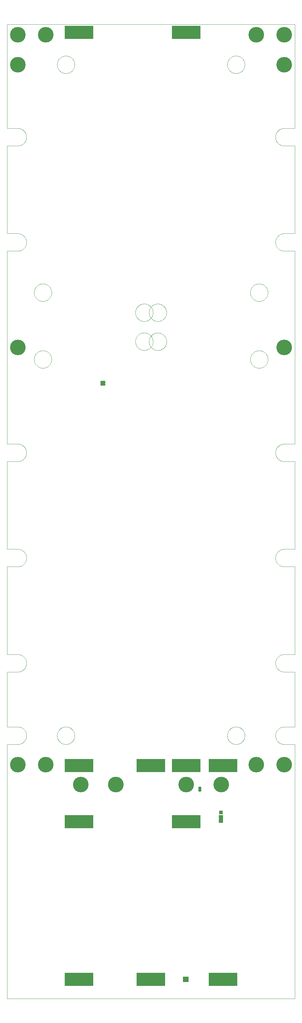
<source format=gts>
G75*
%MOIN*%
%OFA0B0*%
%FSLAX25Y25*%
%IPPOS*%
%LPD*%
%AMOC8*
5,1,8,0,0,1.08239X$1,22.5*
%
%ADD10C,0.00004*%
%ADD11C,0.00394*%
%ADD12R,0.32296X0.14580*%
%ADD13R,0.05131X0.08674*%
%ADD14R,0.03950X0.03950*%
%ADD15C,0.17493*%
%ADD16R,0.03778X0.03778*%
%ADD17C,0.03778*%
%ADD18C,0.03581*%
%ADD19C,0.17611*%
D10*
X0001063Y0001002D02*
X0323898Y0001002D01*
X0323898Y0286435D01*
X0312087Y0286435D01*
X0311847Y0286438D01*
X0311608Y0286447D01*
X0311369Y0286461D01*
X0311130Y0286482D01*
X0310891Y0286508D01*
X0310654Y0286540D01*
X0310417Y0286578D01*
X0310181Y0286621D01*
X0309947Y0286670D01*
X0309714Y0286725D01*
X0309482Y0286786D01*
X0309251Y0286852D01*
X0309023Y0286924D01*
X0308796Y0287002D01*
X0308571Y0287084D01*
X0308348Y0287173D01*
X0308127Y0287267D01*
X0307909Y0287366D01*
X0307693Y0287470D01*
X0307480Y0287580D01*
X0307270Y0287694D01*
X0307062Y0287814D01*
X0306857Y0287939D01*
X0306656Y0288069D01*
X0306458Y0288204D01*
X0306263Y0288343D01*
X0306071Y0288487D01*
X0305883Y0288636D01*
X0305699Y0288789D01*
X0305519Y0288947D01*
X0305342Y0289109D01*
X0305169Y0289276D01*
X0305001Y0289446D01*
X0304837Y0289621D01*
X0304677Y0289799D01*
X0304521Y0289982D01*
X0304370Y0290168D01*
X0304224Y0290358D01*
X0304082Y0290551D01*
X0303945Y0290747D01*
X0303812Y0290947D01*
X0303685Y0291150D01*
X0303563Y0291356D01*
X0303445Y0291566D01*
X0303333Y0291777D01*
X0303226Y0291992D01*
X0303124Y0292209D01*
X0303028Y0292428D01*
X0302937Y0292650D01*
X0302851Y0292874D01*
X0302771Y0293100D01*
X0302697Y0293328D01*
X0302628Y0293557D01*
X0302564Y0293788D01*
X0302506Y0294021D01*
X0302454Y0294255D01*
X0302408Y0294490D01*
X0302367Y0294726D01*
X0302332Y0294964D01*
X0302303Y0295201D01*
X0302280Y0295440D01*
X0302262Y0295679D01*
X0302251Y0295919D01*
X0302245Y0296158D01*
X0302245Y0296398D01*
X0302251Y0296637D01*
X0302262Y0296877D01*
X0302280Y0297116D01*
X0302303Y0297355D01*
X0302332Y0297592D01*
X0302367Y0297830D01*
X0302408Y0298066D01*
X0302454Y0298301D01*
X0302506Y0298535D01*
X0302564Y0298768D01*
X0302628Y0298999D01*
X0302697Y0299228D01*
X0302771Y0299456D01*
X0302851Y0299682D01*
X0302937Y0299906D01*
X0303028Y0300128D01*
X0303124Y0300347D01*
X0303226Y0300564D01*
X0303333Y0300779D01*
X0303445Y0300990D01*
X0303563Y0301200D01*
X0303685Y0301406D01*
X0303812Y0301609D01*
X0303945Y0301809D01*
X0304082Y0302005D01*
X0304224Y0302198D01*
X0304370Y0302388D01*
X0304521Y0302574D01*
X0304677Y0302757D01*
X0304837Y0302935D01*
X0305001Y0303110D01*
X0305169Y0303280D01*
X0305342Y0303447D01*
X0305519Y0303609D01*
X0305699Y0303767D01*
X0305883Y0303920D01*
X0306071Y0304069D01*
X0306263Y0304213D01*
X0306458Y0304352D01*
X0306656Y0304487D01*
X0306857Y0304617D01*
X0307062Y0304742D01*
X0307270Y0304862D01*
X0307480Y0304976D01*
X0307693Y0305086D01*
X0307909Y0305190D01*
X0308127Y0305289D01*
X0308348Y0305383D01*
X0308571Y0305472D01*
X0308796Y0305554D01*
X0309023Y0305632D01*
X0309251Y0305704D01*
X0309482Y0305770D01*
X0309714Y0305831D01*
X0309947Y0305886D01*
X0310181Y0305935D01*
X0310417Y0305978D01*
X0310654Y0306016D01*
X0310891Y0306048D01*
X0311130Y0306074D01*
X0311369Y0306095D01*
X0311608Y0306109D01*
X0311847Y0306118D01*
X0312087Y0306121D01*
X0312087Y0306120D02*
X0323898Y0306120D01*
X0323898Y0367734D01*
X0312087Y0367734D01*
X0311847Y0367737D01*
X0311608Y0367746D01*
X0311369Y0367760D01*
X0311130Y0367781D01*
X0310891Y0367807D01*
X0310654Y0367839D01*
X0310417Y0367877D01*
X0310181Y0367920D01*
X0309947Y0367969D01*
X0309714Y0368024D01*
X0309482Y0368085D01*
X0309251Y0368151D01*
X0309023Y0368223D01*
X0308796Y0368301D01*
X0308571Y0368383D01*
X0308348Y0368472D01*
X0308127Y0368566D01*
X0307909Y0368665D01*
X0307693Y0368769D01*
X0307480Y0368879D01*
X0307270Y0368993D01*
X0307062Y0369113D01*
X0306857Y0369238D01*
X0306656Y0369368D01*
X0306458Y0369503D01*
X0306263Y0369642D01*
X0306071Y0369786D01*
X0305883Y0369935D01*
X0305699Y0370088D01*
X0305519Y0370246D01*
X0305342Y0370408D01*
X0305169Y0370575D01*
X0305001Y0370745D01*
X0304837Y0370920D01*
X0304677Y0371098D01*
X0304521Y0371281D01*
X0304370Y0371467D01*
X0304224Y0371657D01*
X0304082Y0371850D01*
X0303945Y0372046D01*
X0303812Y0372246D01*
X0303685Y0372449D01*
X0303563Y0372655D01*
X0303445Y0372865D01*
X0303333Y0373076D01*
X0303226Y0373291D01*
X0303124Y0373508D01*
X0303028Y0373727D01*
X0302937Y0373949D01*
X0302851Y0374173D01*
X0302771Y0374399D01*
X0302697Y0374627D01*
X0302628Y0374856D01*
X0302564Y0375087D01*
X0302506Y0375320D01*
X0302454Y0375554D01*
X0302408Y0375789D01*
X0302367Y0376025D01*
X0302332Y0376263D01*
X0302303Y0376500D01*
X0302280Y0376739D01*
X0302262Y0376978D01*
X0302251Y0377218D01*
X0302245Y0377457D01*
X0302245Y0377697D01*
X0302251Y0377936D01*
X0302262Y0378176D01*
X0302280Y0378415D01*
X0302303Y0378654D01*
X0302332Y0378891D01*
X0302367Y0379129D01*
X0302408Y0379365D01*
X0302454Y0379600D01*
X0302506Y0379834D01*
X0302564Y0380067D01*
X0302628Y0380298D01*
X0302697Y0380527D01*
X0302771Y0380755D01*
X0302851Y0380981D01*
X0302937Y0381205D01*
X0303028Y0381427D01*
X0303124Y0381646D01*
X0303226Y0381863D01*
X0303333Y0382078D01*
X0303445Y0382289D01*
X0303563Y0382499D01*
X0303685Y0382705D01*
X0303812Y0382908D01*
X0303945Y0383108D01*
X0304082Y0383304D01*
X0304224Y0383497D01*
X0304370Y0383687D01*
X0304521Y0383873D01*
X0304677Y0384056D01*
X0304837Y0384234D01*
X0305001Y0384409D01*
X0305169Y0384579D01*
X0305342Y0384746D01*
X0305519Y0384908D01*
X0305699Y0385066D01*
X0305883Y0385219D01*
X0306071Y0385368D01*
X0306263Y0385512D01*
X0306458Y0385651D01*
X0306656Y0385786D01*
X0306857Y0385916D01*
X0307062Y0386041D01*
X0307270Y0386161D01*
X0307480Y0386275D01*
X0307693Y0386385D01*
X0307909Y0386489D01*
X0308127Y0386588D01*
X0308348Y0386682D01*
X0308571Y0386771D01*
X0308796Y0386853D01*
X0309023Y0386931D01*
X0309251Y0387003D01*
X0309482Y0387069D01*
X0309714Y0387130D01*
X0309947Y0387185D01*
X0310181Y0387234D01*
X0310417Y0387277D01*
X0310654Y0387315D01*
X0310891Y0387347D01*
X0311130Y0387373D01*
X0311369Y0387394D01*
X0311608Y0387408D01*
X0311847Y0387417D01*
X0312087Y0387420D01*
X0312087Y0387419D02*
X0323898Y0387419D01*
X0323898Y0485844D01*
X0312087Y0485844D01*
X0311847Y0485847D01*
X0311608Y0485856D01*
X0311369Y0485870D01*
X0311130Y0485891D01*
X0310891Y0485917D01*
X0310654Y0485949D01*
X0310417Y0485987D01*
X0310181Y0486030D01*
X0309947Y0486079D01*
X0309714Y0486134D01*
X0309482Y0486195D01*
X0309251Y0486261D01*
X0309023Y0486333D01*
X0308796Y0486411D01*
X0308571Y0486493D01*
X0308348Y0486582D01*
X0308127Y0486676D01*
X0307909Y0486775D01*
X0307693Y0486879D01*
X0307480Y0486989D01*
X0307270Y0487103D01*
X0307062Y0487223D01*
X0306857Y0487348D01*
X0306656Y0487478D01*
X0306458Y0487613D01*
X0306263Y0487752D01*
X0306071Y0487896D01*
X0305883Y0488045D01*
X0305699Y0488198D01*
X0305519Y0488356D01*
X0305342Y0488518D01*
X0305169Y0488685D01*
X0305001Y0488855D01*
X0304837Y0489030D01*
X0304677Y0489208D01*
X0304521Y0489391D01*
X0304370Y0489577D01*
X0304224Y0489767D01*
X0304082Y0489960D01*
X0303945Y0490156D01*
X0303812Y0490356D01*
X0303685Y0490559D01*
X0303563Y0490765D01*
X0303445Y0490975D01*
X0303333Y0491186D01*
X0303226Y0491401D01*
X0303124Y0491618D01*
X0303028Y0491837D01*
X0302937Y0492059D01*
X0302851Y0492283D01*
X0302771Y0492509D01*
X0302697Y0492737D01*
X0302628Y0492966D01*
X0302564Y0493197D01*
X0302506Y0493430D01*
X0302454Y0493664D01*
X0302408Y0493899D01*
X0302367Y0494135D01*
X0302332Y0494373D01*
X0302303Y0494610D01*
X0302280Y0494849D01*
X0302262Y0495088D01*
X0302251Y0495328D01*
X0302245Y0495567D01*
X0302245Y0495807D01*
X0302251Y0496046D01*
X0302262Y0496286D01*
X0302280Y0496525D01*
X0302303Y0496764D01*
X0302332Y0497001D01*
X0302367Y0497239D01*
X0302408Y0497475D01*
X0302454Y0497710D01*
X0302506Y0497944D01*
X0302564Y0498177D01*
X0302628Y0498408D01*
X0302697Y0498637D01*
X0302771Y0498865D01*
X0302851Y0499091D01*
X0302937Y0499315D01*
X0303028Y0499537D01*
X0303124Y0499756D01*
X0303226Y0499973D01*
X0303333Y0500188D01*
X0303445Y0500399D01*
X0303563Y0500609D01*
X0303685Y0500815D01*
X0303812Y0501018D01*
X0303945Y0501218D01*
X0304082Y0501414D01*
X0304224Y0501607D01*
X0304370Y0501797D01*
X0304521Y0501983D01*
X0304677Y0502166D01*
X0304837Y0502344D01*
X0305001Y0502519D01*
X0305169Y0502689D01*
X0305342Y0502856D01*
X0305519Y0503018D01*
X0305699Y0503176D01*
X0305883Y0503329D01*
X0306071Y0503478D01*
X0306263Y0503622D01*
X0306458Y0503761D01*
X0306656Y0503896D01*
X0306857Y0504026D01*
X0307062Y0504151D01*
X0307270Y0504271D01*
X0307480Y0504385D01*
X0307693Y0504495D01*
X0307909Y0504599D01*
X0308127Y0504698D01*
X0308348Y0504792D01*
X0308571Y0504881D01*
X0308796Y0504963D01*
X0309023Y0505041D01*
X0309251Y0505113D01*
X0309482Y0505179D01*
X0309714Y0505240D01*
X0309947Y0505295D01*
X0310181Y0505344D01*
X0310417Y0505387D01*
X0310654Y0505425D01*
X0310891Y0505457D01*
X0311130Y0505483D01*
X0311369Y0505504D01*
X0311608Y0505518D01*
X0311847Y0505527D01*
X0312087Y0505530D01*
X0323898Y0505530D01*
X0323898Y0603955D01*
X0312087Y0603955D01*
X0312087Y0603954D02*
X0311847Y0603957D01*
X0311608Y0603966D01*
X0311369Y0603980D01*
X0311130Y0604001D01*
X0310891Y0604027D01*
X0310654Y0604059D01*
X0310417Y0604097D01*
X0310181Y0604140D01*
X0309947Y0604189D01*
X0309714Y0604244D01*
X0309482Y0604305D01*
X0309251Y0604371D01*
X0309023Y0604443D01*
X0308796Y0604521D01*
X0308571Y0604603D01*
X0308348Y0604692D01*
X0308127Y0604786D01*
X0307909Y0604885D01*
X0307693Y0604989D01*
X0307480Y0605099D01*
X0307270Y0605213D01*
X0307062Y0605333D01*
X0306857Y0605458D01*
X0306656Y0605588D01*
X0306458Y0605723D01*
X0306263Y0605862D01*
X0306071Y0606006D01*
X0305883Y0606155D01*
X0305699Y0606308D01*
X0305519Y0606466D01*
X0305342Y0606628D01*
X0305169Y0606795D01*
X0305001Y0606965D01*
X0304837Y0607140D01*
X0304677Y0607318D01*
X0304521Y0607501D01*
X0304370Y0607687D01*
X0304224Y0607877D01*
X0304082Y0608070D01*
X0303945Y0608266D01*
X0303812Y0608466D01*
X0303685Y0608669D01*
X0303563Y0608876D01*
X0303445Y0609085D01*
X0303333Y0609296D01*
X0303226Y0609511D01*
X0303124Y0609728D01*
X0303028Y0609947D01*
X0302937Y0610169D01*
X0302851Y0610393D01*
X0302771Y0610619D01*
X0302697Y0610847D01*
X0302628Y0611076D01*
X0302564Y0611307D01*
X0302506Y0611540D01*
X0302454Y0611774D01*
X0302408Y0612009D01*
X0302367Y0612245D01*
X0302332Y0612483D01*
X0302303Y0612720D01*
X0302280Y0612959D01*
X0302262Y0613198D01*
X0302251Y0613438D01*
X0302245Y0613677D01*
X0302245Y0613917D01*
X0302251Y0614156D01*
X0302262Y0614396D01*
X0302280Y0614635D01*
X0302303Y0614874D01*
X0302332Y0615111D01*
X0302367Y0615349D01*
X0302408Y0615585D01*
X0302454Y0615820D01*
X0302506Y0616054D01*
X0302564Y0616287D01*
X0302628Y0616518D01*
X0302697Y0616747D01*
X0302771Y0616975D01*
X0302851Y0617201D01*
X0302937Y0617425D01*
X0303028Y0617647D01*
X0303124Y0617866D01*
X0303226Y0618083D01*
X0303333Y0618298D01*
X0303445Y0618509D01*
X0303563Y0618719D01*
X0303685Y0618925D01*
X0303812Y0619128D01*
X0303945Y0619328D01*
X0304082Y0619524D01*
X0304224Y0619717D01*
X0304370Y0619907D01*
X0304521Y0620093D01*
X0304677Y0620276D01*
X0304837Y0620454D01*
X0305001Y0620629D01*
X0305169Y0620799D01*
X0305342Y0620966D01*
X0305519Y0621128D01*
X0305699Y0621286D01*
X0305883Y0621439D01*
X0306071Y0621588D01*
X0306263Y0621732D01*
X0306458Y0621871D01*
X0306656Y0622006D01*
X0306857Y0622136D01*
X0307062Y0622261D01*
X0307270Y0622381D01*
X0307480Y0622495D01*
X0307693Y0622605D01*
X0307909Y0622709D01*
X0308127Y0622808D01*
X0308348Y0622902D01*
X0308571Y0622991D01*
X0308796Y0623073D01*
X0309023Y0623151D01*
X0309251Y0623223D01*
X0309482Y0623289D01*
X0309714Y0623350D01*
X0309947Y0623405D01*
X0310181Y0623454D01*
X0310417Y0623497D01*
X0310654Y0623535D01*
X0310891Y0623567D01*
X0311130Y0623593D01*
X0311369Y0623614D01*
X0311608Y0623628D01*
X0311847Y0623637D01*
X0312087Y0623640D01*
X0323898Y0623640D01*
X0323898Y0840175D01*
X0312087Y0840175D01*
X0311847Y0840178D01*
X0311608Y0840187D01*
X0311369Y0840201D01*
X0311130Y0840222D01*
X0310891Y0840248D01*
X0310654Y0840280D01*
X0310417Y0840318D01*
X0310181Y0840361D01*
X0309947Y0840410D01*
X0309714Y0840465D01*
X0309482Y0840526D01*
X0309251Y0840592D01*
X0309023Y0840664D01*
X0308796Y0840742D01*
X0308571Y0840824D01*
X0308348Y0840913D01*
X0308127Y0841007D01*
X0307909Y0841106D01*
X0307693Y0841210D01*
X0307480Y0841320D01*
X0307270Y0841434D01*
X0307062Y0841554D01*
X0306857Y0841679D01*
X0306656Y0841809D01*
X0306458Y0841944D01*
X0306263Y0842083D01*
X0306071Y0842227D01*
X0305883Y0842376D01*
X0305699Y0842529D01*
X0305519Y0842687D01*
X0305342Y0842849D01*
X0305169Y0843016D01*
X0305001Y0843186D01*
X0304837Y0843361D01*
X0304677Y0843539D01*
X0304521Y0843722D01*
X0304370Y0843908D01*
X0304224Y0844098D01*
X0304082Y0844291D01*
X0303945Y0844487D01*
X0303812Y0844687D01*
X0303685Y0844890D01*
X0303563Y0845097D01*
X0303445Y0845306D01*
X0303333Y0845517D01*
X0303226Y0845732D01*
X0303124Y0845949D01*
X0303028Y0846168D01*
X0302937Y0846390D01*
X0302851Y0846614D01*
X0302771Y0846840D01*
X0302697Y0847068D01*
X0302628Y0847297D01*
X0302564Y0847528D01*
X0302506Y0847761D01*
X0302454Y0847995D01*
X0302408Y0848230D01*
X0302367Y0848466D01*
X0302332Y0848704D01*
X0302303Y0848941D01*
X0302280Y0849180D01*
X0302262Y0849419D01*
X0302251Y0849659D01*
X0302245Y0849898D01*
X0302245Y0850138D01*
X0302251Y0850377D01*
X0302262Y0850617D01*
X0302280Y0850856D01*
X0302303Y0851095D01*
X0302332Y0851332D01*
X0302367Y0851570D01*
X0302408Y0851806D01*
X0302454Y0852041D01*
X0302506Y0852275D01*
X0302564Y0852508D01*
X0302628Y0852739D01*
X0302697Y0852968D01*
X0302771Y0853196D01*
X0302851Y0853422D01*
X0302937Y0853646D01*
X0303028Y0853868D01*
X0303124Y0854087D01*
X0303226Y0854304D01*
X0303333Y0854519D01*
X0303445Y0854730D01*
X0303563Y0854940D01*
X0303685Y0855146D01*
X0303812Y0855349D01*
X0303945Y0855549D01*
X0304082Y0855745D01*
X0304224Y0855938D01*
X0304370Y0856128D01*
X0304521Y0856314D01*
X0304677Y0856497D01*
X0304837Y0856675D01*
X0305001Y0856850D01*
X0305169Y0857020D01*
X0305342Y0857187D01*
X0305519Y0857349D01*
X0305699Y0857507D01*
X0305883Y0857660D01*
X0306071Y0857809D01*
X0306263Y0857953D01*
X0306458Y0858092D01*
X0306656Y0858227D01*
X0306857Y0858357D01*
X0307062Y0858482D01*
X0307270Y0858602D01*
X0307480Y0858716D01*
X0307693Y0858826D01*
X0307909Y0858930D01*
X0308127Y0859029D01*
X0308348Y0859123D01*
X0308571Y0859212D01*
X0308796Y0859294D01*
X0309023Y0859372D01*
X0309251Y0859444D01*
X0309482Y0859510D01*
X0309714Y0859571D01*
X0309947Y0859626D01*
X0310181Y0859675D01*
X0310417Y0859718D01*
X0310654Y0859756D01*
X0310891Y0859788D01*
X0311130Y0859814D01*
X0311369Y0859835D01*
X0311608Y0859849D01*
X0311847Y0859858D01*
X0312087Y0859861D01*
X0312087Y0859860D02*
X0323898Y0859860D01*
X0323898Y0958285D01*
X0312087Y0958285D01*
X0311847Y0958288D01*
X0311608Y0958297D01*
X0311369Y0958311D01*
X0311130Y0958332D01*
X0310891Y0958358D01*
X0310654Y0958390D01*
X0310417Y0958428D01*
X0310181Y0958471D01*
X0309947Y0958520D01*
X0309714Y0958575D01*
X0309482Y0958636D01*
X0309251Y0958702D01*
X0309023Y0958774D01*
X0308796Y0958852D01*
X0308571Y0958934D01*
X0308348Y0959023D01*
X0308127Y0959117D01*
X0307909Y0959216D01*
X0307693Y0959320D01*
X0307480Y0959430D01*
X0307270Y0959544D01*
X0307062Y0959664D01*
X0306857Y0959789D01*
X0306656Y0959919D01*
X0306458Y0960054D01*
X0306263Y0960193D01*
X0306071Y0960337D01*
X0305883Y0960486D01*
X0305699Y0960639D01*
X0305519Y0960797D01*
X0305342Y0960959D01*
X0305169Y0961126D01*
X0305001Y0961296D01*
X0304837Y0961471D01*
X0304677Y0961649D01*
X0304521Y0961832D01*
X0304370Y0962018D01*
X0304224Y0962208D01*
X0304082Y0962401D01*
X0303945Y0962597D01*
X0303812Y0962797D01*
X0303685Y0963000D01*
X0303563Y0963207D01*
X0303445Y0963416D01*
X0303333Y0963627D01*
X0303226Y0963842D01*
X0303124Y0964059D01*
X0303028Y0964278D01*
X0302937Y0964500D01*
X0302851Y0964724D01*
X0302771Y0964950D01*
X0302697Y0965178D01*
X0302628Y0965407D01*
X0302564Y0965638D01*
X0302506Y0965871D01*
X0302454Y0966105D01*
X0302408Y0966340D01*
X0302367Y0966576D01*
X0302332Y0966814D01*
X0302303Y0967051D01*
X0302280Y0967290D01*
X0302262Y0967529D01*
X0302251Y0967769D01*
X0302245Y0968008D01*
X0302245Y0968248D01*
X0302251Y0968487D01*
X0302262Y0968727D01*
X0302280Y0968966D01*
X0302303Y0969205D01*
X0302332Y0969442D01*
X0302367Y0969680D01*
X0302408Y0969916D01*
X0302454Y0970151D01*
X0302506Y0970385D01*
X0302564Y0970618D01*
X0302628Y0970849D01*
X0302697Y0971078D01*
X0302771Y0971306D01*
X0302851Y0971532D01*
X0302937Y0971756D01*
X0303028Y0971978D01*
X0303124Y0972197D01*
X0303226Y0972414D01*
X0303333Y0972629D01*
X0303445Y0972840D01*
X0303563Y0973050D01*
X0303685Y0973256D01*
X0303812Y0973459D01*
X0303945Y0973659D01*
X0304082Y0973855D01*
X0304224Y0974048D01*
X0304370Y0974238D01*
X0304521Y0974424D01*
X0304677Y0974607D01*
X0304837Y0974785D01*
X0305001Y0974960D01*
X0305169Y0975130D01*
X0305342Y0975297D01*
X0305519Y0975459D01*
X0305699Y0975617D01*
X0305883Y0975770D01*
X0306071Y0975919D01*
X0306263Y0976063D01*
X0306458Y0976202D01*
X0306656Y0976337D01*
X0306857Y0976467D01*
X0307062Y0976592D01*
X0307270Y0976712D01*
X0307480Y0976826D01*
X0307693Y0976936D01*
X0307909Y0977040D01*
X0308127Y0977139D01*
X0308348Y0977233D01*
X0308571Y0977322D01*
X0308796Y0977404D01*
X0309023Y0977482D01*
X0309251Y0977554D01*
X0309482Y0977620D01*
X0309714Y0977681D01*
X0309947Y0977736D01*
X0310181Y0977785D01*
X0310417Y0977828D01*
X0310654Y0977866D01*
X0310891Y0977898D01*
X0311130Y0977924D01*
X0311369Y0977945D01*
X0311608Y0977959D01*
X0311847Y0977968D01*
X0312087Y0977971D01*
X0312087Y0977970D02*
X0323898Y0977970D01*
X0323898Y1094703D01*
X0001063Y1094703D01*
X0001063Y0977970D01*
X0012874Y0977970D01*
X0012874Y0977971D02*
X0013114Y0977968D01*
X0013353Y0977959D01*
X0013592Y0977945D01*
X0013831Y0977924D01*
X0014070Y0977898D01*
X0014307Y0977866D01*
X0014544Y0977828D01*
X0014780Y0977785D01*
X0015014Y0977736D01*
X0015247Y0977681D01*
X0015479Y0977620D01*
X0015710Y0977554D01*
X0015938Y0977482D01*
X0016165Y0977404D01*
X0016390Y0977322D01*
X0016613Y0977233D01*
X0016834Y0977139D01*
X0017052Y0977040D01*
X0017268Y0976936D01*
X0017481Y0976826D01*
X0017691Y0976712D01*
X0017899Y0976592D01*
X0018104Y0976467D01*
X0018305Y0976337D01*
X0018503Y0976202D01*
X0018698Y0976063D01*
X0018890Y0975919D01*
X0019078Y0975770D01*
X0019262Y0975617D01*
X0019442Y0975459D01*
X0019619Y0975297D01*
X0019792Y0975130D01*
X0019960Y0974960D01*
X0020124Y0974785D01*
X0020284Y0974607D01*
X0020440Y0974424D01*
X0020591Y0974238D01*
X0020737Y0974048D01*
X0020879Y0973855D01*
X0021016Y0973659D01*
X0021149Y0973459D01*
X0021276Y0973256D01*
X0021398Y0973050D01*
X0021516Y0972840D01*
X0021628Y0972629D01*
X0021735Y0972414D01*
X0021837Y0972197D01*
X0021933Y0971978D01*
X0022024Y0971756D01*
X0022110Y0971532D01*
X0022190Y0971306D01*
X0022264Y0971078D01*
X0022333Y0970849D01*
X0022397Y0970618D01*
X0022455Y0970385D01*
X0022507Y0970151D01*
X0022553Y0969916D01*
X0022594Y0969680D01*
X0022629Y0969442D01*
X0022658Y0969205D01*
X0022681Y0968966D01*
X0022699Y0968727D01*
X0022710Y0968487D01*
X0022716Y0968248D01*
X0022716Y0968008D01*
X0022710Y0967769D01*
X0022699Y0967529D01*
X0022681Y0967290D01*
X0022658Y0967051D01*
X0022629Y0966814D01*
X0022594Y0966576D01*
X0022553Y0966340D01*
X0022507Y0966105D01*
X0022455Y0965871D01*
X0022397Y0965638D01*
X0022333Y0965407D01*
X0022264Y0965178D01*
X0022190Y0964950D01*
X0022110Y0964724D01*
X0022024Y0964500D01*
X0021933Y0964278D01*
X0021837Y0964059D01*
X0021735Y0963842D01*
X0021628Y0963627D01*
X0021516Y0963416D01*
X0021398Y0963207D01*
X0021276Y0963000D01*
X0021149Y0962797D01*
X0021016Y0962597D01*
X0020879Y0962401D01*
X0020737Y0962208D01*
X0020591Y0962018D01*
X0020440Y0961832D01*
X0020284Y0961649D01*
X0020124Y0961471D01*
X0019960Y0961296D01*
X0019792Y0961126D01*
X0019619Y0960959D01*
X0019442Y0960797D01*
X0019262Y0960639D01*
X0019078Y0960486D01*
X0018890Y0960337D01*
X0018698Y0960193D01*
X0018503Y0960054D01*
X0018305Y0959919D01*
X0018104Y0959789D01*
X0017899Y0959664D01*
X0017691Y0959544D01*
X0017481Y0959430D01*
X0017268Y0959320D01*
X0017052Y0959216D01*
X0016834Y0959117D01*
X0016613Y0959023D01*
X0016390Y0958934D01*
X0016165Y0958852D01*
X0015938Y0958774D01*
X0015710Y0958702D01*
X0015479Y0958636D01*
X0015247Y0958575D01*
X0015014Y0958520D01*
X0014780Y0958471D01*
X0014544Y0958428D01*
X0014307Y0958390D01*
X0014070Y0958358D01*
X0013831Y0958332D01*
X0013592Y0958311D01*
X0013353Y0958297D01*
X0013114Y0958288D01*
X0012874Y0958285D01*
X0001063Y0958285D01*
X0001063Y0859860D01*
X0012874Y0859860D01*
X0012874Y0859861D02*
X0013114Y0859858D01*
X0013353Y0859849D01*
X0013592Y0859835D01*
X0013831Y0859814D01*
X0014070Y0859788D01*
X0014307Y0859756D01*
X0014544Y0859718D01*
X0014780Y0859675D01*
X0015014Y0859626D01*
X0015247Y0859571D01*
X0015479Y0859510D01*
X0015710Y0859444D01*
X0015938Y0859372D01*
X0016165Y0859294D01*
X0016390Y0859212D01*
X0016613Y0859123D01*
X0016834Y0859029D01*
X0017052Y0858930D01*
X0017268Y0858826D01*
X0017481Y0858716D01*
X0017691Y0858602D01*
X0017899Y0858482D01*
X0018104Y0858357D01*
X0018305Y0858227D01*
X0018503Y0858092D01*
X0018698Y0857953D01*
X0018890Y0857809D01*
X0019078Y0857660D01*
X0019262Y0857507D01*
X0019442Y0857349D01*
X0019619Y0857187D01*
X0019792Y0857020D01*
X0019960Y0856850D01*
X0020124Y0856675D01*
X0020284Y0856497D01*
X0020440Y0856314D01*
X0020591Y0856128D01*
X0020737Y0855938D01*
X0020879Y0855745D01*
X0021016Y0855549D01*
X0021149Y0855349D01*
X0021276Y0855146D01*
X0021398Y0854940D01*
X0021516Y0854730D01*
X0021628Y0854519D01*
X0021735Y0854304D01*
X0021837Y0854087D01*
X0021933Y0853868D01*
X0022024Y0853646D01*
X0022110Y0853422D01*
X0022190Y0853196D01*
X0022264Y0852968D01*
X0022333Y0852739D01*
X0022397Y0852508D01*
X0022455Y0852275D01*
X0022507Y0852041D01*
X0022553Y0851806D01*
X0022594Y0851570D01*
X0022629Y0851332D01*
X0022658Y0851095D01*
X0022681Y0850856D01*
X0022699Y0850617D01*
X0022710Y0850377D01*
X0022716Y0850138D01*
X0022716Y0849898D01*
X0022710Y0849659D01*
X0022699Y0849419D01*
X0022681Y0849180D01*
X0022658Y0848941D01*
X0022629Y0848704D01*
X0022594Y0848466D01*
X0022553Y0848230D01*
X0022507Y0847995D01*
X0022455Y0847761D01*
X0022397Y0847528D01*
X0022333Y0847297D01*
X0022264Y0847068D01*
X0022190Y0846840D01*
X0022110Y0846614D01*
X0022024Y0846390D01*
X0021933Y0846168D01*
X0021837Y0845949D01*
X0021735Y0845732D01*
X0021628Y0845517D01*
X0021516Y0845306D01*
X0021398Y0845097D01*
X0021276Y0844890D01*
X0021149Y0844687D01*
X0021016Y0844487D01*
X0020879Y0844291D01*
X0020737Y0844098D01*
X0020591Y0843908D01*
X0020440Y0843722D01*
X0020284Y0843539D01*
X0020124Y0843361D01*
X0019960Y0843186D01*
X0019792Y0843016D01*
X0019619Y0842849D01*
X0019442Y0842687D01*
X0019262Y0842529D01*
X0019078Y0842376D01*
X0018890Y0842227D01*
X0018698Y0842083D01*
X0018503Y0841944D01*
X0018305Y0841809D01*
X0018104Y0841679D01*
X0017899Y0841554D01*
X0017691Y0841434D01*
X0017481Y0841320D01*
X0017268Y0841210D01*
X0017052Y0841106D01*
X0016834Y0841007D01*
X0016613Y0840913D01*
X0016390Y0840824D01*
X0016165Y0840742D01*
X0015938Y0840664D01*
X0015710Y0840592D01*
X0015479Y0840526D01*
X0015247Y0840465D01*
X0015014Y0840410D01*
X0014780Y0840361D01*
X0014544Y0840318D01*
X0014307Y0840280D01*
X0014070Y0840248D01*
X0013831Y0840222D01*
X0013592Y0840201D01*
X0013353Y0840187D01*
X0013114Y0840178D01*
X0012874Y0840175D01*
X0001063Y0840175D01*
X0001063Y0623640D01*
X0012874Y0623640D01*
X0013114Y0623637D01*
X0013353Y0623628D01*
X0013592Y0623614D01*
X0013831Y0623593D01*
X0014070Y0623567D01*
X0014307Y0623535D01*
X0014544Y0623497D01*
X0014780Y0623454D01*
X0015014Y0623405D01*
X0015247Y0623350D01*
X0015479Y0623289D01*
X0015710Y0623223D01*
X0015938Y0623151D01*
X0016165Y0623073D01*
X0016390Y0622991D01*
X0016613Y0622902D01*
X0016834Y0622808D01*
X0017052Y0622709D01*
X0017268Y0622605D01*
X0017481Y0622495D01*
X0017691Y0622381D01*
X0017899Y0622261D01*
X0018104Y0622136D01*
X0018305Y0622006D01*
X0018503Y0621871D01*
X0018698Y0621732D01*
X0018890Y0621588D01*
X0019078Y0621439D01*
X0019262Y0621286D01*
X0019442Y0621128D01*
X0019619Y0620966D01*
X0019792Y0620799D01*
X0019960Y0620629D01*
X0020124Y0620454D01*
X0020284Y0620276D01*
X0020440Y0620093D01*
X0020591Y0619907D01*
X0020737Y0619717D01*
X0020879Y0619524D01*
X0021016Y0619328D01*
X0021149Y0619128D01*
X0021276Y0618925D01*
X0021398Y0618719D01*
X0021516Y0618509D01*
X0021628Y0618298D01*
X0021735Y0618083D01*
X0021837Y0617866D01*
X0021933Y0617647D01*
X0022024Y0617425D01*
X0022110Y0617201D01*
X0022190Y0616975D01*
X0022264Y0616747D01*
X0022333Y0616518D01*
X0022397Y0616287D01*
X0022455Y0616054D01*
X0022507Y0615820D01*
X0022553Y0615585D01*
X0022594Y0615349D01*
X0022629Y0615111D01*
X0022658Y0614874D01*
X0022681Y0614635D01*
X0022699Y0614396D01*
X0022710Y0614156D01*
X0022716Y0613917D01*
X0022716Y0613677D01*
X0022710Y0613438D01*
X0022699Y0613198D01*
X0022681Y0612959D01*
X0022658Y0612720D01*
X0022629Y0612483D01*
X0022594Y0612245D01*
X0022553Y0612009D01*
X0022507Y0611774D01*
X0022455Y0611540D01*
X0022397Y0611307D01*
X0022333Y0611076D01*
X0022264Y0610847D01*
X0022190Y0610619D01*
X0022110Y0610393D01*
X0022024Y0610169D01*
X0021933Y0609947D01*
X0021837Y0609728D01*
X0021735Y0609511D01*
X0021628Y0609296D01*
X0021516Y0609085D01*
X0021398Y0608876D01*
X0021276Y0608669D01*
X0021149Y0608466D01*
X0021016Y0608266D01*
X0020879Y0608070D01*
X0020737Y0607877D01*
X0020591Y0607687D01*
X0020440Y0607501D01*
X0020284Y0607318D01*
X0020124Y0607140D01*
X0019960Y0606965D01*
X0019792Y0606795D01*
X0019619Y0606628D01*
X0019442Y0606466D01*
X0019262Y0606308D01*
X0019078Y0606155D01*
X0018890Y0606006D01*
X0018698Y0605862D01*
X0018503Y0605723D01*
X0018305Y0605588D01*
X0018104Y0605458D01*
X0017899Y0605333D01*
X0017691Y0605213D01*
X0017481Y0605099D01*
X0017268Y0604989D01*
X0017052Y0604885D01*
X0016834Y0604786D01*
X0016613Y0604692D01*
X0016390Y0604603D01*
X0016165Y0604521D01*
X0015938Y0604443D01*
X0015710Y0604371D01*
X0015479Y0604305D01*
X0015247Y0604244D01*
X0015014Y0604189D01*
X0014780Y0604140D01*
X0014544Y0604097D01*
X0014307Y0604059D01*
X0014070Y0604027D01*
X0013831Y0604001D01*
X0013592Y0603980D01*
X0013353Y0603966D01*
X0013114Y0603957D01*
X0012874Y0603954D01*
X0012874Y0603955D02*
X0001063Y0603955D01*
X0001063Y0505530D01*
X0012874Y0505530D01*
X0013114Y0505527D01*
X0013353Y0505518D01*
X0013592Y0505504D01*
X0013831Y0505483D01*
X0014070Y0505457D01*
X0014307Y0505425D01*
X0014544Y0505387D01*
X0014780Y0505344D01*
X0015014Y0505295D01*
X0015247Y0505240D01*
X0015479Y0505179D01*
X0015710Y0505113D01*
X0015938Y0505041D01*
X0016165Y0504963D01*
X0016390Y0504881D01*
X0016613Y0504792D01*
X0016834Y0504698D01*
X0017052Y0504599D01*
X0017268Y0504495D01*
X0017481Y0504385D01*
X0017691Y0504271D01*
X0017899Y0504151D01*
X0018104Y0504026D01*
X0018305Y0503896D01*
X0018503Y0503761D01*
X0018698Y0503622D01*
X0018890Y0503478D01*
X0019078Y0503329D01*
X0019262Y0503176D01*
X0019442Y0503018D01*
X0019619Y0502856D01*
X0019792Y0502689D01*
X0019960Y0502519D01*
X0020124Y0502344D01*
X0020284Y0502166D01*
X0020440Y0501983D01*
X0020591Y0501797D01*
X0020737Y0501607D01*
X0020879Y0501414D01*
X0021016Y0501218D01*
X0021149Y0501018D01*
X0021276Y0500815D01*
X0021398Y0500609D01*
X0021516Y0500399D01*
X0021628Y0500188D01*
X0021735Y0499973D01*
X0021837Y0499756D01*
X0021933Y0499537D01*
X0022024Y0499315D01*
X0022110Y0499091D01*
X0022190Y0498865D01*
X0022264Y0498637D01*
X0022333Y0498408D01*
X0022397Y0498177D01*
X0022455Y0497944D01*
X0022507Y0497710D01*
X0022553Y0497475D01*
X0022594Y0497239D01*
X0022629Y0497001D01*
X0022658Y0496764D01*
X0022681Y0496525D01*
X0022699Y0496286D01*
X0022710Y0496046D01*
X0022716Y0495807D01*
X0022716Y0495567D01*
X0022710Y0495328D01*
X0022699Y0495088D01*
X0022681Y0494849D01*
X0022658Y0494610D01*
X0022629Y0494373D01*
X0022594Y0494135D01*
X0022553Y0493899D01*
X0022507Y0493664D01*
X0022455Y0493430D01*
X0022397Y0493197D01*
X0022333Y0492966D01*
X0022264Y0492737D01*
X0022190Y0492509D01*
X0022110Y0492283D01*
X0022024Y0492059D01*
X0021933Y0491837D01*
X0021837Y0491618D01*
X0021735Y0491401D01*
X0021628Y0491186D01*
X0021516Y0490975D01*
X0021398Y0490766D01*
X0021276Y0490559D01*
X0021149Y0490356D01*
X0021016Y0490156D01*
X0020879Y0489960D01*
X0020737Y0489767D01*
X0020591Y0489577D01*
X0020440Y0489391D01*
X0020284Y0489208D01*
X0020124Y0489030D01*
X0019960Y0488855D01*
X0019792Y0488685D01*
X0019619Y0488518D01*
X0019442Y0488356D01*
X0019262Y0488198D01*
X0019078Y0488045D01*
X0018890Y0487896D01*
X0018698Y0487752D01*
X0018503Y0487613D01*
X0018305Y0487478D01*
X0018104Y0487348D01*
X0017899Y0487223D01*
X0017691Y0487103D01*
X0017481Y0486989D01*
X0017268Y0486879D01*
X0017052Y0486775D01*
X0016834Y0486676D01*
X0016613Y0486582D01*
X0016390Y0486493D01*
X0016165Y0486411D01*
X0015938Y0486333D01*
X0015710Y0486261D01*
X0015479Y0486195D01*
X0015247Y0486134D01*
X0015014Y0486079D01*
X0014780Y0486030D01*
X0014544Y0485987D01*
X0014307Y0485949D01*
X0014070Y0485917D01*
X0013831Y0485891D01*
X0013592Y0485870D01*
X0013353Y0485856D01*
X0013114Y0485847D01*
X0012874Y0485844D01*
X0001063Y0485844D01*
X0001063Y0387419D01*
X0012874Y0387419D01*
X0012874Y0387420D02*
X0013114Y0387417D01*
X0013353Y0387408D01*
X0013592Y0387394D01*
X0013831Y0387373D01*
X0014070Y0387347D01*
X0014307Y0387315D01*
X0014544Y0387277D01*
X0014780Y0387234D01*
X0015014Y0387185D01*
X0015247Y0387130D01*
X0015479Y0387069D01*
X0015710Y0387003D01*
X0015938Y0386931D01*
X0016165Y0386853D01*
X0016390Y0386771D01*
X0016613Y0386682D01*
X0016834Y0386588D01*
X0017052Y0386489D01*
X0017268Y0386385D01*
X0017481Y0386275D01*
X0017691Y0386161D01*
X0017899Y0386041D01*
X0018104Y0385916D01*
X0018305Y0385786D01*
X0018503Y0385651D01*
X0018698Y0385512D01*
X0018890Y0385368D01*
X0019078Y0385219D01*
X0019262Y0385066D01*
X0019442Y0384908D01*
X0019619Y0384746D01*
X0019792Y0384579D01*
X0019960Y0384409D01*
X0020124Y0384234D01*
X0020284Y0384056D01*
X0020440Y0383873D01*
X0020591Y0383687D01*
X0020737Y0383497D01*
X0020879Y0383304D01*
X0021016Y0383108D01*
X0021149Y0382908D01*
X0021276Y0382705D01*
X0021398Y0382499D01*
X0021516Y0382289D01*
X0021628Y0382078D01*
X0021735Y0381863D01*
X0021837Y0381646D01*
X0021933Y0381427D01*
X0022024Y0381205D01*
X0022110Y0380981D01*
X0022190Y0380755D01*
X0022264Y0380527D01*
X0022333Y0380298D01*
X0022397Y0380067D01*
X0022455Y0379834D01*
X0022507Y0379600D01*
X0022553Y0379365D01*
X0022594Y0379129D01*
X0022629Y0378891D01*
X0022658Y0378654D01*
X0022681Y0378415D01*
X0022699Y0378176D01*
X0022710Y0377936D01*
X0022716Y0377697D01*
X0022716Y0377457D01*
X0022710Y0377218D01*
X0022699Y0376978D01*
X0022681Y0376739D01*
X0022658Y0376500D01*
X0022629Y0376263D01*
X0022594Y0376025D01*
X0022553Y0375789D01*
X0022507Y0375554D01*
X0022455Y0375320D01*
X0022397Y0375087D01*
X0022333Y0374856D01*
X0022264Y0374627D01*
X0022190Y0374399D01*
X0022110Y0374173D01*
X0022024Y0373949D01*
X0021933Y0373727D01*
X0021837Y0373508D01*
X0021735Y0373291D01*
X0021628Y0373076D01*
X0021516Y0372865D01*
X0021398Y0372656D01*
X0021276Y0372449D01*
X0021149Y0372246D01*
X0021016Y0372046D01*
X0020879Y0371850D01*
X0020737Y0371657D01*
X0020591Y0371467D01*
X0020440Y0371281D01*
X0020284Y0371098D01*
X0020124Y0370920D01*
X0019960Y0370745D01*
X0019792Y0370575D01*
X0019619Y0370408D01*
X0019442Y0370246D01*
X0019262Y0370088D01*
X0019078Y0369935D01*
X0018890Y0369786D01*
X0018698Y0369642D01*
X0018503Y0369503D01*
X0018305Y0369368D01*
X0018104Y0369238D01*
X0017899Y0369113D01*
X0017691Y0368993D01*
X0017481Y0368879D01*
X0017268Y0368769D01*
X0017052Y0368665D01*
X0016834Y0368566D01*
X0016613Y0368472D01*
X0016390Y0368383D01*
X0016165Y0368301D01*
X0015938Y0368223D01*
X0015710Y0368151D01*
X0015479Y0368085D01*
X0015247Y0368024D01*
X0015014Y0367969D01*
X0014780Y0367920D01*
X0014544Y0367877D01*
X0014307Y0367839D01*
X0014070Y0367807D01*
X0013831Y0367781D01*
X0013592Y0367760D01*
X0013353Y0367746D01*
X0013114Y0367737D01*
X0012874Y0367734D01*
X0001063Y0367734D01*
X0001063Y0306120D01*
X0012874Y0306120D01*
X0012874Y0306121D02*
X0013114Y0306118D01*
X0013353Y0306109D01*
X0013592Y0306095D01*
X0013831Y0306074D01*
X0014070Y0306048D01*
X0014307Y0306016D01*
X0014544Y0305978D01*
X0014780Y0305935D01*
X0015014Y0305886D01*
X0015247Y0305831D01*
X0015479Y0305770D01*
X0015710Y0305704D01*
X0015938Y0305632D01*
X0016165Y0305554D01*
X0016390Y0305472D01*
X0016613Y0305383D01*
X0016834Y0305289D01*
X0017052Y0305190D01*
X0017268Y0305086D01*
X0017481Y0304976D01*
X0017691Y0304862D01*
X0017899Y0304742D01*
X0018104Y0304617D01*
X0018305Y0304487D01*
X0018503Y0304352D01*
X0018698Y0304213D01*
X0018890Y0304069D01*
X0019078Y0303920D01*
X0019262Y0303767D01*
X0019442Y0303609D01*
X0019619Y0303447D01*
X0019792Y0303280D01*
X0019960Y0303110D01*
X0020124Y0302935D01*
X0020284Y0302757D01*
X0020440Y0302574D01*
X0020591Y0302388D01*
X0020737Y0302198D01*
X0020879Y0302005D01*
X0021016Y0301809D01*
X0021149Y0301609D01*
X0021276Y0301406D01*
X0021398Y0301200D01*
X0021516Y0300990D01*
X0021628Y0300779D01*
X0021735Y0300564D01*
X0021837Y0300347D01*
X0021933Y0300128D01*
X0022024Y0299906D01*
X0022110Y0299682D01*
X0022190Y0299456D01*
X0022264Y0299228D01*
X0022333Y0298999D01*
X0022397Y0298768D01*
X0022455Y0298535D01*
X0022507Y0298301D01*
X0022553Y0298066D01*
X0022594Y0297830D01*
X0022629Y0297592D01*
X0022658Y0297355D01*
X0022681Y0297116D01*
X0022699Y0296877D01*
X0022710Y0296637D01*
X0022716Y0296398D01*
X0022716Y0296158D01*
X0022710Y0295919D01*
X0022699Y0295679D01*
X0022681Y0295440D01*
X0022658Y0295201D01*
X0022629Y0294964D01*
X0022594Y0294726D01*
X0022553Y0294490D01*
X0022507Y0294255D01*
X0022455Y0294021D01*
X0022397Y0293788D01*
X0022333Y0293557D01*
X0022264Y0293328D01*
X0022190Y0293100D01*
X0022110Y0292874D01*
X0022024Y0292650D01*
X0021933Y0292428D01*
X0021837Y0292209D01*
X0021735Y0291992D01*
X0021628Y0291777D01*
X0021516Y0291566D01*
X0021398Y0291357D01*
X0021276Y0291150D01*
X0021149Y0290947D01*
X0021016Y0290747D01*
X0020879Y0290551D01*
X0020737Y0290358D01*
X0020591Y0290168D01*
X0020440Y0289982D01*
X0020284Y0289799D01*
X0020124Y0289621D01*
X0019960Y0289446D01*
X0019792Y0289276D01*
X0019619Y0289109D01*
X0019442Y0288947D01*
X0019262Y0288789D01*
X0019078Y0288636D01*
X0018890Y0288487D01*
X0018698Y0288343D01*
X0018503Y0288204D01*
X0018305Y0288069D01*
X0018104Y0287939D01*
X0017899Y0287814D01*
X0017691Y0287694D01*
X0017481Y0287580D01*
X0017268Y0287470D01*
X0017052Y0287366D01*
X0016834Y0287267D01*
X0016613Y0287173D01*
X0016390Y0287084D01*
X0016165Y0287002D01*
X0015938Y0286924D01*
X0015710Y0286852D01*
X0015479Y0286786D01*
X0015247Y0286725D01*
X0015014Y0286670D01*
X0014780Y0286621D01*
X0014544Y0286578D01*
X0014307Y0286540D01*
X0014070Y0286508D01*
X0013831Y0286482D01*
X0013592Y0286461D01*
X0013353Y0286447D01*
X0013114Y0286438D01*
X0012874Y0286435D01*
X0001063Y0286435D01*
X0001063Y0001002D01*
X0008187Y0263600D02*
X0008189Y0263736D01*
X0008195Y0263873D01*
X0008205Y0264008D01*
X0008219Y0264144D01*
X0008236Y0264279D01*
X0008258Y0264414D01*
X0008284Y0264548D01*
X0008313Y0264681D01*
X0008347Y0264813D01*
X0008384Y0264944D01*
X0008425Y0265074D01*
X0008470Y0265203D01*
X0008518Y0265330D01*
X0008570Y0265456D01*
X0008626Y0265581D01*
X0008686Y0265704D01*
X0008748Y0265824D01*
X0008815Y0265943D01*
X0008885Y0266061D01*
X0008958Y0266176D01*
X0009035Y0266288D01*
X0009114Y0266399D01*
X0009197Y0266507D01*
X0009284Y0266613D01*
X0009373Y0266716D01*
X0009465Y0266816D01*
X0009560Y0266914D01*
X0009658Y0267009D01*
X0009758Y0267101D01*
X0009861Y0267190D01*
X0009967Y0267277D01*
X0010075Y0267360D01*
X0010186Y0267439D01*
X0010298Y0267516D01*
X0010413Y0267589D01*
X0010530Y0267659D01*
X0010650Y0267726D01*
X0010770Y0267788D01*
X0010893Y0267848D01*
X0011018Y0267904D01*
X0011144Y0267956D01*
X0011271Y0268004D01*
X0011400Y0268049D01*
X0011530Y0268090D01*
X0011661Y0268127D01*
X0011793Y0268161D01*
X0011926Y0268190D01*
X0012060Y0268216D01*
X0012195Y0268238D01*
X0012330Y0268255D01*
X0012466Y0268269D01*
X0012601Y0268279D01*
X0012738Y0268285D01*
X0012874Y0268287D01*
X0013010Y0268285D01*
X0013147Y0268279D01*
X0013282Y0268269D01*
X0013418Y0268255D01*
X0013553Y0268238D01*
X0013688Y0268216D01*
X0013822Y0268190D01*
X0013955Y0268161D01*
X0014087Y0268127D01*
X0014218Y0268090D01*
X0014348Y0268049D01*
X0014477Y0268004D01*
X0014604Y0267956D01*
X0014730Y0267904D01*
X0014855Y0267848D01*
X0014978Y0267788D01*
X0015098Y0267726D01*
X0015217Y0267659D01*
X0015335Y0267589D01*
X0015450Y0267516D01*
X0015562Y0267439D01*
X0015673Y0267360D01*
X0015781Y0267277D01*
X0015887Y0267190D01*
X0015990Y0267101D01*
X0016090Y0267009D01*
X0016188Y0266914D01*
X0016283Y0266816D01*
X0016375Y0266716D01*
X0016464Y0266613D01*
X0016551Y0266507D01*
X0016634Y0266399D01*
X0016713Y0266288D01*
X0016790Y0266176D01*
X0016863Y0266061D01*
X0016933Y0265943D01*
X0017000Y0265824D01*
X0017062Y0265704D01*
X0017122Y0265581D01*
X0017178Y0265456D01*
X0017230Y0265330D01*
X0017278Y0265203D01*
X0017323Y0265074D01*
X0017364Y0264944D01*
X0017401Y0264813D01*
X0017435Y0264681D01*
X0017464Y0264548D01*
X0017490Y0264414D01*
X0017512Y0264279D01*
X0017529Y0264144D01*
X0017543Y0264008D01*
X0017553Y0263873D01*
X0017559Y0263736D01*
X0017561Y0263600D01*
X0017559Y0263464D01*
X0017553Y0263327D01*
X0017543Y0263192D01*
X0017529Y0263056D01*
X0017512Y0262921D01*
X0017490Y0262786D01*
X0017464Y0262652D01*
X0017435Y0262519D01*
X0017401Y0262387D01*
X0017364Y0262256D01*
X0017323Y0262126D01*
X0017278Y0261997D01*
X0017230Y0261870D01*
X0017178Y0261744D01*
X0017122Y0261619D01*
X0017062Y0261496D01*
X0017000Y0261376D01*
X0016933Y0261256D01*
X0016863Y0261139D01*
X0016790Y0261024D01*
X0016713Y0260912D01*
X0016634Y0260801D01*
X0016551Y0260693D01*
X0016464Y0260587D01*
X0016375Y0260484D01*
X0016283Y0260384D01*
X0016188Y0260286D01*
X0016090Y0260191D01*
X0015990Y0260099D01*
X0015887Y0260010D01*
X0015781Y0259923D01*
X0015673Y0259840D01*
X0015562Y0259761D01*
X0015450Y0259684D01*
X0015335Y0259611D01*
X0015218Y0259541D01*
X0015098Y0259474D01*
X0014978Y0259412D01*
X0014855Y0259352D01*
X0014730Y0259296D01*
X0014604Y0259244D01*
X0014477Y0259196D01*
X0014348Y0259151D01*
X0014218Y0259110D01*
X0014087Y0259073D01*
X0013955Y0259039D01*
X0013822Y0259010D01*
X0013688Y0258984D01*
X0013553Y0258962D01*
X0013418Y0258945D01*
X0013282Y0258931D01*
X0013147Y0258921D01*
X0013010Y0258915D01*
X0012874Y0258913D01*
X0012738Y0258915D01*
X0012601Y0258921D01*
X0012466Y0258931D01*
X0012330Y0258945D01*
X0012195Y0258962D01*
X0012060Y0258984D01*
X0011926Y0259010D01*
X0011793Y0259039D01*
X0011661Y0259073D01*
X0011530Y0259110D01*
X0011400Y0259151D01*
X0011271Y0259196D01*
X0011144Y0259244D01*
X0011018Y0259296D01*
X0010893Y0259352D01*
X0010770Y0259412D01*
X0010650Y0259474D01*
X0010530Y0259541D01*
X0010413Y0259611D01*
X0010298Y0259684D01*
X0010186Y0259761D01*
X0010075Y0259840D01*
X0009967Y0259923D01*
X0009861Y0260010D01*
X0009758Y0260099D01*
X0009658Y0260191D01*
X0009560Y0260286D01*
X0009465Y0260384D01*
X0009373Y0260484D01*
X0009284Y0260587D01*
X0009197Y0260693D01*
X0009114Y0260801D01*
X0009035Y0260912D01*
X0008958Y0261024D01*
X0008885Y0261139D01*
X0008815Y0261256D01*
X0008748Y0261376D01*
X0008686Y0261496D01*
X0008626Y0261619D01*
X0008570Y0261744D01*
X0008518Y0261870D01*
X0008470Y0261997D01*
X0008425Y0262126D01*
X0008384Y0262256D01*
X0008347Y0262387D01*
X0008313Y0262519D01*
X0008284Y0262652D01*
X0008258Y0262786D01*
X0008236Y0262921D01*
X0008219Y0263056D01*
X0008205Y0263192D01*
X0008195Y0263327D01*
X0008189Y0263464D01*
X0008187Y0263600D01*
X0039683Y0263600D02*
X0039685Y0263736D01*
X0039691Y0263873D01*
X0039701Y0264008D01*
X0039715Y0264144D01*
X0039732Y0264279D01*
X0039754Y0264414D01*
X0039780Y0264548D01*
X0039809Y0264681D01*
X0039843Y0264813D01*
X0039880Y0264944D01*
X0039921Y0265074D01*
X0039966Y0265203D01*
X0040014Y0265330D01*
X0040066Y0265456D01*
X0040122Y0265581D01*
X0040182Y0265704D01*
X0040244Y0265824D01*
X0040311Y0265943D01*
X0040381Y0266061D01*
X0040454Y0266176D01*
X0040531Y0266288D01*
X0040610Y0266399D01*
X0040693Y0266507D01*
X0040780Y0266613D01*
X0040869Y0266716D01*
X0040961Y0266816D01*
X0041056Y0266914D01*
X0041154Y0267009D01*
X0041254Y0267101D01*
X0041357Y0267190D01*
X0041463Y0267277D01*
X0041571Y0267360D01*
X0041682Y0267439D01*
X0041794Y0267516D01*
X0041909Y0267589D01*
X0042026Y0267659D01*
X0042146Y0267726D01*
X0042266Y0267788D01*
X0042389Y0267848D01*
X0042514Y0267904D01*
X0042640Y0267956D01*
X0042767Y0268004D01*
X0042896Y0268049D01*
X0043026Y0268090D01*
X0043157Y0268127D01*
X0043289Y0268161D01*
X0043422Y0268190D01*
X0043556Y0268216D01*
X0043691Y0268238D01*
X0043826Y0268255D01*
X0043962Y0268269D01*
X0044097Y0268279D01*
X0044234Y0268285D01*
X0044370Y0268287D01*
X0044506Y0268285D01*
X0044643Y0268279D01*
X0044778Y0268269D01*
X0044914Y0268255D01*
X0045049Y0268238D01*
X0045184Y0268216D01*
X0045318Y0268190D01*
X0045451Y0268161D01*
X0045583Y0268127D01*
X0045714Y0268090D01*
X0045844Y0268049D01*
X0045973Y0268004D01*
X0046100Y0267956D01*
X0046226Y0267904D01*
X0046351Y0267848D01*
X0046474Y0267788D01*
X0046594Y0267726D01*
X0046713Y0267659D01*
X0046831Y0267589D01*
X0046946Y0267516D01*
X0047058Y0267439D01*
X0047169Y0267360D01*
X0047277Y0267277D01*
X0047383Y0267190D01*
X0047486Y0267101D01*
X0047586Y0267009D01*
X0047684Y0266914D01*
X0047779Y0266816D01*
X0047871Y0266716D01*
X0047960Y0266613D01*
X0048047Y0266507D01*
X0048130Y0266399D01*
X0048209Y0266288D01*
X0048286Y0266176D01*
X0048359Y0266061D01*
X0048429Y0265943D01*
X0048496Y0265824D01*
X0048558Y0265704D01*
X0048618Y0265581D01*
X0048674Y0265456D01*
X0048726Y0265330D01*
X0048774Y0265203D01*
X0048819Y0265074D01*
X0048860Y0264944D01*
X0048897Y0264813D01*
X0048931Y0264681D01*
X0048960Y0264548D01*
X0048986Y0264414D01*
X0049008Y0264279D01*
X0049025Y0264144D01*
X0049039Y0264008D01*
X0049049Y0263873D01*
X0049055Y0263736D01*
X0049057Y0263600D01*
X0049055Y0263464D01*
X0049049Y0263327D01*
X0049039Y0263192D01*
X0049025Y0263056D01*
X0049008Y0262921D01*
X0048986Y0262786D01*
X0048960Y0262652D01*
X0048931Y0262519D01*
X0048897Y0262387D01*
X0048860Y0262256D01*
X0048819Y0262126D01*
X0048774Y0261997D01*
X0048726Y0261870D01*
X0048674Y0261744D01*
X0048618Y0261619D01*
X0048558Y0261496D01*
X0048496Y0261376D01*
X0048429Y0261256D01*
X0048359Y0261139D01*
X0048286Y0261024D01*
X0048209Y0260912D01*
X0048130Y0260801D01*
X0048047Y0260693D01*
X0047960Y0260587D01*
X0047871Y0260484D01*
X0047779Y0260384D01*
X0047684Y0260286D01*
X0047586Y0260191D01*
X0047486Y0260099D01*
X0047383Y0260010D01*
X0047277Y0259923D01*
X0047169Y0259840D01*
X0047058Y0259761D01*
X0046946Y0259684D01*
X0046831Y0259611D01*
X0046714Y0259541D01*
X0046594Y0259474D01*
X0046474Y0259412D01*
X0046351Y0259352D01*
X0046226Y0259296D01*
X0046100Y0259244D01*
X0045973Y0259196D01*
X0045844Y0259151D01*
X0045714Y0259110D01*
X0045583Y0259073D01*
X0045451Y0259039D01*
X0045318Y0259010D01*
X0045184Y0258984D01*
X0045049Y0258962D01*
X0044914Y0258945D01*
X0044778Y0258931D01*
X0044643Y0258921D01*
X0044506Y0258915D01*
X0044370Y0258913D01*
X0044234Y0258915D01*
X0044097Y0258921D01*
X0043962Y0258931D01*
X0043826Y0258945D01*
X0043691Y0258962D01*
X0043556Y0258984D01*
X0043422Y0259010D01*
X0043289Y0259039D01*
X0043157Y0259073D01*
X0043026Y0259110D01*
X0042896Y0259151D01*
X0042767Y0259196D01*
X0042640Y0259244D01*
X0042514Y0259296D01*
X0042389Y0259352D01*
X0042266Y0259412D01*
X0042146Y0259474D01*
X0042026Y0259541D01*
X0041909Y0259611D01*
X0041794Y0259684D01*
X0041682Y0259761D01*
X0041571Y0259840D01*
X0041463Y0259923D01*
X0041357Y0260010D01*
X0041254Y0260099D01*
X0041154Y0260191D01*
X0041056Y0260286D01*
X0040961Y0260384D01*
X0040869Y0260484D01*
X0040780Y0260587D01*
X0040693Y0260693D01*
X0040610Y0260801D01*
X0040531Y0260912D01*
X0040454Y0261024D01*
X0040381Y0261139D01*
X0040311Y0261256D01*
X0040244Y0261376D01*
X0040182Y0261496D01*
X0040122Y0261619D01*
X0040066Y0261744D01*
X0040014Y0261870D01*
X0039966Y0261997D01*
X0039921Y0262126D01*
X0039880Y0262256D01*
X0039843Y0262387D01*
X0039809Y0262519D01*
X0039780Y0262652D01*
X0039754Y0262786D01*
X0039732Y0262921D01*
X0039715Y0263056D01*
X0039701Y0263192D01*
X0039691Y0263327D01*
X0039685Y0263464D01*
X0039683Y0263600D01*
X0057136Y0296278D02*
X0057139Y0296520D01*
X0057148Y0296761D01*
X0057163Y0297002D01*
X0057183Y0297243D01*
X0057210Y0297483D01*
X0057243Y0297722D01*
X0057281Y0297961D01*
X0057325Y0298198D01*
X0057375Y0298435D01*
X0057431Y0298670D01*
X0057493Y0298903D01*
X0057560Y0299135D01*
X0057633Y0299366D01*
X0057711Y0299594D01*
X0057796Y0299820D01*
X0057885Y0300045D01*
X0057980Y0300267D01*
X0058081Y0300486D01*
X0058187Y0300704D01*
X0058298Y0300918D01*
X0058415Y0301130D01*
X0058536Y0301338D01*
X0058663Y0301544D01*
X0058795Y0301746D01*
X0058932Y0301946D01*
X0059073Y0302141D01*
X0059219Y0302334D01*
X0059370Y0302522D01*
X0059526Y0302707D01*
X0059686Y0302888D01*
X0059850Y0303065D01*
X0060019Y0303238D01*
X0060192Y0303407D01*
X0060369Y0303571D01*
X0060550Y0303731D01*
X0060735Y0303887D01*
X0060923Y0304038D01*
X0061116Y0304184D01*
X0061311Y0304325D01*
X0061511Y0304462D01*
X0061713Y0304594D01*
X0061919Y0304721D01*
X0062127Y0304842D01*
X0062339Y0304959D01*
X0062553Y0305070D01*
X0062771Y0305176D01*
X0062990Y0305277D01*
X0063212Y0305372D01*
X0063437Y0305461D01*
X0063663Y0305546D01*
X0063891Y0305624D01*
X0064122Y0305697D01*
X0064354Y0305764D01*
X0064587Y0305826D01*
X0064822Y0305882D01*
X0065059Y0305932D01*
X0065296Y0305976D01*
X0065535Y0306014D01*
X0065774Y0306047D01*
X0066014Y0306074D01*
X0066255Y0306094D01*
X0066496Y0306109D01*
X0066737Y0306118D01*
X0066979Y0306121D01*
X0067221Y0306118D01*
X0067462Y0306109D01*
X0067703Y0306094D01*
X0067944Y0306074D01*
X0068184Y0306047D01*
X0068423Y0306014D01*
X0068662Y0305976D01*
X0068899Y0305932D01*
X0069136Y0305882D01*
X0069371Y0305826D01*
X0069604Y0305764D01*
X0069836Y0305697D01*
X0070067Y0305624D01*
X0070295Y0305546D01*
X0070521Y0305461D01*
X0070746Y0305372D01*
X0070968Y0305277D01*
X0071187Y0305176D01*
X0071405Y0305070D01*
X0071619Y0304959D01*
X0071831Y0304842D01*
X0072039Y0304721D01*
X0072245Y0304594D01*
X0072447Y0304462D01*
X0072647Y0304325D01*
X0072842Y0304184D01*
X0073035Y0304038D01*
X0073223Y0303887D01*
X0073408Y0303731D01*
X0073589Y0303571D01*
X0073766Y0303407D01*
X0073939Y0303238D01*
X0074108Y0303065D01*
X0074272Y0302888D01*
X0074432Y0302707D01*
X0074588Y0302522D01*
X0074739Y0302334D01*
X0074885Y0302141D01*
X0075026Y0301946D01*
X0075163Y0301746D01*
X0075295Y0301544D01*
X0075422Y0301338D01*
X0075543Y0301130D01*
X0075660Y0300918D01*
X0075771Y0300704D01*
X0075877Y0300486D01*
X0075978Y0300267D01*
X0076073Y0300045D01*
X0076162Y0299820D01*
X0076247Y0299594D01*
X0076325Y0299366D01*
X0076398Y0299135D01*
X0076465Y0298903D01*
X0076527Y0298670D01*
X0076583Y0298435D01*
X0076633Y0298198D01*
X0076677Y0297961D01*
X0076715Y0297722D01*
X0076748Y0297483D01*
X0076775Y0297243D01*
X0076795Y0297002D01*
X0076810Y0296761D01*
X0076819Y0296520D01*
X0076822Y0296278D01*
X0076819Y0296036D01*
X0076810Y0295795D01*
X0076795Y0295554D01*
X0076775Y0295313D01*
X0076748Y0295073D01*
X0076715Y0294834D01*
X0076677Y0294595D01*
X0076633Y0294358D01*
X0076583Y0294121D01*
X0076527Y0293886D01*
X0076465Y0293653D01*
X0076398Y0293421D01*
X0076325Y0293190D01*
X0076247Y0292962D01*
X0076162Y0292736D01*
X0076073Y0292511D01*
X0075978Y0292289D01*
X0075877Y0292070D01*
X0075771Y0291852D01*
X0075660Y0291638D01*
X0075543Y0291426D01*
X0075422Y0291218D01*
X0075295Y0291012D01*
X0075163Y0290810D01*
X0075026Y0290610D01*
X0074885Y0290415D01*
X0074739Y0290222D01*
X0074588Y0290034D01*
X0074432Y0289849D01*
X0074272Y0289668D01*
X0074108Y0289491D01*
X0073939Y0289318D01*
X0073766Y0289149D01*
X0073589Y0288985D01*
X0073408Y0288825D01*
X0073223Y0288669D01*
X0073035Y0288518D01*
X0072842Y0288372D01*
X0072647Y0288231D01*
X0072447Y0288094D01*
X0072245Y0287962D01*
X0072039Y0287835D01*
X0071831Y0287714D01*
X0071619Y0287597D01*
X0071405Y0287486D01*
X0071187Y0287380D01*
X0070968Y0287279D01*
X0070746Y0287184D01*
X0070521Y0287095D01*
X0070295Y0287010D01*
X0070067Y0286932D01*
X0069836Y0286859D01*
X0069604Y0286792D01*
X0069371Y0286730D01*
X0069136Y0286674D01*
X0068899Y0286624D01*
X0068662Y0286580D01*
X0068423Y0286542D01*
X0068184Y0286509D01*
X0067944Y0286482D01*
X0067703Y0286462D01*
X0067462Y0286447D01*
X0067221Y0286438D01*
X0066979Y0286435D01*
X0066737Y0286438D01*
X0066496Y0286447D01*
X0066255Y0286462D01*
X0066014Y0286482D01*
X0065774Y0286509D01*
X0065535Y0286542D01*
X0065296Y0286580D01*
X0065059Y0286624D01*
X0064822Y0286674D01*
X0064587Y0286730D01*
X0064354Y0286792D01*
X0064122Y0286859D01*
X0063891Y0286932D01*
X0063663Y0287010D01*
X0063437Y0287095D01*
X0063212Y0287184D01*
X0062990Y0287279D01*
X0062771Y0287380D01*
X0062553Y0287486D01*
X0062339Y0287597D01*
X0062127Y0287714D01*
X0061919Y0287835D01*
X0061713Y0287962D01*
X0061511Y0288094D01*
X0061311Y0288231D01*
X0061116Y0288372D01*
X0060923Y0288518D01*
X0060735Y0288669D01*
X0060550Y0288825D01*
X0060369Y0288985D01*
X0060192Y0289149D01*
X0060019Y0289318D01*
X0059850Y0289491D01*
X0059686Y0289668D01*
X0059526Y0289849D01*
X0059370Y0290034D01*
X0059219Y0290222D01*
X0059073Y0290415D01*
X0058932Y0290610D01*
X0058795Y0290810D01*
X0058663Y0291012D01*
X0058536Y0291218D01*
X0058415Y0291426D01*
X0058298Y0291638D01*
X0058187Y0291852D01*
X0058081Y0292070D01*
X0057980Y0292289D01*
X0057885Y0292511D01*
X0057796Y0292736D01*
X0057711Y0292962D01*
X0057633Y0293190D01*
X0057560Y0293421D01*
X0057493Y0293653D01*
X0057431Y0293886D01*
X0057375Y0294121D01*
X0057325Y0294358D01*
X0057281Y0294595D01*
X0057243Y0294834D01*
X0057210Y0295073D01*
X0057183Y0295313D01*
X0057163Y0295554D01*
X0057148Y0295795D01*
X0057139Y0296036D01*
X0057136Y0296278D01*
X0248139Y0296278D02*
X0248142Y0296520D01*
X0248151Y0296761D01*
X0248166Y0297002D01*
X0248186Y0297243D01*
X0248213Y0297483D01*
X0248246Y0297722D01*
X0248284Y0297961D01*
X0248328Y0298198D01*
X0248378Y0298435D01*
X0248434Y0298670D01*
X0248496Y0298903D01*
X0248563Y0299135D01*
X0248636Y0299366D01*
X0248714Y0299594D01*
X0248799Y0299820D01*
X0248888Y0300045D01*
X0248983Y0300267D01*
X0249084Y0300486D01*
X0249190Y0300704D01*
X0249301Y0300918D01*
X0249418Y0301130D01*
X0249539Y0301338D01*
X0249666Y0301544D01*
X0249798Y0301746D01*
X0249935Y0301946D01*
X0250076Y0302141D01*
X0250222Y0302334D01*
X0250373Y0302522D01*
X0250529Y0302707D01*
X0250689Y0302888D01*
X0250853Y0303065D01*
X0251022Y0303238D01*
X0251195Y0303407D01*
X0251372Y0303571D01*
X0251553Y0303731D01*
X0251738Y0303887D01*
X0251926Y0304038D01*
X0252119Y0304184D01*
X0252314Y0304325D01*
X0252514Y0304462D01*
X0252716Y0304594D01*
X0252922Y0304721D01*
X0253130Y0304842D01*
X0253342Y0304959D01*
X0253556Y0305070D01*
X0253774Y0305176D01*
X0253993Y0305277D01*
X0254215Y0305372D01*
X0254440Y0305461D01*
X0254666Y0305546D01*
X0254894Y0305624D01*
X0255125Y0305697D01*
X0255357Y0305764D01*
X0255590Y0305826D01*
X0255825Y0305882D01*
X0256062Y0305932D01*
X0256299Y0305976D01*
X0256538Y0306014D01*
X0256777Y0306047D01*
X0257017Y0306074D01*
X0257258Y0306094D01*
X0257499Y0306109D01*
X0257740Y0306118D01*
X0257982Y0306121D01*
X0258224Y0306118D01*
X0258465Y0306109D01*
X0258706Y0306094D01*
X0258947Y0306074D01*
X0259187Y0306047D01*
X0259426Y0306014D01*
X0259665Y0305976D01*
X0259902Y0305932D01*
X0260139Y0305882D01*
X0260374Y0305826D01*
X0260607Y0305764D01*
X0260839Y0305697D01*
X0261070Y0305624D01*
X0261298Y0305546D01*
X0261524Y0305461D01*
X0261749Y0305372D01*
X0261971Y0305277D01*
X0262190Y0305176D01*
X0262408Y0305070D01*
X0262622Y0304959D01*
X0262834Y0304842D01*
X0263042Y0304721D01*
X0263248Y0304594D01*
X0263450Y0304462D01*
X0263650Y0304325D01*
X0263845Y0304184D01*
X0264038Y0304038D01*
X0264226Y0303887D01*
X0264411Y0303731D01*
X0264592Y0303571D01*
X0264769Y0303407D01*
X0264942Y0303238D01*
X0265111Y0303065D01*
X0265275Y0302888D01*
X0265435Y0302707D01*
X0265591Y0302522D01*
X0265742Y0302334D01*
X0265888Y0302141D01*
X0266029Y0301946D01*
X0266166Y0301746D01*
X0266298Y0301544D01*
X0266425Y0301338D01*
X0266546Y0301130D01*
X0266663Y0300918D01*
X0266774Y0300704D01*
X0266880Y0300486D01*
X0266981Y0300267D01*
X0267076Y0300045D01*
X0267165Y0299820D01*
X0267250Y0299594D01*
X0267328Y0299366D01*
X0267401Y0299135D01*
X0267468Y0298903D01*
X0267530Y0298670D01*
X0267586Y0298435D01*
X0267636Y0298198D01*
X0267680Y0297961D01*
X0267718Y0297722D01*
X0267751Y0297483D01*
X0267778Y0297243D01*
X0267798Y0297002D01*
X0267813Y0296761D01*
X0267822Y0296520D01*
X0267825Y0296278D01*
X0267822Y0296036D01*
X0267813Y0295795D01*
X0267798Y0295554D01*
X0267778Y0295313D01*
X0267751Y0295073D01*
X0267718Y0294834D01*
X0267680Y0294595D01*
X0267636Y0294358D01*
X0267586Y0294121D01*
X0267530Y0293886D01*
X0267468Y0293653D01*
X0267401Y0293421D01*
X0267328Y0293190D01*
X0267250Y0292962D01*
X0267165Y0292736D01*
X0267076Y0292511D01*
X0266981Y0292289D01*
X0266880Y0292070D01*
X0266774Y0291852D01*
X0266663Y0291638D01*
X0266546Y0291426D01*
X0266425Y0291218D01*
X0266298Y0291012D01*
X0266166Y0290810D01*
X0266029Y0290610D01*
X0265888Y0290415D01*
X0265742Y0290222D01*
X0265591Y0290034D01*
X0265435Y0289849D01*
X0265275Y0289668D01*
X0265111Y0289491D01*
X0264942Y0289318D01*
X0264769Y0289149D01*
X0264592Y0288985D01*
X0264411Y0288825D01*
X0264226Y0288669D01*
X0264038Y0288518D01*
X0263845Y0288372D01*
X0263650Y0288231D01*
X0263450Y0288094D01*
X0263248Y0287962D01*
X0263042Y0287835D01*
X0262834Y0287714D01*
X0262622Y0287597D01*
X0262408Y0287486D01*
X0262190Y0287380D01*
X0261971Y0287279D01*
X0261749Y0287184D01*
X0261524Y0287095D01*
X0261298Y0287010D01*
X0261070Y0286932D01*
X0260839Y0286859D01*
X0260607Y0286792D01*
X0260374Y0286730D01*
X0260139Y0286674D01*
X0259902Y0286624D01*
X0259665Y0286580D01*
X0259426Y0286542D01*
X0259187Y0286509D01*
X0258947Y0286482D01*
X0258706Y0286462D01*
X0258465Y0286447D01*
X0258224Y0286438D01*
X0257982Y0286435D01*
X0257740Y0286438D01*
X0257499Y0286447D01*
X0257258Y0286462D01*
X0257017Y0286482D01*
X0256777Y0286509D01*
X0256538Y0286542D01*
X0256299Y0286580D01*
X0256062Y0286624D01*
X0255825Y0286674D01*
X0255590Y0286730D01*
X0255357Y0286792D01*
X0255125Y0286859D01*
X0254894Y0286932D01*
X0254666Y0287010D01*
X0254440Y0287095D01*
X0254215Y0287184D01*
X0253993Y0287279D01*
X0253774Y0287380D01*
X0253556Y0287486D01*
X0253342Y0287597D01*
X0253130Y0287714D01*
X0252922Y0287835D01*
X0252716Y0287962D01*
X0252514Y0288094D01*
X0252314Y0288231D01*
X0252119Y0288372D01*
X0251926Y0288518D01*
X0251738Y0288669D01*
X0251553Y0288825D01*
X0251372Y0288985D01*
X0251195Y0289149D01*
X0251022Y0289318D01*
X0250853Y0289491D01*
X0250689Y0289668D01*
X0250529Y0289849D01*
X0250373Y0290034D01*
X0250222Y0290222D01*
X0250076Y0290415D01*
X0249935Y0290610D01*
X0249798Y0290810D01*
X0249666Y0291012D01*
X0249539Y0291218D01*
X0249418Y0291426D01*
X0249301Y0291638D01*
X0249190Y0291852D01*
X0249084Y0292070D01*
X0248983Y0292289D01*
X0248888Y0292511D01*
X0248799Y0292736D01*
X0248714Y0292962D01*
X0248636Y0293190D01*
X0248563Y0293421D01*
X0248496Y0293653D01*
X0248434Y0293886D01*
X0248378Y0294121D01*
X0248328Y0294358D01*
X0248284Y0294595D01*
X0248246Y0294834D01*
X0248213Y0295073D01*
X0248186Y0295313D01*
X0248166Y0295554D01*
X0248151Y0295795D01*
X0248142Y0296036D01*
X0248139Y0296278D01*
X0275904Y0263600D02*
X0275906Y0263736D01*
X0275912Y0263873D01*
X0275922Y0264008D01*
X0275936Y0264144D01*
X0275953Y0264279D01*
X0275975Y0264414D01*
X0276001Y0264548D01*
X0276030Y0264681D01*
X0276064Y0264813D01*
X0276101Y0264944D01*
X0276142Y0265074D01*
X0276187Y0265203D01*
X0276235Y0265330D01*
X0276287Y0265456D01*
X0276343Y0265581D01*
X0276403Y0265704D01*
X0276465Y0265824D01*
X0276532Y0265943D01*
X0276602Y0266061D01*
X0276675Y0266176D01*
X0276752Y0266288D01*
X0276831Y0266399D01*
X0276914Y0266507D01*
X0277001Y0266613D01*
X0277090Y0266716D01*
X0277182Y0266816D01*
X0277277Y0266914D01*
X0277375Y0267009D01*
X0277475Y0267101D01*
X0277578Y0267190D01*
X0277684Y0267277D01*
X0277792Y0267360D01*
X0277903Y0267439D01*
X0278015Y0267516D01*
X0278130Y0267589D01*
X0278247Y0267659D01*
X0278367Y0267726D01*
X0278487Y0267788D01*
X0278610Y0267848D01*
X0278735Y0267904D01*
X0278861Y0267956D01*
X0278988Y0268004D01*
X0279117Y0268049D01*
X0279247Y0268090D01*
X0279378Y0268127D01*
X0279510Y0268161D01*
X0279643Y0268190D01*
X0279777Y0268216D01*
X0279912Y0268238D01*
X0280047Y0268255D01*
X0280183Y0268269D01*
X0280318Y0268279D01*
X0280455Y0268285D01*
X0280591Y0268287D01*
X0280727Y0268285D01*
X0280864Y0268279D01*
X0280999Y0268269D01*
X0281135Y0268255D01*
X0281270Y0268238D01*
X0281405Y0268216D01*
X0281539Y0268190D01*
X0281672Y0268161D01*
X0281804Y0268127D01*
X0281935Y0268090D01*
X0282065Y0268049D01*
X0282194Y0268004D01*
X0282321Y0267956D01*
X0282447Y0267904D01*
X0282572Y0267848D01*
X0282695Y0267788D01*
X0282815Y0267726D01*
X0282934Y0267659D01*
X0283052Y0267589D01*
X0283167Y0267516D01*
X0283279Y0267439D01*
X0283390Y0267360D01*
X0283498Y0267277D01*
X0283604Y0267190D01*
X0283707Y0267101D01*
X0283807Y0267009D01*
X0283905Y0266914D01*
X0284000Y0266816D01*
X0284092Y0266716D01*
X0284181Y0266613D01*
X0284268Y0266507D01*
X0284351Y0266399D01*
X0284430Y0266288D01*
X0284507Y0266176D01*
X0284580Y0266061D01*
X0284650Y0265943D01*
X0284717Y0265824D01*
X0284779Y0265704D01*
X0284839Y0265581D01*
X0284895Y0265456D01*
X0284947Y0265330D01*
X0284995Y0265203D01*
X0285040Y0265074D01*
X0285081Y0264944D01*
X0285118Y0264813D01*
X0285152Y0264681D01*
X0285181Y0264548D01*
X0285207Y0264414D01*
X0285229Y0264279D01*
X0285246Y0264144D01*
X0285260Y0264008D01*
X0285270Y0263873D01*
X0285276Y0263736D01*
X0285278Y0263600D01*
X0285276Y0263464D01*
X0285270Y0263327D01*
X0285260Y0263192D01*
X0285246Y0263056D01*
X0285229Y0262921D01*
X0285207Y0262786D01*
X0285181Y0262652D01*
X0285152Y0262519D01*
X0285118Y0262387D01*
X0285081Y0262256D01*
X0285040Y0262126D01*
X0284995Y0261997D01*
X0284947Y0261870D01*
X0284895Y0261744D01*
X0284839Y0261619D01*
X0284779Y0261496D01*
X0284717Y0261376D01*
X0284650Y0261256D01*
X0284580Y0261139D01*
X0284507Y0261024D01*
X0284430Y0260912D01*
X0284351Y0260801D01*
X0284268Y0260693D01*
X0284181Y0260587D01*
X0284092Y0260484D01*
X0284000Y0260384D01*
X0283905Y0260286D01*
X0283807Y0260191D01*
X0283707Y0260099D01*
X0283604Y0260010D01*
X0283498Y0259923D01*
X0283390Y0259840D01*
X0283279Y0259761D01*
X0283167Y0259684D01*
X0283052Y0259611D01*
X0282935Y0259541D01*
X0282815Y0259474D01*
X0282695Y0259412D01*
X0282572Y0259352D01*
X0282447Y0259296D01*
X0282321Y0259244D01*
X0282194Y0259196D01*
X0282065Y0259151D01*
X0281935Y0259110D01*
X0281804Y0259073D01*
X0281672Y0259039D01*
X0281539Y0259010D01*
X0281405Y0258984D01*
X0281270Y0258962D01*
X0281135Y0258945D01*
X0280999Y0258931D01*
X0280864Y0258921D01*
X0280727Y0258915D01*
X0280591Y0258913D01*
X0280455Y0258915D01*
X0280318Y0258921D01*
X0280183Y0258931D01*
X0280047Y0258945D01*
X0279912Y0258962D01*
X0279777Y0258984D01*
X0279643Y0259010D01*
X0279510Y0259039D01*
X0279378Y0259073D01*
X0279247Y0259110D01*
X0279117Y0259151D01*
X0278988Y0259196D01*
X0278861Y0259244D01*
X0278735Y0259296D01*
X0278610Y0259352D01*
X0278487Y0259412D01*
X0278367Y0259474D01*
X0278247Y0259541D01*
X0278130Y0259611D01*
X0278015Y0259684D01*
X0277903Y0259761D01*
X0277792Y0259840D01*
X0277684Y0259923D01*
X0277578Y0260010D01*
X0277475Y0260099D01*
X0277375Y0260191D01*
X0277277Y0260286D01*
X0277182Y0260384D01*
X0277090Y0260484D01*
X0277001Y0260587D01*
X0276914Y0260693D01*
X0276831Y0260801D01*
X0276752Y0260912D01*
X0276675Y0261024D01*
X0276602Y0261139D01*
X0276532Y0261256D01*
X0276465Y0261376D01*
X0276403Y0261496D01*
X0276343Y0261619D01*
X0276287Y0261744D01*
X0276235Y0261870D01*
X0276187Y0261997D01*
X0276142Y0262126D01*
X0276101Y0262256D01*
X0276064Y0262387D01*
X0276030Y0262519D01*
X0276001Y0262652D01*
X0275975Y0262786D01*
X0275953Y0262921D01*
X0275936Y0263056D01*
X0275922Y0263192D01*
X0275912Y0263327D01*
X0275906Y0263464D01*
X0275904Y0263600D01*
X0307400Y0263600D02*
X0307402Y0263736D01*
X0307408Y0263873D01*
X0307418Y0264008D01*
X0307432Y0264144D01*
X0307449Y0264279D01*
X0307471Y0264414D01*
X0307497Y0264548D01*
X0307526Y0264681D01*
X0307560Y0264813D01*
X0307597Y0264944D01*
X0307638Y0265074D01*
X0307683Y0265203D01*
X0307731Y0265330D01*
X0307783Y0265456D01*
X0307839Y0265581D01*
X0307899Y0265704D01*
X0307961Y0265824D01*
X0308028Y0265943D01*
X0308098Y0266061D01*
X0308171Y0266176D01*
X0308248Y0266288D01*
X0308327Y0266399D01*
X0308410Y0266507D01*
X0308497Y0266613D01*
X0308586Y0266716D01*
X0308678Y0266816D01*
X0308773Y0266914D01*
X0308871Y0267009D01*
X0308971Y0267101D01*
X0309074Y0267190D01*
X0309180Y0267277D01*
X0309288Y0267360D01*
X0309399Y0267439D01*
X0309511Y0267516D01*
X0309626Y0267589D01*
X0309743Y0267659D01*
X0309863Y0267726D01*
X0309983Y0267788D01*
X0310106Y0267848D01*
X0310231Y0267904D01*
X0310357Y0267956D01*
X0310484Y0268004D01*
X0310613Y0268049D01*
X0310743Y0268090D01*
X0310874Y0268127D01*
X0311006Y0268161D01*
X0311139Y0268190D01*
X0311273Y0268216D01*
X0311408Y0268238D01*
X0311543Y0268255D01*
X0311679Y0268269D01*
X0311814Y0268279D01*
X0311951Y0268285D01*
X0312087Y0268287D01*
X0312223Y0268285D01*
X0312360Y0268279D01*
X0312495Y0268269D01*
X0312631Y0268255D01*
X0312766Y0268238D01*
X0312901Y0268216D01*
X0313035Y0268190D01*
X0313168Y0268161D01*
X0313300Y0268127D01*
X0313431Y0268090D01*
X0313561Y0268049D01*
X0313690Y0268004D01*
X0313817Y0267956D01*
X0313943Y0267904D01*
X0314068Y0267848D01*
X0314191Y0267788D01*
X0314311Y0267726D01*
X0314430Y0267659D01*
X0314548Y0267589D01*
X0314663Y0267516D01*
X0314775Y0267439D01*
X0314886Y0267360D01*
X0314994Y0267277D01*
X0315100Y0267190D01*
X0315203Y0267101D01*
X0315303Y0267009D01*
X0315401Y0266914D01*
X0315496Y0266816D01*
X0315588Y0266716D01*
X0315677Y0266613D01*
X0315764Y0266507D01*
X0315847Y0266399D01*
X0315926Y0266288D01*
X0316003Y0266176D01*
X0316076Y0266061D01*
X0316146Y0265943D01*
X0316213Y0265824D01*
X0316275Y0265704D01*
X0316335Y0265581D01*
X0316391Y0265456D01*
X0316443Y0265330D01*
X0316491Y0265203D01*
X0316536Y0265074D01*
X0316577Y0264944D01*
X0316614Y0264813D01*
X0316648Y0264681D01*
X0316677Y0264548D01*
X0316703Y0264414D01*
X0316725Y0264279D01*
X0316742Y0264144D01*
X0316756Y0264008D01*
X0316766Y0263873D01*
X0316772Y0263736D01*
X0316774Y0263600D01*
X0316772Y0263464D01*
X0316766Y0263327D01*
X0316756Y0263192D01*
X0316742Y0263056D01*
X0316725Y0262921D01*
X0316703Y0262786D01*
X0316677Y0262652D01*
X0316648Y0262519D01*
X0316614Y0262387D01*
X0316577Y0262256D01*
X0316536Y0262126D01*
X0316491Y0261997D01*
X0316443Y0261870D01*
X0316391Y0261744D01*
X0316335Y0261619D01*
X0316275Y0261496D01*
X0316213Y0261376D01*
X0316146Y0261256D01*
X0316076Y0261139D01*
X0316003Y0261024D01*
X0315926Y0260912D01*
X0315847Y0260801D01*
X0315764Y0260693D01*
X0315677Y0260587D01*
X0315588Y0260484D01*
X0315496Y0260384D01*
X0315401Y0260286D01*
X0315303Y0260191D01*
X0315203Y0260099D01*
X0315100Y0260010D01*
X0314994Y0259923D01*
X0314886Y0259840D01*
X0314775Y0259761D01*
X0314663Y0259684D01*
X0314548Y0259611D01*
X0314431Y0259541D01*
X0314311Y0259474D01*
X0314191Y0259412D01*
X0314068Y0259352D01*
X0313943Y0259296D01*
X0313817Y0259244D01*
X0313690Y0259196D01*
X0313561Y0259151D01*
X0313431Y0259110D01*
X0313300Y0259073D01*
X0313168Y0259039D01*
X0313035Y0259010D01*
X0312901Y0258984D01*
X0312766Y0258962D01*
X0312631Y0258945D01*
X0312495Y0258931D01*
X0312360Y0258921D01*
X0312223Y0258915D01*
X0312087Y0258913D01*
X0311951Y0258915D01*
X0311814Y0258921D01*
X0311679Y0258931D01*
X0311543Y0258945D01*
X0311408Y0258962D01*
X0311273Y0258984D01*
X0311139Y0259010D01*
X0311006Y0259039D01*
X0310874Y0259073D01*
X0310743Y0259110D01*
X0310613Y0259151D01*
X0310484Y0259196D01*
X0310357Y0259244D01*
X0310231Y0259296D01*
X0310106Y0259352D01*
X0309983Y0259412D01*
X0309863Y0259474D01*
X0309743Y0259541D01*
X0309626Y0259611D01*
X0309511Y0259684D01*
X0309399Y0259761D01*
X0309288Y0259840D01*
X0309180Y0259923D01*
X0309074Y0260010D01*
X0308971Y0260099D01*
X0308871Y0260191D01*
X0308773Y0260286D01*
X0308678Y0260384D01*
X0308586Y0260484D01*
X0308497Y0260587D01*
X0308410Y0260693D01*
X0308327Y0260801D01*
X0308248Y0260912D01*
X0308171Y0261024D01*
X0308098Y0261139D01*
X0308028Y0261256D01*
X0307961Y0261376D01*
X0307899Y0261496D01*
X0307839Y0261619D01*
X0307783Y0261744D01*
X0307731Y0261870D01*
X0307683Y0261997D01*
X0307638Y0262126D01*
X0307597Y0262256D01*
X0307560Y0262387D01*
X0307526Y0262519D01*
X0307497Y0262652D01*
X0307471Y0262786D01*
X0307449Y0262921D01*
X0307432Y0263056D01*
X0307418Y0263192D01*
X0307408Y0263327D01*
X0307402Y0263464D01*
X0307400Y0263600D01*
X0248139Y1049427D02*
X0248142Y1049669D01*
X0248151Y1049910D01*
X0248166Y1050151D01*
X0248186Y1050392D01*
X0248213Y1050632D01*
X0248246Y1050871D01*
X0248284Y1051110D01*
X0248328Y1051347D01*
X0248378Y1051584D01*
X0248434Y1051819D01*
X0248496Y1052052D01*
X0248563Y1052284D01*
X0248636Y1052515D01*
X0248714Y1052743D01*
X0248799Y1052969D01*
X0248888Y1053194D01*
X0248983Y1053416D01*
X0249084Y1053635D01*
X0249190Y1053853D01*
X0249301Y1054067D01*
X0249418Y1054279D01*
X0249539Y1054487D01*
X0249666Y1054693D01*
X0249798Y1054895D01*
X0249935Y1055095D01*
X0250076Y1055290D01*
X0250222Y1055483D01*
X0250373Y1055671D01*
X0250529Y1055856D01*
X0250689Y1056037D01*
X0250853Y1056214D01*
X0251022Y1056387D01*
X0251195Y1056556D01*
X0251372Y1056720D01*
X0251553Y1056880D01*
X0251738Y1057036D01*
X0251926Y1057187D01*
X0252119Y1057333D01*
X0252314Y1057474D01*
X0252514Y1057611D01*
X0252716Y1057743D01*
X0252922Y1057870D01*
X0253130Y1057991D01*
X0253342Y1058108D01*
X0253556Y1058219D01*
X0253774Y1058325D01*
X0253993Y1058426D01*
X0254215Y1058521D01*
X0254440Y1058610D01*
X0254666Y1058695D01*
X0254894Y1058773D01*
X0255125Y1058846D01*
X0255357Y1058913D01*
X0255590Y1058975D01*
X0255825Y1059031D01*
X0256062Y1059081D01*
X0256299Y1059125D01*
X0256538Y1059163D01*
X0256777Y1059196D01*
X0257017Y1059223D01*
X0257258Y1059243D01*
X0257499Y1059258D01*
X0257740Y1059267D01*
X0257982Y1059270D01*
X0258224Y1059267D01*
X0258465Y1059258D01*
X0258706Y1059243D01*
X0258947Y1059223D01*
X0259187Y1059196D01*
X0259426Y1059163D01*
X0259665Y1059125D01*
X0259902Y1059081D01*
X0260139Y1059031D01*
X0260374Y1058975D01*
X0260607Y1058913D01*
X0260839Y1058846D01*
X0261070Y1058773D01*
X0261298Y1058695D01*
X0261524Y1058610D01*
X0261749Y1058521D01*
X0261971Y1058426D01*
X0262190Y1058325D01*
X0262408Y1058219D01*
X0262622Y1058108D01*
X0262834Y1057991D01*
X0263042Y1057870D01*
X0263248Y1057743D01*
X0263450Y1057611D01*
X0263650Y1057474D01*
X0263845Y1057333D01*
X0264038Y1057187D01*
X0264226Y1057036D01*
X0264411Y1056880D01*
X0264592Y1056720D01*
X0264769Y1056556D01*
X0264942Y1056387D01*
X0265111Y1056214D01*
X0265275Y1056037D01*
X0265435Y1055856D01*
X0265591Y1055671D01*
X0265742Y1055483D01*
X0265888Y1055290D01*
X0266029Y1055095D01*
X0266166Y1054895D01*
X0266298Y1054693D01*
X0266425Y1054487D01*
X0266546Y1054279D01*
X0266663Y1054067D01*
X0266774Y1053853D01*
X0266880Y1053635D01*
X0266981Y1053416D01*
X0267076Y1053194D01*
X0267165Y1052969D01*
X0267250Y1052743D01*
X0267328Y1052515D01*
X0267401Y1052284D01*
X0267468Y1052052D01*
X0267530Y1051819D01*
X0267586Y1051584D01*
X0267636Y1051347D01*
X0267680Y1051110D01*
X0267718Y1050871D01*
X0267751Y1050632D01*
X0267778Y1050392D01*
X0267798Y1050151D01*
X0267813Y1049910D01*
X0267822Y1049669D01*
X0267825Y1049427D01*
X0267822Y1049185D01*
X0267813Y1048944D01*
X0267798Y1048703D01*
X0267778Y1048462D01*
X0267751Y1048222D01*
X0267718Y1047983D01*
X0267680Y1047744D01*
X0267636Y1047507D01*
X0267586Y1047270D01*
X0267530Y1047035D01*
X0267468Y1046802D01*
X0267401Y1046570D01*
X0267328Y1046339D01*
X0267250Y1046111D01*
X0267165Y1045885D01*
X0267076Y1045660D01*
X0266981Y1045438D01*
X0266880Y1045219D01*
X0266774Y1045001D01*
X0266663Y1044787D01*
X0266546Y1044575D01*
X0266425Y1044367D01*
X0266298Y1044161D01*
X0266166Y1043959D01*
X0266029Y1043759D01*
X0265888Y1043564D01*
X0265742Y1043371D01*
X0265591Y1043183D01*
X0265435Y1042998D01*
X0265275Y1042817D01*
X0265111Y1042640D01*
X0264942Y1042467D01*
X0264769Y1042298D01*
X0264592Y1042134D01*
X0264411Y1041974D01*
X0264226Y1041818D01*
X0264038Y1041667D01*
X0263845Y1041521D01*
X0263650Y1041380D01*
X0263450Y1041243D01*
X0263248Y1041111D01*
X0263042Y1040984D01*
X0262834Y1040863D01*
X0262622Y1040746D01*
X0262408Y1040635D01*
X0262190Y1040529D01*
X0261971Y1040428D01*
X0261749Y1040333D01*
X0261524Y1040244D01*
X0261298Y1040159D01*
X0261070Y1040081D01*
X0260839Y1040008D01*
X0260607Y1039941D01*
X0260374Y1039879D01*
X0260139Y1039823D01*
X0259902Y1039773D01*
X0259665Y1039729D01*
X0259426Y1039691D01*
X0259187Y1039658D01*
X0258947Y1039631D01*
X0258706Y1039611D01*
X0258465Y1039596D01*
X0258224Y1039587D01*
X0257982Y1039584D01*
X0257740Y1039587D01*
X0257499Y1039596D01*
X0257258Y1039611D01*
X0257017Y1039631D01*
X0256777Y1039658D01*
X0256538Y1039691D01*
X0256299Y1039729D01*
X0256062Y1039773D01*
X0255825Y1039823D01*
X0255590Y1039879D01*
X0255357Y1039941D01*
X0255125Y1040008D01*
X0254894Y1040081D01*
X0254666Y1040159D01*
X0254440Y1040244D01*
X0254215Y1040333D01*
X0253993Y1040428D01*
X0253774Y1040529D01*
X0253556Y1040635D01*
X0253342Y1040746D01*
X0253130Y1040863D01*
X0252922Y1040984D01*
X0252716Y1041111D01*
X0252514Y1041243D01*
X0252314Y1041380D01*
X0252119Y1041521D01*
X0251926Y1041667D01*
X0251738Y1041818D01*
X0251553Y1041974D01*
X0251372Y1042134D01*
X0251195Y1042298D01*
X0251022Y1042467D01*
X0250853Y1042640D01*
X0250689Y1042817D01*
X0250529Y1042998D01*
X0250373Y1043183D01*
X0250222Y1043371D01*
X0250076Y1043564D01*
X0249935Y1043759D01*
X0249798Y1043959D01*
X0249666Y1044161D01*
X0249539Y1044367D01*
X0249418Y1044575D01*
X0249301Y1044787D01*
X0249190Y1045001D01*
X0249084Y1045219D01*
X0248983Y1045438D01*
X0248888Y1045660D01*
X0248799Y1045885D01*
X0248714Y1046111D01*
X0248636Y1046339D01*
X0248563Y1046570D01*
X0248496Y1046802D01*
X0248434Y1047035D01*
X0248378Y1047270D01*
X0248328Y1047507D01*
X0248284Y1047744D01*
X0248246Y1047983D01*
X0248213Y1048222D01*
X0248186Y1048462D01*
X0248166Y1048703D01*
X0248151Y1048944D01*
X0248142Y1049185D01*
X0248139Y1049427D01*
X0275904Y1082104D02*
X0275906Y1082240D01*
X0275912Y1082377D01*
X0275922Y1082512D01*
X0275936Y1082648D01*
X0275953Y1082783D01*
X0275975Y1082918D01*
X0276001Y1083052D01*
X0276030Y1083185D01*
X0276064Y1083317D01*
X0276101Y1083448D01*
X0276142Y1083578D01*
X0276187Y1083707D01*
X0276235Y1083834D01*
X0276287Y1083960D01*
X0276343Y1084085D01*
X0276403Y1084208D01*
X0276465Y1084328D01*
X0276532Y1084447D01*
X0276602Y1084565D01*
X0276675Y1084680D01*
X0276752Y1084792D01*
X0276831Y1084903D01*
X0276914Y1085011D01*
X0277001Y1085117D01*
X0277090Y1085220D01*
X0277182Y1085320D01*
X0277277Y1085418D01*
X0277375Y1085513D01*
X0277475Y1085605D01*
X0277578Y1085694D01*
X0277684Y1085781D01*
X0277792Y1085864D01*
X0277903Y1085943D01*
X0278015Y1086020D01*
X0278130Y1086093D01*
X0278247Y1086163D01*
X0278367Y1086230D01*
X0278487Y1086292D01*
X0278610Y1086352D01*
X0278735Y1086408D01*
X0278861Y1086460D01*
X0278988Y1086508D01*
X0279117Y1086553D01*
X0279247Y1086594D01*
X0279378Y1086631D01*
X0279510Y1086665D01*
X0279643Y1086694D01*
X0279777Y1086720D01*
X0279912Y1086742D01*
X0280047Y1086759D01*
X0280183Y1086773D01*
X0280318Y1086783D01*
X0280455Y1086789D01*
X0280591Y1086791D01*
X0280727Y1086789D01*
X0280864Y1086783D01*
X0280999Y1086773D01*
X0281135Y1086759D01*
X0281270Y1086742D01*
X0281405Y1086720D01*
X0281539Y1086694D01*
X0281672Y1086665D01*
X0281804Y1086631D01*
X0281935Y1086594D01*
X0282065Y1086553D01*
X0282194Y1086508D01*
X0282321Y1086460D01*
X0282447Y1086408D01*
X0282572Y1086352D01*
X0282695Y1086292D01*
X0282815Y1086230D01*
X0282934Y1086163D01*
X0283052Y1086093D01*
X0283167Y1086020D01*
X0283279Y1085943D01*
X0283390Y1085864D01*
X0283498Y1085781D01*
X0283604Y1085694D01*
X0283707Y1085605D01*
X0283807Y1085513D01*
X0283905Y1085418D01*
X0284000Y1085320D01*
X0284092Y1085220D01*
X0284181Y1085117D01*
X0284268Y1085011D01*
X0284351Y1084903D01*
X0284430Y1084792D01*
X0284507Y1084680D01*
X0284580Y1084565D01*
X0284650Y1084447D01*
X0284717Y1084328D01*
X0284779Y1084208D01*
X0284839Y1084085D01*
X0284895Y1083960D01*
X0284947Y1083834D01*
X0284995Y1083707D01*
X0285040Y1083578D01*
X0285081Y1083448D01*
X0285118Y1083317D01*
X0285152Y1083185D01*
X0285181Y1083052D01*
X0285207Y1082918D01*
X0285229Y1082783D01*
X0285246Y1082648D01*
X0285260Y1082512D01*
X0285270Y1082377D01*
X0285276Y1082240D01*
X0285278Y1082104D01*
X0285276Y1081968D01*
X0285270Y1081831D01*
X0285260Y1081696D01*
X0285246Y1081560D01*
X0285229Y1081425D01*
X0285207Y1081290D01*
X0285181Y1081156D01*
X0285152Y1081023D01*
X0285118Y1080891D01*
X0285081Y1080760D01*
X0285040Y1080630D01*
X0284995Y1080501D01*
X0284947Y1080374D01*
X0284895Y1080248D01*
X0284839Y1080123D01*
X0284779Y1080000D01*
X0284717Y1079880D01*
X0284650Y1079760D01*
X0284580Y1079643D01*
X0284507Y1079528D01*
X0284430Y1079416D01*
X0284351Y1079305D01*
X0284268Y1079197D01*
X0284181Y1079091D01*
X0284092Y1078988D01*
X0284000Y1078888D01*
X0283905Y1078790D01*
X0283807Y1078695D01*
X0283707Y1078603D01*
X0283604Y1078514D01*
X0283498Y1078427D01*
X0283390Y1078344D01*
X0283279Y1078265D01*
X0283167Y1078188D01*
X0283052Y1078115D01*
X0282935Y1078045D01*
X0282815Y1077978D01*
X0282695Y1077916D01*
X0282572Y1077856D01*
X0282447Y1077800D01*
X0282321Y1077748D01*
X0282194Y1077700D01*
X0282065Y1077655D01*
X0281935Y1077614D01*
X0281804Y1077577D01*
X0281672Y1077543D01*
X0281539Y1077514D01*
X0281405Y1077488D01*
X0281270Y1077466D01*
X0281135Y1077449D01*
X0280999Y1077435D01*
X0280864Y1077425D01*
X0280727Y1077419D01*
X0280591Y1077417D01*
X0280455Y1077419D01*
X0280318Y1077425D01*
X0280183Y1077435D01*
X0280047Y1077449D01*
X0279912Y1077466D01*
X0279777Y1077488D01*
X0279643Y1077514D01*
X0279510Y1077543D01*
X0279378Y1077577D01*
X0279247Y1077614D01*
X0279117Y1077655D01*
X0278988Y1077700D01*
X0278861Y1077748D01*
X0278735Y1077800D01*
X0278610Y1077856D01*
X0278487Y1077916D01*
X0278367Y1077978D01*
X0278247Y1078045D01*
X0278130Y1078115D01*
X0278015Y1078188D01*
X0277903Y1078265D01*
X0277792Y1078344D01*
X0277684Y1078427D01*
X0277578Y1078514D01*
X0277475Y1078603D01*
X0277375Y1078695D01*
X0277277Y1078790D01*
X0277182Y1078888D01*
X0277090Y1078988D01*
X0277001Y1079091D01*
X0276914Y1079197D01*
X0276831Y1079305D01*
X0276752Y1079416D01*
X0276675Y1079528D01*
X0276602Y1079643D01*
X0276532Y1079760D01*
X0276465Y1079880D01*
X0276403Y1080000D01*
X0276343Y1080123D01*
X0276287Y1080248D01*
X0276235Y1080374D01*
X0276187Y1080501D01*
X0276142Y1080630D01*
X0276101Y1080760D01*
X0276064Y1080891D01*
X0276030Y1081023D01*
X0276001Y1081156D01*
X0275975Y1081290D01*
X0275953Y1081425D01*
X0275936Y1081560D01*
X0275922Y1081696D01*
X0275912Y1081831D01*
X0275906Y1081968D01*
X0275904Y1082104D01*
X0307400Y1082104D02*
X0307402Y1082240D01*
X0307408Y1082377D01*
X0307418Y1082512D01*
X0307432Y1082648D01*
X0307449Y1082783D01*
X0307471Y1082918D01*
X0307497Y1083052D01*
X0307526Y1083185D01*
X0307560Y1083317D01*
X0307597Y1083448D01*
X0307638Y1083578D01*
X0307683Y1083707D01*
X0307731Y1083834D01*
X0307783Y1083960D01*
X0307839Y1084085D01*
X0307899Y1084208D01*
X0307961Y1084328D01*
X0308028Y1084447D01*
X0308098Y1084565D01*
X0308171Y1084680D01*
X0308248Y1084792D01*
X0308327Y1084903D01*
X0308410Y1085011D01*
X0308497Y1085117D01*
X0308586Y1085220D01*
X0308678Y1085320D01*
X0308773Y1085418D01*
X0308871Y1085513D01*
X0308971Y1085605D01*
X0309074Y1085694D01*
X0309180Y1085781D01*
X0309288Y1085864D01*
X0309399Y1085943D01*
X0309511Y1086020D01*
X0309626Y1086093D01*
X0309743Y1086163D01*
X0309863Y1086230D01*
X0309983Y1086292D01*
X0310106Y1086352D01*
X0310231Y1086408D01*
X0310357Y1086460D01*
X0310484Y1086508D01*
X0310613Y1086553D01*
X0310743Y1086594D01*
X0310874Y1086631D01*
X0311006Y1086665D01*
X0311139Y1086694D01*
X0311273Y1086720D01*
X0311408Y1086742D01*
X0311543Y1086759D01*
X0311679Y1086773D01*
X0311814Y1086783D01*
X0311951Y1086789D01*
X0312087Y1086791D01*
X0312223Y1086789D01*
X0312360Y1086783D01*
X0312495Y1086773D01*
X0312631Y1086759D01*
X0312766Y1086742D01*
X0312901Y1086720D01*
X0313035Y1086694D01*
X0313168Y1086665D01*
X0313300Y1086631D01*
X0313431Y1086594D01*
X0313561Y1086553D01*
X0313690Y1086508D01*
X0313817Y1086460D01*
X0313943Y1086408D01*
X0314068Y1086352D01*
X0314191Y1086292D01*
X0314311Y1086230D01*
X0314430Y1086163D01*
X0314548Y1086093D01*
X0314663Y1086020D01*
X0314775Y1085943D01*
X0314886Y1085864D01*
X0314994Y1085781D01*
X0315100Y1085694D01*
X0315203Y1085605D01*
X0315303Y1085513D01*
X0315401Y1085418D01*
X0315496Y1085320D01*
X0315588Y1085220D01*
X0315677Y1085117D01*
X0315764Y1085011D01*
X0315847Y1084903D01*
X0315926Y1084792D01*
X0316003Y1084680D01*
X0316076Y1084565D01*
X0316146Y1084447D01*
X0316213Y1084328D01*
X0316275Y1084208D01*
X0316335Y1084085D01*
X0316391Y1083960D01*
X0316443Y1083834D01*
X0316491Y1083707D01*
X0316536Y1083578D01*
X0316577Y1083448D01*
X0316614Y1083317D01*
X0316648Y1083185D01*
X0316677Y1083052D01*
X0316703Y1082918D01*
X0316725Y1082783D01*
X0316742Y1082648D01*
X0316756Y1082512D01*
X0316766Y1082377D01*
X0316772Y1082240D01*
X0316774Y1082104D01*
X0316772Y1081968D01*
X0316766Y1081831D01*
X0316756Y1081696D01*
X0316742Y1081560D01*
X0316725Y1081425D01*
X0316703Y1081290D01*
X0316677Y1081156D01*
X0316648Y1081023D01*
X0316614Y1080891D01*
X0316577Y1080760D01*
X0316536Y1080630D01*
X0316491Y1080501D01*
X0316443Y1080374D01*
X0316391Y1080248D01*
X0316335Y1080123D01*
X0316275Y1080000D01*
X0316213Y1079880D01*
X0316146Y1079760D01*
X0316076Y1079643D01*
X0316003Y1079528D01*
X0315926Y1079416D01*
X0315847Y1079305D01*
X0315764Y1079197D01*
X0315677Y1079091D01*
X0315588Y1078988D01*
X0315496Y1078888D01*
X0315401Y1078790D01*
X0315303Y1078695D01*
X0315203Y1078603D01*
X0315100Y1078514D01*
X0314994Y1078427D01*
X0314886Y1078344D01*
X0314775Y1078265D01*
X0314663Y1078188D01*
X0314548Y1078115D01*
X0314431Y1078045D01*
X0314311Y1077978D01*
X0314191Y1077916D01*
X0314068Y1077856D01*
X0313943Y1077800D01*
X0313817Y1077748D01*
X0313690Y1077700D01*
X0313561Y1077655D01*
X0313431Y1077614D01*
X0313300Y1077577D01*
X0313168Y1077543D01*
X0313035Y1077514D01*
X0312901Y1077488D01*
X0312766Y1077466D01*
X0312631Y1077449D01*
X0312495Y1077435D01*
X0312360Y1077425D01*
X0312223Y1077419D01*
X0312087Y1077417D01*
X0311951Y1077419D01*
X0311814Y1077425D01*
X0311679Y1077435D01*
X0311543Y1077449D01*
X0311408Y1077466D01*
X0311273Y1077488D01*
X0311139Y1077514D01*
X0311006Y1077543D01*
X0310874Y1077577D01*
X0310743Y1077614D01*
X0310613Y1077655D01*
X0310484Y1077700D01*
X0310357Y1077748D01*
X0310231Y1077800D01*
X0310106Y1077856D01*
X0309983Y1077916D01*
X0309863Y1077978D01*
X0309743Y1078045D01*
X0309626Y1078115D01*
X0309511Y1078188D01*
X0309399Y1078265D01*
X0309288Y1078344D01*
X0309180Y1078427D01*
X0309074Y1078514D01*
X0308971Y1078603D01*
X0308871Y1078695D01*
X0308773Y1078790D01*
X0308678Y1078888D01*
X0308586Y1078988D01*
X0308497Y1079091D01*
X0308410Y1079197D01*
X0308327Y1079305D01*
X0308248Y1079416D01*
X0308171Y1079528D01*
X0308098Y1079643D01*
X0308028Y1079760D01*
X0307961Y1079880D01*
X0307899Y1080000D01*
X0307839Y1080123D01*
X0307783Y1080248D01*
X0307731Y1080374D01*
X0307683Y1080501D01*
X0307638Y1080630D01*
X0307597Y1080760D01*
X0307560Y1080891D01*
X0307526Y1081023D01*
X0307497Y1081156D01*
X0307471Y1081290D01*
X0307449Y1081425D01*
X0307432Y1081560D01*
X0307418Y1081696D01*
X0307408Y1081831D01*
X0307402Y1081968D01*
X0307400Y1082104D01*
X0057136Y1049427D02*
X0057139Y1049669D01*
X0057148Y1049910D01*
X0057163Y1050151D01*
X0057183Y1050392D01*
X0057210Y1050632D01*
X0057243Y1050871D01*
X0057281Y1051110D01*
X0057325Y1051347D01*
X0057375Y1051584D01*
X0057431Y1051819D01*
X0057493Y1052052D01*
X0057560Y1052284D01*
X0057633Y1052515D01*
X0057711Y1052743D01*
X0057796Y1052969D01*
X0057885Y1053194D01*
X0057980Y1053416D01*
X0058081Y1053635D01*
X0058187Y1053853D01*
X0058298Y1054067D01*
X0058415Y1054279D01*
X0058536Y1054487D01*
X0058663Y1054693D01*
X0058795Y1054895D01*
X0058932Y1055095D01*
X0059073Y1055290D01*
X0059219Y1055483D01*
X0059370Y1055671D01*
X0059526Y1055856D01*
X0059686Y1056037D01*
X0059850Y1056214D01*
X0060019Y1056387D01*
X0060192Y1056556D01*
X0060369Y1056720D01*
X0060550Y1056880D01*
X0060735Y1057036D01*
X0060923Y1057187D01*
X0061116Y1057333D01*
X0061311Y1057474D01*
X0061511Y1057611D01*
X0061713Y1057743D01*
X0061919Y1057870D01*
X0062127Y1057991D01*
X0062339Y1058108D01*
X0062553Y1058219D01*
X0062771Y1058325D01*
X0062990Y1058426D01*
X0063212Y1058521D01*
X0063437Y1058610D01*
X0063663Y1058695D01*
X0063891Y1058773D01*
X0064122Y1058846D01*
X0064354Y1058913D01*
X0064587Y1058975D01*
X0064822Y1059031D01*
X0065059Y1059081D01*
X0065296Y1059125D01*
X0065535Y1059163D01*
X0065774Y1059196D01*
X0066014Y1059223D01*
X0066255Y1059243D01*
X0066496Y1059258D01*
X0066737Y1059267D01*
X0066979Y1059270D01*
X0067221Y1059267D01*
X0067462Y1059258D01*
X0067703Y1059243D01*
X0067944Y1059223D01*
X0068184Y1059196D01*
X0068423Y1059163D01*
X0068662Y1059125D01*
X0068899Y1059081D01*
X0069136Y1059031D01*
X0069371Y1058975D01*
X0069604Y1058913D01*
X0069836Y1058846D01*
X0070067Y1058773D01*
X0070295Y1058695D01*
X0070521Y1058610D01*
X0070746Y1058521D01*
X0070968Y1058426D01*
X0071187Y1058325D01*
X0071405Y1058219D01*
X0071619Y1058108D01*
X0071831Y1057991D01*
X0072039Y1057870D01*
X0072245Y1057743D01*
X0072447Y1057611D01*
X0072647Y1057474D01*
X0072842Y1057333D01*
X0073035Y1057187D01*
X0073223Y1057036D01*
X0073408Y1056880D01*
X0073589Y1056720D01*
X0073766Y1056556D01*
X0073939Y1056387D01*
X0074108Y1056214D01*
X0074272Y1056037D01*
X0074432Y1055856D01*
X0074588Y1055671D01*
X0074739Y1055483D01*
X0074885Y1055290D01*
X0075026Y1055095D01*
X0075163Y1054895D01*
X0075295Y1054693D01*
X0075422Y1054487D01*
X0075543Y1054279D01*
X0075660Y1054067D01*
X0075771Y1053853D01*
X0075877Y1053635D01*
X0075978Y1053416D01*
X0076073Y1053194D01*
X0076162Y1052969D01*
X0076247Y1052743D01*
X0076325Y1052515D01*
X0076398Y1052284D01*
X0076465Y1052052D01*
X0076527Y1051819D01*
X0076583Y1051584D01*
X0076633Y1051347D01*
X0076677Y1051110D01*
X0076715Y1050871D01*
X0076748Y1050632D01*
X0076775Y1050392D01*
X0076795Y1050151D01*
X0076810Y1049910D01*
X0076819Y1049669D01*
X0076822Y1049427D01*
X0076819Y1049185D01*
X0076810Y1048944D01*
X0076795Y1048703D01*
X0076775Y1048462D01*
X0076748Y1048222D01*
X0076715Y1047983D01*
X0076677Y1047744D01*
X0076633Y1047507D01*
X0076583Y1047270D01*
X0076527Y1047035D01*
X0076465Y1046802D01*
X0076398Y1046570D01*
X0076325Y1046339D01*
X0076247Y1046111D01*
X0076162Y1045885D01*
X0076073Y1045660D01*
X0075978Y1045438D01*
X0075877Y1045219D01*
X0075771Y1045001D01*
X0075660Y1044787D01*
X0075543Y1044575D01*
X0075422Y1044367D01*
X0075295Y1044161D01*
X0075163Y1043959D01*
X0075026Y1043759D01*
X0074885Y1043564D01*
X0074739Y1043371D01*
X0074588Y1043183D01*
X0074432Y1042998D01*
X0074272Y1042817D01*
X0074108Y1042640D01*
X0073939Y1042467D01*
X0073766Y1042298D01*
X0073589Y1042134D01*
X0073408Y1041974D01*
X0073223Y1041818D01*
X0073035Y1041667D01*
X0072842Y1041521D01*
X0072647Y1041380D01*
X0072447Y1041243D01*
X0072245Y1041111D01*
X0072039Y1040984D01*
X0071831Y1040863D01*
X0071619Y1040746D01*
X0071405Y1040635D01*
X0071187Y1040529D01*
X0070968Y1040428D01*
X0070746Y1040333D01*
X0070521Y1040244D01*
X0070295Y1040159D01*
X0070067Y1040081D01*
X0069836Y1040008D01*
X0069604Y1039941D01*
X0069371Y1039879D01*
X0069136Y1039823D01*
X0068899Y1039773D01*
X0068662Y1039729D01*
X0068423Y1039691D01*
X0068184Y1039658D01*
X0067944Y1039631D01*
X0067703Y1039611D01*
X0067462Y1039596D01*
X0067221Y1039587D01*
X0066979Y1039584D01*
X0066737Y1039587D01*
X0066496Y1039596D01*
X0066255Y1039611D01*
X0066014Y1039631D01*
X0065774Y1039658D01*
X0065535Y1039691D01*
X0065296Y1039729D01*
X0065059Y1039773D01*
X0064822Y1039823D01*
X0064587Y1039879D01*
X0064354Y1039941D01*
X0064122Y1040008D01*
X0063891Y1040081D01*
X0063663Y1040159D01*
X0063437Y1040244D01*
X0063212Y1040333D01*
X0062990Y1040428D01*
X0062771Y1040529D01*
X0062553Y1040635D01*
X0062339Y1040746D01*
X0062127Y1040863D01*
X0061919Y1040984D01*
X0061713Y1041111D01*
X0061511Y1041243D01*
X0061311Y1041380D01*
X0061116Y1041521D01*
X0060923Y1041667D01*
X0060735Y1041818D01*
X0060550Y1041974D01*
X0060369Y1042134D01*
X0060192Y1042298D01*
X0060019Y1042467D01*
X0059850Y1042640D01*
X0059686Y1042817D01*
X0059526Y1042998D01*
X0059370Y1043183D01*
X0059219Y1043371D01*
X0059073Y1043564D01*
X0058932Y1043759D01*
X0058795Y1043959D01*
X0058663Y1044161D01*
X0058536Y1044367D01*
X0058415Y1044575D01*
X0058298Y1044787D01*
X0058187Y1045001D01*
X0058081Y1045219D01*
X0057980Y1045438D01*
X0057885Y1045660D01*
X0057796Y1045885D01*
X0057711Y1046111D01*
X0057633Y1046339D01*
X0057560Y1046570D01*
X0057493Y1046802D01*
X0057431Y1047035D01*
X0057375Y1047270D01*
X0057325Y1047507D01*
X0057281Y1047744D01*
X0057243Y1047983D01*
X0057210Y1048222D01*
X0057183Y1048462D01*
X0057163Y1048703D01*
X0057148Y1048944D01*
X0057139Y1049185D01*
X0057136Y1049427D01*
X0039683Y1082104D02*
X0039685Y1082240D01*
X0039691Y1082377D01*
X0039701Y1082512D01*
X0039715Y1082648D01*
X0039732Y1082783D01*
X0039754Y1082918D01*
X0039780Y1083052D01*
X0039809Y1083185D01*
X0039843Y1083317D01*
X0039880Y1083448D01*
X0039921Y1083578D01*
X0039966Y1083707D01*
X0040014Y1083834D01*
X0040066Y1083960D01*
X0040122Y1084085D01*
X0040182Y1084208D01*
X0040244Y1084328D01*
X0040311Y1084447D01*
X0040381Y1084565D01*
X0040454Y1084680D01*
X0040531Y1084792D01*
X0040610Y1084903D01*
X0040693Y1085011D01*
X0040780Y1085117D01*
X0040869Y1085220D01*
X0040961Y1085320D01*
X0041056Y1085418D01*
X0041154Y1085513D01*
X0041254Y1085605D01*
X0041357Y1085694D01*
X0041463Y1085781D01*
X0041571Y1085864D01*
X0041682Y1085943D01*
X0041794Y1086020D01*
X0041909Y1086093D01*
X0042026Y1086163D01*
X0042146Y1086230D01*
X0042266Y1086292D01*
X0042389Y1086352D01*
X0042514Y1086408D01*
X0042640Y1086460D01*
X0042767Y1086508D01*
X0042896Y1086553D01*
X0043026Y1086594D01*
X0043157Y1086631D01*
X0043289Y1086665D01*
X0043422Y1086694D01*
X0043556Y1086720D01*
X0043691Y1086742D01*
X0043826Y1086759D01*
X0043962Y1086773D01*
X0044097Y1086783D01*
X0044234Y1086789D01*
X0044370Y1086791D01*
X0044506Y1086789D01*
X0044643Y1086783D01*
X0044778Y1086773D01*
X0044914Y1086759D01*
X0045049Y1086742D01*
X0045184Y1086720D01*
X0045318Y1086694D01*
X0045451Y1086665D01*
X0045583Y1086631D01*
X0045714Y1086594D01*
X0045844Y1086553D01*
X0045973Y1086508D01*
X0046100Y1086460D01*
X0046226Y1086408D01*
X0046351Y1086352D01*
X0046474Y1086292D01*
X0046594Y1086230D01*
X0046713Y1086163D01*
X0046831Y1086093D01*
X0046946Y1086020D01*
X0047058Y1085943D01*
X0047169Y1085864D01*
X0047277Y1085781D01*
X0047383Y1085694D01*
X0047486Y1085605D01*
X0047586Y1085513D01*
X0047684Y1085418D01*
X0047779Y1085320D01*
X0047871Y1085220D01*
X0047960Y1085117D01*
X0048047Y1085011D01*
X0048130Y1084903D01*
X0048209Y1084792D01*
X0048286Y1084680D01*
X0048359Y1084565D01*
X0048429Y1084447D01*
X0048496Y1084328D01*
X0048558Y1084208D01*
X0048618Y1084085D01*
X0048674Y1083960D01*
X0048726Y1083834D01*
X0048774Y1083707D01*
X0048819Y1083578D01*
X0048860Y1083448D01*
X0048897Y1083317D01*
X0048931Y1083185D01*
X0048960Y1083052D01*
X0048986Y1082918D01*
X0049008Y1082783D01*
X0049025Y1082648D01*
X0049039Y1082512D01*
X0049049Y1082377D01*
X0049055Y1082240D01*
X0049057Y1082104D01*
X0049055Y1081968D01*
X0049049Y1081831D01*
X0049039Y1081696D01*
X0049025Y1081560D01*
X0049008Y1081425D01*
X0048986Y1081290D01*
X0048960Y1081156D01*
X0048931Y1081023D01*
X0048897Y1080891D01*
X0048860Y1080760D01*
X0048819Y1080630D01*
X0048774Y1080501D01*
X0048726Y1080374D01*
X0048674Y1080248D01*
X0048618Y1080123D01*
X0048558Y1080000D01*
X0048496Y1079880D01*
X0048429Y1079760D01*
X0048359Y1079643D01*
X0048286Y1079528D01*
X0048209Y1079416D01*
X0048130Y1079305D01*
X0048047Y1079197D01*
X0047960Y1079091D01*
X0047871Y1078988D01*
X0047779Y1078888D01*
X0047684Y1078790D01*
X0047586Y1078695D01*
X0047486Y1078603D01*
X0047383Y1078514D01*
X0047277Y1078427D01*
X0047169Y1078344D01*
X0047058Y1078265D01*
X0046946Y1078188D01*
X0046831Y1078115D01*
X0046714Y1078045D01*
X0046594Y1077978D01*
X0046474Y1077916D01*
X0046351Y1077856D01*
X0046226Y1077800D01*
X0046100Y1077748D01*
X0045973Y1077700D01*
X0045844Y1077655D01*
X0045714Y1077614D01*
X0045583Y1077577D01*
X0045451Y1077543D01*
X0045318Y1077514D01*
X0045184Y1077488D01*
X0045049Y1077466D01*
X0044914Y1077449D01*
X0044778Y1077435D01*
X0044643Y1077425D01*
X0044506Y1077419D01*
X0044370Y1077417D01*
X0044234Y1077419D01*
X0044097Y1077425D01*
X0043962Y1077435D01*
X0043826Y1077449D01*
X0043691Y1077466D01*
X0043556Y1077488D01*
X0043422Y1077514D01*
X0043289Y1077543D01*
X0043157Y1077577D01*
X0043026Y1077614D01*
X0042896Y1077655D01*
X0042767Y1077700D01*
X0042640Y1077748D01*
X0042514Y1077800D01*
X0042389Y1077856D01*
X0042266Y1077916D01*
X0042146Y1077978D01*
X0042026Y1078045D01*
X0041909Y1078115D01*
X0041794Y1078188D01*
X0041682Y1078265D01*
X0041571Y1078344D01*
X0041463Y1078427D01*
X0041357Y1078514D01*
X0041254Y1078603D01*
X0041154Y1078695D01*
X0041056Y1078790D01*
X0040961Y1078888D01*
X0040869Y1078988D01*
X0040780Y1079091D01*
X0040693Y1079197D01*
X0040610Y1079305D01*
X0040531Y1079416D01*
X0040454Y1079528D01*
X0040381Y1079643D01*
X0040311Y1079760D01*
X0040244Y1079880D01*
X0040182Y1080000D01*
X0040122Y1080123D01*
X0040066Y1080248D01*
X0040014Y1080374D01*
X0039966Y1080501D01*
X0039921Y1080630D01*
X0039880Y1080760D01*
X0039843Y1080891D01*
X0039809Y1081023D01*
X0039780Y1081156D01*
X0039754Y1081290D01*
X0039732Y1081425D01*
X0039715Y1081560D01*
X0039701Y1081696D01*
X0039691Y1081831D01*
X0039685Y1081968D01*
X0039683Y1082104D01*
X0008187Y1082104D02*
X0008189Y1082240D01*
X0008195Y1082377D01*
X0008205Y1082512D01*
X0008219Y1082648D01*
X0008236Y1082783D01*
X0008258Y1082918D01*
X0008284Y1083052D01*
X0008313Y1083185D01*
X0008347Y1083317D01*
X0008384Y1083448D01*
X0008425Y1083578D01*
X0008470Y1083707D01*
X0008518Y1083834D01*
X0008570Y1083960D01*
X0008626Y1084085D01*
X0008686Y1084208D01*
X0008748Y1084328D01*
X0008815Y1084447D01*
X0008885Y1084565D01*
X0008958Y1084680D01*
X0009035Y1084792D01*
X0009114Y1084903D01*
X0009197Y1085011D01*
X0009284Y1085117D01*
X0009373Y1085220D01*
X0009465Y1085320D01*
X0009560Y1085418D01*
X0009658Y1085513D01*
X0009758Y1085605D01*
X0009861Y1085694D01*
X0009967Y1085781D01*
X0010075Y1085864D01*
X0010186Y1085943D01*
X0010298Y1086020D01*
X0010413Y1086093D01*
X0010530Y1086163D01*
X0010650Y1086230D01*
X0010770Y1086292D01*
X0010893Y1086352D01*
X0011018Y1086408D01*
X0011144Y1086460D01*
X0011271Y1086508D01*
X0011400Y1086553D01*
X0011530Y1086594D01*
X0011661Y1086631D01*
X0011793Y1086665D01*
X0011926Y1086694D01*
X0012060Y1086720D01*
X0012195Y1086742D01*
X0012330Y1086759D01*
X0012466Y1086773D01*
X0012601Y1086783D01*
X0012738Y1086789D01*
X0012874Y1086791D01*
X0013010Y1086789D01*
X0013147Y1086783D01*
X0013282Y1086773D01*
X0013418Y1086759D01*
X0013553Y1086742D01*
X0013688Y1086720D01*
X0013822Y1086694D01*
X0013955Y1086665D01*
X0014087Y1086631D01*
X0014218Y1086594D01*
X0014348Y1086553D01*
X0014477Y1086508D01*
X0014604Y1086460D01*
X0014730Y1086408D01*
X0014855Y1086352D01*
X0014978Y1086292D01*
X0015098Y1086230D01*
X0015217Y1086163D01*
X0015335Y1086093D01*
X0015450Y1086020D01*
X0015562Y1085943D01*
X0015673Y1085864D01*
X0015781Y1085781D01*
X0015887Y1085694D01*
X0015990Y1085605D01*
X0016090Y1085513D01*
X0016188Y1085418D01*
X0016283Y1085320D01*
X0016375Y1085220D01*
X0016464Y1085117D01*
X0016551Y1085011D01*
X0016634Y1084903D01*
X0016713Y1084792D01*
X0016790Y1084680D01*
X0016863Y1084565D01*
X0016933Y1084447D01*
X0017000Y1084328D01*
X0017062Y1084208D01*
X0017122Y1084085D01*
X0017178Y1083960D01*
X0017230Y1083834D01*
X0017278Y1083707D01*
X0017323Y1083578D01*
X0017364Y1083448D01*
X0017401Y1083317D01*
X0017435Y1083185D01*
X0017464Y1083052D01*
X0017490Y1082918D01*
X0017512Y1082783D01*
X0017529Y1082648D01*
X0017543Y1082512D01*
X0017553Y1082377D01*
X0017559Y1082240D01*
X0017561Y1082104D01*
X0017559Y1081968D01*
X0017553Y1081831D01*
X0017543Y1081696D01*
X0017529Y1081560D01*
X0017512Y1081425D01*
X0017490Y1081290D01*
X0017464Y1081156D01*
X0017435Y1081023D01*
X0017401Y1080891D01*
X0017364Y1080760D01*
X0017323Y1080630D01*
X0017278Y1080501D01*
X0017230Y1080374D01*
X0017178Y1080248D01*
X0017122Y1080123D01*
X0017062Y1080000D01*
X0017000Y1079880D01*
X0016933Y1079760D01*
X0016863Y1079643D01*
X0016790Y1079528D01*
X0016713Y1079416D01*
X0016634Y1079305D01*
X0016551Y1079197D01*
X0016464Y1079091D01*
X0016375Y1078988D01*
X0016283Y1078888D01*
X0016188Y1078790D01*
X0016090Y1078695D01*
X0015990Y1078603D01*
X0015887Y1078514D01*
X0015781Y1078427D01*
X0015673Y1078344D01*
X0015562Y1078265D01*
X0015450Y1078188D01*
X0015335Y1078115D01*
X0015218Y1078045D01*
X0015098Y1077978D01*
X0014978Y1077916D01*
X0014855Y1077856D01*
X0014730Y1077800D01*
X0014604Y1077748D01*
X0014477Y1077700D01*
X0014348Y1077655D01*
X0014218Y1077614D01*
X0014087Y1077577D01*
X0013955Y1077543D01*
X0013822Y1077514D01*
X0013688Y1077488D01*
X0013553Y1077466D01*
X0013418Y1077449D01*
X0013282Y1077435D01*
X0013147Y1077425D01*
X0013010Y1077419D01*
X0012874Y1077417D01*
X0012738Y1077419D01*
X0012601Y1077425D01*
X0012466Y1077435D01*
X0012330Y1077449D01*
X0012195Y1077466D01*
X0012060Y1077488D01*
X0011926Y1077514D01*
X0011793Y1077543D01*
X0011661Y1077577D01*
X0011530Y1077614D01*
X0011400Y1077655D01*
X0011271Y1077700D01*
X0011144Y1077748D01*
X0011018Y1077800D01*
X0010893Y1077856D01*
X0010770Y1077916D01*
X0010650Y1077978D01*
X0010530Y1078045D01*
X0010413Y1078115D01*
X0010298Y1078188D01*
X0010186Y1078265D01*
X0010075Y1078344D01*
X0009967Y1078427D01*
X0009861Y1078514D01*
X0009758Y1078603D01*
X0009658Y1078695D01*
X0009560Y1078790D01*
X0009465Y1078888D01*
X0009373Y1078988D01*
X0009284Y1079091D01*
X0009197Y1079197D01*
X0009114Y1079305D01*
X0009035Y1079416D01*
X0008958Y1079528D01*
X0008885Y1079643D01*
X0008815Y1079760D01*
X0008748Y1079880D01*
X0008686Y1080000D01*
X0008626Y1080123D01*
X0008570Y1080248D01*
X0008518Y1080374D01*
X0008470Y1080501D01*
X0008425Y1080630D01*
X0008384Y1080760D01*
X0008347Y1080891D01*
X0008313Y1081023D01*
X0008284Y1081156D01*
X0008258Y1081290D01*
X0008236Y1081425D01*
X0008219Y1081560D01*
X0008205Y1081696D01*
X0008195Y1081831D01*
X0008189Y1081968D01*
X0008187Y1082104D01*
D11*
X0031279Y0793620D02*
X0031282Y0793862D01*
X0031291Y0794103D01*
X0031306Y0794344D01*
X0031326Y0794585D01*
X0031353Y0794825D01*
X0031386Y0795064D01*
X0031424Y0795303D01*
X0031468Y0795540D01*
X0031518Y0795777D01*
X0031574Y0796012D01*
X0031636Y0796245D01*
X0031703Y0796477D01*
X0031776Y0796708D01*
X0031854Y0796936D01*
X0031939Y0797162D01*
X0032028Y0797387D01*
X0032123Y0797609D01*
X0032224Y0797828D01*
X0032330Y0798046D01*
X0032441Y0798260D01*
X0032558Y0798472D01*
X0032679Y0798680D01*
X0032806Y0798886D01*
X0032938Y0799088D01*
X0033075Y0799288D01*
X0033216Y0799483D01*
X0033362Y0799676D01*
X0033513Y0799864D01*
X0033669Y0800049D01*
X0033829Y0800230D01*
X0033993Y0800407D01*
X0034162Y0800580D01*
X0034335Y0800749D01*
X0034512Y0800913D01*
X0034693Y0801073D01*
X0034878Y0801229D01*
X0035066Y0801380D01*
X0035259Y0801526D01*
X0035454Y0801667D01*
X0035654Y0801804D01*
X0035856Y0801936D01*
X0036062Y0802063D01*
X0036270Y0802184D01*
X0036482Y0802301D01*
X0036696Y0802412D01*
X0036914Y0802518D01*
X0037133Y0802619D01*
X0037355Y0802714D01*
X0037580Y0802803D01*
X0037806Y0802888D01*
X0038034Y0802966D01*
X0038265Y0803039D01*
X0038497Y0803106D01*
X0038730Y0803168D01*
X0038965Y0803224D01*
X0039202Y0803274D01*
X0039439Y0803318D01*
X0039678Y0803356D01*
X0039917Y0803389D01*
X0040157Y0803416D01*
X0040398Y0803436D01*
X0040639Y0803451D01*
X0040880Y0803460D01*
X0041122Y0803463D01*
X0041364Y0803460D01*
X0041605Y0803451D01*
X0041846Y0803436D01*
X0042087Y0803416D01*
X0042327Y0803389D01*
X0042566Y0803356D01*
X0042805Y0803318D01*
X0043042Y0803274D01*
X0043279Y0803224D01*
X0043514Y0803168D01*
X0043747Y0803106D01*
X0043979Y0803039D01*
X0044210Y0802966D01*
X0044438Y0802888D01*
X0044664Y0802803D01*
X0044889Y0802714D01*
X0045111Y0802619D01*
X0045330Y0802518D01*
X0045548Y0802412D01*
X0045762Y0802301D01*
X0045974Y0802184D01*
X0046182Y0802063D01*
X0046388Y0801936D01*
X0046590Y0801804D01*
X0046790Y0801667D01*
X0046985Y0801526D01*
X0047178Y0801380D01*
X0047366Y0801229D01*
X0047551Y0801073D01*
X0047732Y0800913D01*
X0047909Y0800749D01*
X0048082Y0800580D01*
X0048251Y0800407D01*
X0048415Y0800230D01*
X0048575Y0800049D01*
X0048731Y0799864D01*
X0048882Y0799676D01*
X0049028Y0799483D01*
X0049169Y0799288D01*
X0049306Y0799088D01*
X0049438Y0798886D01*
X0049565Y0798680D01*
X0049686Y0798472D01*
X0049803Y0798260D01*
X0049914Y0798046D01*
X0050020Y0797828D01*
X0050121Y0797609D01*
X0050216Y0797387D01*
X0050305Y0797162D01*
X0050390Y0796936D01*
X0050468Y0796708D01*
X0050541Y0796477D01*
X0050608Y0796245D01*
X0050670Y0796012D01*
X0050726Y0795777D01*
X0050776Y0795540D01*
X0050820Y0795303D01*
X0050858Y0795064D01*
X0050891Y0794825D01*
X0050918Y0794585D01*
X0050938Y0794344D01*
X0050953Y0794103D01*
X0050962Y0793862D01*
X0050965Y0793620D01*
X0050962Y0793378D01*
X0050953Y0793137D01*
X0050938Y0792896D01*
X0050918Y0792655D01*
X0050891Y0792415D01*
X0050858Y0792176D01*
X0050820Y0791937D01*
X0050776Y0791700D01*
X0050726Y0791463D01*
X0050670Y0791228D01*
X0050608Y0790995D01*
X0050541Y0790763D01*
X0050468Y0790532D01*
X0050390Y0790304D01*
X0050305Y0790078D01*
X0050216Y0789853D01*
X0050121Y0789631D01*
X0050020Y0789412D01*
X0049914Y0789194D01*
X0049803Y0788980D01*
X0049686Y0788768D01*
X0049565Y0788560D01*
X0049438Y0788354D01*
X0049306Y0788152D01*
X0049169Y0787952D01*
X0049028Y0787757D01*
X0048882Y0787564D01*
X0048731Y0787376D01*
X0048575Y0787191D01*
X0048415Y0787010D01*
X0048251Y0786833D01*
X0048082Y0786660D01*
X0047909Y0786491D01*
X0047732Y0786327D01*
X0047551Y0786167D01*
X0047366Y0786011D01*
X0047178Y0785860D01*
X0046985Y0785714D01*
X0046790Y0785573D01*
X0046590Y0785436D01*
X0046388Y0785304D01*
X0046182Y0785177D01*
X0045974Y0785056D01*
X0045762Y0784939D01*
X0045548Y0784828D01*
X0045330Y0784722D01*
X0045111Y0784621D01*
X0044889Y0784526D01*
X0044664Y0784437D01*
X0044438Y0784352D01*
X0044210Y0784274D01*
X0043979Y0784201D01*
X0043747Y0784134D01*
X0043514Y0784072D01*
X0043279Y0784016D01*
X0043042Y0783966D01*
X0042805Y0783922D01*
X0042566Y0783884D01*
X0042327Y0783851D01*
X0042087Y0783824D01*
X0041846Y0783804D01*
X0041605Y0783789D01*
X0041364Y0783780D01*
X0041122Y0783777D01*
X0040880Y0783780D01*
X0040639Y0783789D01*
X0040398Y0783804D01*
X0040157Y0783824D01*
X0039917Y0783851D01*
X0039678Y0783884D01*
X0039439Y0783922D01*
X0039202Y0783966D01*
X0038965Y0784016D01*
X0038730Y0784072D01*
X0038497Y0784134D01*
X0038265Y0784201D01*
X0038034Y0784274D01*
X0037806Y0784352D01*
X0037580Y0784437D01*
X0037355Y0784526D01*
X0037133Y0784621D01*
X0036914Y0784722D01*
X0036696Y0784828D01*
X0036482Y0784939D01*
X0036270Y0785056D01*
X0036062Y0785177D01*
X0035856Y0785304D01*
X0035654Y0785436D01*
X0035454Y0785573D01*
X0035259Y0785714D01*
X0035066Y0785860D01*
X0034878Y0786011D01*
X0034693Y0786167D01*
X0034512Y0786327D01*
X0034335Y0786491D01*
X0034162Y0786660D01*
X0033993Y0786833D01*
X0033829Y0787010D01*
X0033669Y0787191D01*
X0033513Y0787376D01*
X0033362Y0787564D01*
X0033216Y0787757D01*
X0033075Y0787952D01*
X0032938Y0788152D01*
X0032806Y0788354D01*
X0032679Y0788560D01*
X0032558Y0788768D01*
X0032441Y0788980D01*
X0032330Y0789194D01*
X0032224Y0789412D01*
X0032123Y0789631D01*
X0032028Y0789853D01*
X0031939Y0790078D01*
X0031854Y0790304D01*
X0031776Y0790532D01*
X0031703Y0790763D01*
X0031636Y0790995D01*
X0031574Y0791228D01*
X0031518Y0791463D01*
X0031468Y0791700D01*
X0031424Y0791937D01*
X0031386Y0792176D01*
X0031353Y0792415D01*
X0031326Y0792655D01*
X0031306Y0792896D01*
X0031291Y0793137D01*
X0031282Y0793378D01*
X0031279Y0793620D01*
X0031279Y0718620D02*
X0031282Y0718862D01*
X0031291Y0719103D01*
X0031306Y0719344D01*
X0031326Y0719585D01*
X0031353Y0719825D01*
X0031386Y0720064D01*
X0031424Y0720303D01*
X0031468Y0720540D01*
X0031518Y0720777D01*
X0031574Y0721012D01*
X0031636Y0721245D01*
X0031703Y0721477D01*
X0031776Y0721708D01*
X0031854Y0721936D01*
X0031939Y0722162D01*
X0032028Y0722387D01*
X0032123Y0722609D01*
X0032224Y0722828D01*
X0032330Y0723046D01*
X0032441Y0723260D01*
X0032558Y0723472D01*
X0032679Y0723680D01*
X0032806Y0723886D01*
X0032938Y0724088D01*
X0033075Y0724288D01*
X0033216Y0724483D01*
X0033362Y0724676D01*
X0033513Y0724864D01*
X0033669Y0725049D01*
X0033829Y0725230D01*
X0033993Y0725407D01*
X0034162Y0725580D01*
X0034335Y0725749D01*
X0034512Y0725913D01*
X0034693Y0726073D01*
X0034878Y0726229D01*
X0035066Y0726380D01*
X0035259Y0726526D01*
X0035454Y0726667D01*
X0035654Y0726804D01*
X0035856Y0726936D01*
X0036062Y0727063D01*
X0036270Y0727184D01*
X0036482Y0727301D01*
X0036696Y0727412D01*
X0036914Y0727518D01*
X0037133Y0727619D01*
X0037355Y0727714D01*
X0037580Y0727803D01*
X0037806Y0727888D01*
X0038034Y0727966D01*
X0038265Y0728039D01*
X0038497Y0728106D01*
X0038730Y0728168D01*
X0038965Y0728224D01*
X0039202Y0728274D01*
X0039439Y0728318D01*
X0039678Y0728356D01*
X0039917Y0728389D01*
X0040157Y0728416D01*
X0040398Y0728436D01*
X0040639Y0728451D01*
X0040880Y0728460D01*
X0041122Y0728463D01*
X0041364Y0728460D01*
X0041605Y0728451D01*
X0041846Y0728436D01*
X0042087Y0728416D01*
X0042327Y0728389D01*
X0042566Y0728356D01*
X0042805Y0728318D01*
X0043042Y0728274D01*
X0043279Y0728224D01*
X0043514Y0728168D01*
X0043747Y0728106D01*
X0043979Y0728039D01*
X0044210Y0727966D01*
X0044438Y0727888D01*
X0044664Y0727803D01*
X0044889Y0727714D01*
X0045111Y0727619D01*
X0045330Y0727518D01*
X0045548Y0727412D01*
X0045762Y0727301D01*
X0045974Y0727184D01*
X0046182Y0727063D01*
X0046388Y0726936D01*
X0046590Y0726804D01*
X0046790Y0726667D01*
X0046985Y0726526D01*
X0047178Y0726380D01*
X0047366Y0726229D01*
X0047551Y0726073D01*
X0047732Y0725913D01*
X0047909Y0725749D01*
X0048082Y0725580D01*
X0048251Y0725407D01*
X0048415Y0725230D01*
X0048575Y0725049D01*
X0048731Y0724864D01*
X0048882Y0724676D01*
X0049028Y0724483D01*
X0049169Y0724288D01*
X0049306Y0724088D01*
X0049438Y0723886D01*
X0049565Y0723680D01*
X0049686Y0723472D01*
X0049803Y0723260D01*
X0049914Y0723046D01*
X0050020Y0722828D01*
X0050121Y0722609D01*
X0050216Y0722387D01*
X0050305Y0722162D01*
X0050390Y0721936D01*
X0050468Y0721708D01*
X0050541Y0721477D01*
X0050608Y0721245D01*
X0050670Y0721012D01*
X0050726Y0720777D01*
X0050776Y0720540D01*
X0050820Y0720303D01*
X0050858Y0720064D01*
X0050891Y0719825D01*
X0050918Y0719585D01*
X0050938Y0719344D01*
X0050953Y0719103D01*
X0050962Y0718862D01*
X0050965Y0718620D01*
X0050962Y0718378D01*
X0050953Y0718137D01*
X0050938Y0717896D01*
X0050918Y0717655D01*
X0050891Y0717415D01*
X0050858Y0717176D01*
X0050820Y0716937D01*
X0050776Y0716700D01*
X0050726Y0716463D01*
X0050670Y0716228D01*
X0050608Y0715995D01*
X0050541Y0715763D01*
X0050468Y0715532D01*
X0050390Y0715304D01*
X0050305Y0715078D01*
X0050216Y0714853D01*
X0050121Y0714631D01*
X0050020Y0714412D01*
X0049914Y0714194D01*
X0049803Y0713980D01*
X0049686Y0713768D01*
X0049565Y0713560D01*
X0049438Y0713354D01*
X0049306Y0713152D01*
X0049169Y0712952D01*
X0049028Y0712757D01*
X0048882Y0712564D01*
X0048731Y0712376D01*
X0048575Y0712191D01*
X0048415Y0712010D01*
X0048251Y0711833D01*
X0048082Y0711660D01*
X0047909Y0711491D01*
X0047732Y0711327D01*
X0047551Y0711167D01*
X0047366Y0711011D01*
X0047178Y0710860D01*
X0046985Y0710714D01*
X0046790Y0710573D01*
X0046590Y0710436D01*
X0046388Y0710304D01*
X0046182Y0710177D01*
X0045974Y0710056D01*
X0045762Y0709939D01*
X0045548Y0709828D01*
X0045330Y0709722D01*
X0045111Y0709621D01*
X0044889Y0709526D01*
X0044664Y0709437D01*
X0044438Y0709352D01*
X0044210Y0709274D01*
X0043979Y0709201D01*
X0043747Y0709134D01*
X0043514Y0709072D01*
X0043279Y0709016D01*
X0043042Y0708966D01*
X0042805Y0708922D01*
X0042566Y0708884D01*
X0042327Y0708851D01*
X0042087Y0708824D01*
X0041846Y0708804D01*
X0041605Y0708789D01*
X0041364Y0708780D01*
X0041122Y0708777D01*
X0040880Y0708780D01*
X0040639Y0708789D01*
X0040398Y0708804D01*
X0040157Y0708824D01*
X0039917Y0708851D01*
X0039678Y0708884D01*
X0039439Y0708922D01*
X0039202Y0708966D01*
X0038965Y0709016D01*
X0038730Y0709072D01*
X0038497Y0709134D01*
X0038265Y0709201D01*
X0038034Y0709274D01*
X0037806Y0709352D01*
X0037580Y0709437D01*
X0037355Y0709526D01*
X0037133Y0709621D01*
X0036914Y0709722D01*
X0036696Y0709828D01*
X0036482Y0709939D01*
X0036270Y0710056D01*
X0036062Y0710177D01*
X0035856Y0710304D01*
X0035654Y0710436D01*
X0035454Y0710573D01*
X0035259Y0710714D01*
X0035066Y0710860D01*
X0034878Y0711011D01*
X0034693Y0711167D01*
X0034512Y0711327D01*
X0034335Y0711491D01*
X0034162Y0711660D01*
X0033993Y0711833D01*
X0033829Y0712010D01*
X0033669Y0712191D01*
X0033513Y0712376D01*
X0033362Y0712564D01*
X0033216Y0712757D01*
X0033075Y0712952D01*
X0032938Y0713152D01*
X0032806Y0713354D01*
X0032679Y0713560D01*
X0032558Y0713768D01*
X0032441Y0713980D01*
X0032330Y0714194D01*
X0032224Y0714412D01*
X0032123Y0714631D01*
X0032028Y0714853D01*
X0031939Y0715078D01*
X0031854Y0715304D01*
X0031776Y0715532D01*
X0031703Y0715763D01*
X0031636Y0715995D01*
X0031574Y0716228D01*
X0031518Y0716463D01*
X0031468Y0716700D01*
X0031424Y0716937D01*
X0031386Y0717176D01*
X0031353Y0717415D01*
X0031326Y0717655D01*
X0031306Y0717896D01*
X0031291Y0718137D01*
X0031282Y0718378D01*
X0031279Y0718620D01*
X0145029Y0738620D02*
X0145032Y0738862D01*
X0145041Y0739103D01*
X0145056Y0739344D01*
X0145076Y0739585D01*
X0145103Y0739825D01*
X0145136Y0740064D01*
X0145174Y0740303D01*
X0145218Y0740540D01*
X0145268Y0740777D01*
X0145324Y0741012D01*
X0145386Y0741245D01*
X0145453Y0741477D01*
X0145526Y0741708D01*
X0145604Y0741936D01*
X0145689Y0742162D01*
X0145778Y0742387D01*
X0145873Y0742609D01*
X0145974Y0742828D01*
X0146080Y0743046D01*
X0146191Y0743260D01*
X0146308Y0743472D01*
X0146429Y0743680D01*
X0146556Y0743886D01*
X0146688Y0744088D01*
X0146825Y0744288D01*
X0146966Y0744483D01*
X0147112Y0744676D01*
X0147263Y0744864D01*
X0147419Y0745049D01*
X0147579Y0745230D01*
X0147743Y0745407D01*
X0147912Y0745580D01*
X0148085Y0745749D01*
X0148262Y0745913D01*
X0148443Y0746073D01*
X0148628Y0746229D01*
X0148816Y0746380D01*
X0149009Y0746526D01*
X0149204Y0746667D01*
X0149404Y0746804D01*
X0149606Y0746936D01*
X0149812Y0747063D01*
X0150020Y0747184D01*
X0150232Y0747301D01*
X0150446Y0747412D01*
X0150664Y0747518D01*
X0150883Y0747619D01*
X0151105Y0747714D01*
X0151330Y0747803D01*
X0151556Y0747888D01*
X0151784Y0747966D01*
X0152015Y0748039D01*
X0152247Y0748106D01*
X0152480Y0748168D01*
X0152715Y0748224D01*
X0152952Y0748274D01*
X0153189Y0748318D01*
X0153428Y0748356D01*
X0153667Y0748389D01*
X0153907Y0748416D01*
X0154148Y0748436D01*
X0154389Y0748451D01*
X0154630Y0748460D01*
X0154872Y0748463D01*
X0155114Y0748460D01*
X0155355Y0748451D01*
X0155596Y0748436D01*
X0155837Y0748416D01*
X0156077Y0748389D01*
X0156316Y0748356D01*
X0156555Y0748318D01*
X0156792Y0748274D01*
X0157029Y0748224D01*
X0157264Y0748168D01*
X0157497Y0748106D01*
X0157729Y0748039D01*
X0157960Y0747966D01*
X0158188Y0747888D01*
X0158414Y0747803D01*
X0158639Y0747714D01*
X0158861Y0747619D01*
X0159080Y0747518D01*
X0159298Y0747412D01*
X0159512Y0747301D01*
X0159724Y0747184D01*
X0159932Y0747063D01*
X0160138Y0746936D01*
X0160340Y0746804D01*
X0160540Y0746667D01*
X0160735Y0746526D01*
X0160928Y0746380D01*
X0161116Y0746229D01*
X0161301Y0746073D01*
X0161482Y0745913D01*
X0161659Y0745749D01*
X0161832Y0745580D01*
X0162001Y0745407D01*
X0162165Y0745230D01*
X0162325Y0745049D01*
X0162481Y0744864D01*
X0162632Y0744676D01*
X0162778Y0744483D01*
X0162919Y0744288D01*
X0163056Y0744088D01*
X0163188Y0743886D01*
X0163315Y0743680D01*
X0163436Y0743472D01*
X0163553Y0743260D01*
X0163664Y0743046D01*
X0163770Y0742828D01*
X0163871Y0742609D01*
X0163966Y0742387D01*
X0164055Y0742162D01*
X0164140Y0741936D01*
X0164218Y0741708D01*
X0164291Y0741477D01*
X0164358Y0741245D01*
X0164420Y0741012D01*
X0164476Y0740777D01*
X0164526Y0740540D01*
X0164570Y0740303D01*
X0164608Y0740064D01*
X0164641Y0739825D01*
X0164668Y0739585D01*
X0164688Y0739344D01*
X0164703Y0739103D01*
X0164712Y0738862D01*
X0164715Y0738620D01*
X0164712Y0738378D01*
X0164703Y0738137D01*
X0164688Y0737896D01*
X0164668Y0737655D01*
X0164641Y0737415D01*
X0164608Y0737176D01*
X0164570Y0736937D01*
X0164526Y0736700D01*
X0164476Y0736463D01*
X0164420Y0736228D01*
X0164358Y0735995D01*
X0164291Y0735763D01*
X0164218Y0735532D01*
X0164140Y0735304D01*
X0164055Y0735078D01*
X0163966Y0734853D01*
X0163871Y0734631D01*
X0163770Y0734412D01*
X0163664Y0734194D01*
X0163553Y0733980D01*
X0163436Y0733768D01*
X0163315Y0733560D01*
X0163188Y0733354D01*
X0163056Y0733152D01*
X0162919Y0732952D01*
X0162778Y0732757D01*
X0162632Y0732564D01*
X0162481Y0732376D01*
X0162325Y0732191D01*
X0162165Y0732010D01*
X0162001Y0731833D01*
X0161832Y0731660D01*
X0161659Y0731491D01*
X0161482Y0731327D01*
X0161301Y0731167D01*
X0161116Y0731011D01*
X0160928Y0730860D01*
X0160735Y0730714D01*
X0160540Y0730573D01*
X0160340Y0730436D01*
X0160138Y0730304D01*
X0159932Y0730177D01*
X0159724Y0730056D01*
X0159512Y0729939D01*
X0159298Y0729828D01*
X0159080Y0729722D01*
X0158861Y0729621D01*
X0158639Y0729526D01*
X0158414Y0729437D01*
X0158188Y0729352D01*
X0157960Y0729274D01*
X0157729Y0729201D01*
X0157497Y0729134D01*
X0157264Y0729072D01*
X0157029Y0729016D01*
X0156792Y0728966D01*
X0156555Y0728922D01*
X0156316Y0728884D01*
X0156077Y0728851D01*
X0155837Y0728824D01*
X0155596Y0728804D01*
X0155355Y0728789D01*
X0155114Y0728780D01*
X0154872Y0728777D01*
X0154630Y0728780D01*
X0154389Y0728789D01*
X0154148Y0728804D01*
X0153907Y0728824D01*
X0153667Y0728851D01*
X0153428Y0728884D01*
X0153189Y0728922D01*
X0152952Y0728966D01*
X0152715Y0729016D01*
X0152480Y0729072D01*
X0152247Y0729134D01*
X0152015Y0729201D01*
X0151784Y0729274D01*
X0151556Y0729352D01*
X0151330Y0729437D01*
X0151105Y0729526D01*
X0150883Y0729621D01*
X0150664Y0729722D01*
X0150446Y0729828D01*
X0150232Y0729939D01*
X0150020Y0730056D01*
X0149812Y0730177D01*
X0149606Y0730304D01*
X0149404Y0730436D01*
X0149204Y0730573D01*
X0149009Y0730714D01*
X0148816Y0730860D01*
X0148628Y0731011D01*
X0148443Y0731167D01*
X0148262Y0731327D01*
X0148085Y0731491D01*
X0147912Y0731660D01*
X0147743Y0731833D01*
X0147579Y0732010D01*
X0147419Y0732191D01*
X0147263Y0732376D01*
X0147112Y0732564D01*
X0146966Y0732757D01*
X0146825Y0732952D01*
X0146688Y0733152D01*
X0146556Y0733354D01*
X0146429Y0733560D01*
X0146308Y0733768D01*
X0146191Y0733980D01*
X0146080Y0734194D01*
X0145974Y0734412D01*
X0145873Y0734631D01*
X0145778Y0734853D01*
X0145689Y0735078D01*
X0145604Y0735304D01*
X0145526Y0735532D01*
X0145453Y0735763D01*
X0145386Y0735995D01*
X0145324Y0736228D01*
X0145268Y0736463D01*
X0145218Y0736700D01*
X0145174Y0736937D01*
X0145136Y0737176D01*
X0145103Y0737415D01*
X0145076Y0737655D01*
X0145056Y0737896D01*
X0145041Y0738137D01*
X0145032Y0738378D01*
X0145029Y0738620D01*
X0145029Y0771120D02*
X0145032Y0771362D01*
X0145041Y0771603D01*
X0145056Y0771844D01*
X0145076Y0772085D01*
X0145103Y0772325D01*
X0145136Y0772564D01*
X0145174Y0772803D01*
X0145218Y0773040D01*
X0145268Y0773277D01*
X0145324Y0773512D01*
X0145386Y0773745D01*
X0145453Y0773977D01*
X0145526Y0774208D01*
X0145604Y0774436D01*
X0145689Y0774662D01*
X0145778Y0774887D01*
X0145873Y0775109D01*
X0145974Y0775328D01*
X0146080Y0775546D01*
X0146191Y0775760D01*
X0146308Y0775972D01*
X0146429Y0776180D01*
X0146556Y0776386D01*
X0146688Y0776588D01*
X0146825Y0776788D01*
X0146966Y0776983D01*
X0147112Y0777176D01*
X0147263Y0777364D01*
X0147419Y0777549D01*
X0147579Y0777730D01*
X0147743Y0777907D01*
X0147912Y0778080D01*
X0148085Y0778249D01*
X0148262Y0778413D01*
X0148443Y0778573D01*
X0148628Y0778729D01*
X0148816Y0778880D01*
X0149009Y0779026D01*
X0149204Y0779167D01*
X0149404Y0779304D01*
X0149606Y0779436D01*
X0149812Y0779563D01*
X0150020Y0779684D01*
X0150232Y0779801D01*
X0150446Y0779912D01*
X0150664Y0780018D01*
X0150883Y0780119D01*
X0151105Y0780214D01*
X0151330Y0780303D01*
X0151556Y0780388D01*
X0151784Y0780466D01*
X0152015Y0780539D01*
X0152247Y0780606D01*
X0152480Y0780668D01*
X0152715Y0780724D01*
X0152952Y0780774D01*
X0153189Y0780818D01*
X0153428Y0780856D01*
X0153667Y0780889D01*
X0153907Y0780916D01*
X0154148Y0780936D01*
X0154389Y0780951D01*
X0154630Y0780960D01*
X0154872Y0780963D01*
X0155114Y0780960D01*
X0155355Y0780951D01*
X0155596Y0780936D01*
X0155837Y0780916D01*
X0156077Y0780889D01*
X0156316Y0780856D01*
X0156555Y0780818D01*
X0156792Y0780774D01*
X0157029Y0780724D01*
X0157264Y0780668D01*
X0157497Y0780606D01*
X0157729Y0780539D01*
X0157960Y0780466D01*
X0158188Y0780388D01*
X0158414Y0780303D01*
X0158639Y0780214D01*
X0158861Y0780119D01*
X0159080Y0780018D01*
X0159298Y0779912D01*
X0159512Y0779801D01*
X0159724Y0779684D01*
X0159932Y0779563D01*
X0160138Y0779436D01*
X0160340Y0779304D01*
X0160540Y0779167D01*
X0160735Y0779026D01*
X0160928Y0778880D01*
X0161116Y0778729D01*
X0161301Y0778573D01*
X0161482Y0778413D01*
X0161659Y0778249D01*
X0161832Y0778080D01*
X0162001Y0777907D01*
X0162165Y0777730D01*
X0162325Y0777549D01*
X0162481Y0777364D01*
X0162632Y0777176D01*
X0162778Y0776983D01*
X0162919Y0776788D01*
X0163056Y0776588D01*
X0163188Y0776386D01*
X0163315Y0776180D01*
X0163436Y0775972D01*
X0163553Y0775760D01*
X0163664Y0775546D01*
X0163770Y0775328D01*
X0163871Y0775109D01*
X0163966Y0774887D01*
X0164055Y0774662D01*
X0164140Y0774436D01*
X0164218Y0774208D01*
X0164291Y0773977D01*
X0164358Y0773745D01*
X0164420Y0773512D01*
X0164476Y0773277D01*
X0164526Y0773040D01*
X0164570Y0772803D01*
X0164608Y0772564D01*
X0164641Y0772325D01*
X0164668Y0772085D01*
X0164688Y0771844D01*
X0164703Y0771603D01*
X0164712Y0771362D01*
X0164715Y0771120D01*
X0164712Y0770878D01*
X0164703Y0770637D01*
X0164688Y0770396D01*
X0164668Y0770155D01*
X0164641Y0769915D01*
X0164608Y0769676D01*
X0164570Y0769437D01*
X0164526Y0769200D01*
X0164476Y0768963D01*
X0164420Y0768728D01*
X0164358Y0768495D01*
X0164291Y0768263D01*
X0164218Y0768032D01*
X0164140Y0767804D01*
X0164055Y0767578D01*
X0163966Y0767353D01*
X0163871Y0767131D01*
X0163770Y0766912D01*
X0163664Y0766694D01*
X0163553Y0766480D01*
X0163436Y0766268D01*
X0163315Y0766060D01*
X0163188Y0765854D01*
X0163056Y0765652D01*
X0162919Y0765452D01*
X0162778Y0765257D01*
X0162632Y0765064D01*
X0162481Y0764876D01*
X0162325Y0764691D01*
X0162165Y0764510D01*
X0162001Y0764333D01*
X0161832Y0764160D01*
X0161659Y0763991D01*
X0161482Y0763827D01*
X0161301Y0763667D01*
X0161116Y0763511D01*
X0160928Y0763360D01*
X0160735Y0763214D01*
X0160540Y0763073D01*
X0160340Y0762936D01*
X0160138Y0762804D01*
X0159932Y0762677D01*
X0159724Y0762556D01*
X0159512Y0762439D01*
X0159298Y0762328D01*
X0159080Y0762222D01*
X0158861Y0762121D01*
X0158639Y0762026D01*
X0158414Y0761937D01*
X0158188Y0761852D01*
X0157960Y0761774D01*
X0157729Y0761701D01*
X0157497Y0761634D01*
X0157264Y0761572D01*
X0157029Y0761516D01*
X0156792Y0761466D01*
X0156555Y0761422D01*
X0156316Y0761384D01*
X0156077Y0761351D01*
X0155837Y0761324D01*
X0155596Y0761304D01*
X0155355Y0761289D01*
X0155114Y0761280D01*
X0154872Y0761277D01*
X0154630Y0761280D01*
X0154389Y0761289D01*
X0154148Y0761304D01*
X0153907Y0761324D01*
X0153667Y0761351D01*
X0153428Y0761384D01*
X0153189Y0761422D01*
X0152952Y0761466D01*
X0152715Y0761516D01*
X0152480Y0761572D01*
X0152247Y0761634D01*
X0152015Y0761701D01*
X0151784Y0761774D01*
X0151556Y0761852D01*
X0151330Y0761937D01*
X0151105Y0762026D01*
X0150883Y0762121D01*
X0150664Y0762222D01*
X0150446Y0762328D01*
X0150232Y0762439D01*
X0150020Y0762556D01*
X0149812Y0762677D01*
X0149606Y0762804D01*
X0149404Y0762936D01*
X0149204Y0763073D01*
X0149009Y0763214D01*
X0148816Y0763360D01*
X0148628Y0763511D01*
X0148443Y0763667D01*
X0148262Y0763827D01*
X0148085Y0763991D01*
X0147912Y0764160D01*
X0147743Y0764333D01*
X0147579Y0764510D01*
X0147419Y0764691D01*
X0147263Y0764876D01*
X0147112Y0765064D01*
X0146966Y0765257D01*
X0146825Y0765452D01*
X0146688Y0765652D01*
X0146556Y0765854D01*
X0146429Y0766060D01*
X0146308Y0766268D01*
X0146191Y0766480D01*
X0146080Y0766694D01*
X0145974Y0766912D01*
X0145873Y0767131D01*
X0145778Y0767353D01*
X0145689Y0767578D01*
X0145604Y0767804D01*
X0145526Y0768032D01*
X0145453Y0768263D01*
X0145386Y0768495D01*
X0145324Y0768728D01*
X0145268Y0768963D01*
X0145218Y0769200D01*
X0145174Y0769437D01*
X0145136Y0769676D01*
X0145103Y0769915D01*
X0145076Y0770155D01*
X0145056Y0770396D01*
X0145041Y0770637D01*
X0145032Y0770878D01*
X0145029Y0771120D01*
X0160246Y0771120D02*
X0160249Y0771362D01*
X0160258Y0771603D01*
X0160273Y0771844D01*
X0160293Y0772085D01*
X0160320Y0772325D01*
X0160353Y0772564D01*
X0160391Y0772803D01*
X0160435Y0773040D01*
X0160485Y0773277D01*
X0160541Y0773512D01*
X0160603Y0773745D01*
X0160670Y0773977D01*
X0160743Y0774208D01*
X0160821Y0774436D01*
X0160906Y0774662D01*
X0160995Y0774887D01*
X0161090Y0775109D01*
X0161191Y0775328D01*
X0161297Y0775546D01*
X0161408Y0775760D01*
X0161525Y0775972D01*
X0161646Y0776180D01*
X0161773Y0776386D01*
X0161905Y0776588D01*
X0162042Y0776788D01*
X0162183Y0776983D01*
X0162329Y0777176D01*
X0162480Y0777364D01*
X0162636Y0777549D01*
X0162796Y0777730D01*
X0162960Y0777907D01*
X0163129Y0778080D01*
X0163302Y0778249D01*
X0163479Y0778413D01*
X0163660Y0778573D01*
X0163845Y0778729D01*
X0164033Y0778880D01*
X0164226Y0779026D01*
X0164421Y0779167D01*
X0164621Y0779304D01*
X0164823Y0779436D01*
X0165029Y0779563D01*
X0165237Y0779684D01*
X0165449Y0779801D01*
X0165663Y0779912D01*
X0165881Y0780018D01*
X0166100Y0780119D01*
X0166322Y0780214D01*
X0166547Y0780303D01*
X0166773Y0780388D01*
X0167001Y0780466D01*
X0167232Y0780539D01*
X0167464Y0780606D01*
X0167697Y0780668D01*
X0167932Y0780724D01*
X0168169Y0780774D01*
X0168406Y0780818D01*
X0168645Y0780856D01*
X0168884Y0780889D01*
X0169124Y0780916D01*
X0169365Y0780936D01*
X0169606Y0780951D01*
X0169847Y0780960D01*
X0170089Y0780963D01*
X0170331Y0780960D01*
X0170572Y0780951D01*
X0170813Y0780936D01*
X0171054Y0780916D01*
X0171294Y0780889D01*
X0171533Y0780856D01*
X0171772Y0780818D01*
X0172009Y0780774D01*
X0172246Y0780724D01*
X0172481Y0780668D01*
X0172714Y0780606D01*
X0172946Y0780539D01*
X0173177Y0780466D01*
X0173405Y0780388D01*
X0173631Y0780303D01*
X0173856Y0780214D01*
X0174078Y0780119D01*
X0174297Y0780018D01*
X0174515Y0779912D01*
X0174729Y0779801D01*
X0174941Y0779684D01*
X0175149Y0779563D01*
X0175355Y0779436D01*
X0175557Y0779304D01*
X0175757Y0779167D01*
X0175952Y0779026D01*
X0176145Y0778880D01*
X0176333Y0778729D01*
X0176518Y0778573D01*
X0176699Y0778413D01*
X0176876Y0778249D01*
X0177049Y0778080D01*
X0177218Y0777907D01*
X0177382Y0777730D01*
X0177542Y0777549D01*
X0177698Y0777364D01*
X0177849Y0777176D01*
X0177995Y0776983D01*
X0178136Y0776788D01*
X0178273Y0776588D01*
X0178405Y0776386D01*
X0178532Y0776180D01*
X0178653Y0775972D01*
X0178770Y0775760D01*
X0178881Y0775546D01*
X0178987Y0775328D01*
X0179088Y0775109D01*
X0179183Y0774887D01*
X0179272Y0774662D01*
X0179357Y0774436D01*
X0179435Y0774208D01*
X0179508Y0773977D01*
X0179575Y0773745D01*
X0179637Y0773512D01*
X0179693Y0773277D01*
X0179743Y0773040D01*
X0179787Y0772803D01*
X0179825Y0772564D01*
X0179858Y0772325D01*
X0179885Y0772085D01*
X0179905Y0771844D01*
X0179920Y0771603D01*
X0179929Y0771362D01*
X0179932Y0771120D01*
X0179929Y0770878D01*
X0179920Y0770637D01*
X0179905Y0770396D01*
X0179885Y0770155D01*
X0179858Y0769915D01*
X0179825Y0769676D01*
X0179787Y0769437D01*
X0179743Y0769200D01*
X0179693Y0768963D01*
X0179637Y0768728D01*
X0179575Y0768495D01*
X0179508Y0768263D01*
X0179435Y0768032D01*
X0179357Y0767804D01*
X0179272Y0767578D01*
X0179183Y0767353D01*
X0179088Y0767131D01*
X0178987Y0766912D01*
X0178881Y0766694D01*
X0178770Y0766480D01*
X0178653Y0766268D01*
X0178532Y0766060D01*
X0178405Y0765854D01*
X0178273Y0765652D01*
X0178136Y0765452D01*
X0177995Y0765257D01*
X0177849Y0765064D01*
X0177698Y0764876D01*
X0177542Y0764691D01*
X0177382Y0764510D01*
X0177218Y0764333D01*
X0177049Y0764160D01*
X0176876Y0763991D01*
X0176699Y0763827D01*
X0176518Y0763667D01*
X0176333Y0763511D01*
X0176145Y0763360D01*
X0175952Y0763214D01*
X0175757Y0763073D01*
X0175557Y0762936D01*
X0175355Y0762804D01*
X0175149Y0762677D01*
X0174941Y0762556D01*
X0174729Y0762439D01*
X0174515Y0762328D01*
X0174297Y0762222D01*
X0174078Y0762121D01*
X0173856Y0762026D01*
X0173631Y0761937D01*
X0173405Y0761852D01*
X0173177Y0761774D01*
X0172946Y0761701D01*
X0172714Y0761634D01*
X0172481Y0761572D01*
X0172246Y0761516D01*
X0172009Y0761466D01*
X0171772Y0761422D01*
X0171533Y0761384D01*
X0171294Y0761351D01*
X0171054Y0761324D01*
X0170813Y0761304D01*
X0170572Y0761289D01*
X0170331Y0761280D01*
X0170089Y0761277D01*
X0169847Y0761280D01*
X0169606Y0761289D01*
X0169365Y0761304D01*
X0169124Y0761324D01*
X0168884Y0761351D01*
X0168645Y0761384D01*
X0168406Y0761422D01*
X0168169Y0761466D01*
X0167932Y0761516D01*
X0167697Y0761572D01*
X0167464Y0761634D01*
X0167232Y0761701D01*
X0167001Y0761774D01*
X0166773Y0761852D01*
X0166547Y0761937D01*
X0166322Y0762026D01*
X0166100Y0762121D01*
X0165881Y0762222D01*
X0165663Y0762328D01*
X0165449Y0762439D01*
X0165237Y0762556D01*
X0165029Y0762677D01*
X0164823Y0762804D01*
X0164621Y0762936D01*
X0164421Y0763073D01*
X0164226Y0763214D01*
X0164033Y0763360D01*
X0163845Y0763511D01*
X0163660Y0763667D01*
X0163479Y0763827D01*
X0163302Y0763991D01*
X0163129Y0764160D01*
X0162960Y0764333D01*
X0162796Y0764510D01*
X0162636Y0764691D01*
X0162480Y0764876D01*
X0162329Y0765064D01*
X0162183Y0765257D01*
X0162042Y0765452D01*
X0161905Y0765652D01*
X0161773Y0765854D01*
X0161646Y0766060D01*
X0161525Y0766268D01*
X0161408Y0766480D01*
X0161297Y0766694D01*
X0161191Y0766912D01*
X0161090Y0767131D01*
X0160995Y0767353D01*
X0160906Y0767578D01*
X0160821Y0767804D01*
X0160743Y0768032D01*
X0160670Y0768263D01*
X0160603Y0768495D01*
X0160541Y0768728D01*
X0160485Y0768963D01*
X0160435Y0769200D01*
X0160391Y0769437D01*
X0160353Y0769676D01*
X0160320Y0769915D01*
X0160293Y0770155D01*
X0160273Y0770396D01*
X0160258Y0770637D01*
X0160249Y0770878D01*
X0160246Y0771120D01*
X0160246Y0738541D02*
X0160249Y0738783D01*
X0160258Y0739024D01*
X0160273Y0739265D01*
X0160293Y0739506D01*
X0160320Y0739746D01*
X0160353Y0739985D01*
X0160391Y0740224D01*
X0160435Y0740461D01*
X0160485Y0740698D01*
X0160541Y0740933D01*
X0160603Y0741166D01*
X0160670Y0741398D01*
X0160743Y0741629D01*
X0160821Y0741857D01*
X0160906Y0742083D01*
X0160995Y0742308D01*
X0161090Y0742530D01*
X0161191Y0742749D01*
X0161297Y0742967D01*
X0161408Y0743181D01*
X0161525Y0743393D01*
X0161646Y0743601D01*
X0161773Y0743807D01*
X0161905Y0744009D01*
X0162042Y0744209D01*
X0162183Y0744404D01*
X0162329Y0744597D01*
X0162480Y0744785D01*
X0162636Y0744970D01*
X0162796Y0745151D01*
X0162960Y0745328D01*
X0163129Y0745501D01*
X0163302Y0745670D01*
X0163479Y0745834D01*
X0163660Y0745994D01*
X0163845Y0746150D01*
X0164033Y0746301D01*
X0164226Y0746447D01*
X0164421Y0746588D01*
X0164621Y0746725D01*
X0164823Y0746857D01*
X0165029Y0746984D01*
X0165237Y0747105D01*
X0165449Y0747222D01*
X0165663Y0747333D01*
X0165881Y0747439D01*
X0166100Y0747540D01*
X0166322Y0747635D01*
X0166547Y0747724D01*
X0166773Y0747809D01*
X0167001Y0747887D01*
X0167232Y0747960D01*
X0167464Y0748027D01*
X0167697Y0748089D01*
X0167932Y0748145D01*
X0168169Y0748195D01*
X0168406Y0748239D01*
X0168645Y0748277D01*
X0168884Y0748310D01*
X0169124Y0748337D01*
X0169365Y0748357D01*
X0169606Y0748372D01*
X0169847Y0748381D01*
X0170089Y0748384D01*
X0170331Y0748381D01*
X0170572Y0748372D01*
X0170813Y0748357D01*
X0171054Y0748337D01*
X0171294Y0748310D01*
X0171533Y0748277D01*
X0171772Y0748239D01*
X0172009Y0748195D01*
X0172246Y0748145D01*
X0172481Y0748089D01*
X0172714Y0748027D01*
X0172946Y0747960D01*
X0173177Y0747887D01*
X0173405Y0747809D01*
X0173631Y0747724D01*
X0173856Y0747635D01*
X0174078Y0747540D01*
X0174297Y0747439D01*
X0174515Y0747333D01*
X0174729Y0747222D01*
X0174941Y0747105D01*
X0175149Y0746984D01*
X0175355Y0746857D01*
X0175557Y0746725D01*
X0175757Y0746588D01*
X0175952Y0746447D01*
X0176145Y0746301D01*
X0176333Y0746150D01*
X0176518Y0745994D01*
X0176699Y0745834D01*
X0176876Y0745670D01*
X0177049Y0745501D01*
X0177218Y0745328D01*
X0177382Y0745151D01*
X0177542Y0744970D01*
X0177698Y0744785D01*
X0177849Y0744597D01*
X0177995Y0744404D01*
X0178136Y0744209D01*
X0178273Y0744009D01*
X0178405Y0743807D01*
X0178532Y0743601D01*
X0178653Y0743393D01*
X0178770Y0743181D01*
X0178881Y0742967D01*
X0178987Y0742749D01*
X0179088Y0742530D01*
X0179183Y0742308D01*
X0179272Y0742083D01*
X0179357Y0741857D01*
X0179435Y0741629D01*
X0179508Y0741398D01*
X0179575Y0741166D01*
X0179637Y0740933D01*
X0179693Y0740698D01*
X0179743Y0740461D01*
X0179787Y0740224D01*
X0179825Y0739985D01*
X0179858Y0739746D01*
X0179885Y0739506D01*
X0179905Y0739265D01*
X0179920Y0739024D01*
X0179929Y0738783D01*
X0179932Y0738541D01*
X0179929Y0738299D01*
X0179920Y0738058D01*
X0179905Y0737817D01*
X0179885Y0737576D01*
X0179858Y0737336D01*
X0179825Y0737097D01*
X0179787Y0736858D01*
X0179743Y0736621D01*
X0179693Y0736384D01*
X0179637Y0736149D01*
X0179575Y0735916D01*
X0179508Y0735684D01*
X0179435Y0735453D01*
X0179357Y0735225D01*
X0179272Y0734999D01*
X0179183Y0734774D01*
X0179088Y0734552D01*
X0178987Y0734333D01*
X0178881Y0734115D01*
X0178770Y0733901D01*
X0178653Y0733689D01*
X0178532Y0733481D01*
X0178405Y0733275D01*
X0178273Y0733073D01*
X0178136Y0732873D01*
X0177995Y0732678D01*
X0177849Y0732485D01*
X0177698Y0732297D01*
X0177542Y0732112D01*
X0177382Y0731931D01*
X0177218Y0731754D01*
X0177049Y0731581D01*
X0176876Y0731412D01*
X0176699Y0731248D01*
X0176518Y0731088D01*
X0176333Y0730932D01*
X0176145Y0730781D01*
X0175952Y0730635D01*
X0175757Y0730494D01*
X0175557Y0730357D01*
X0175355Y0730225D01*
X0175149Y0730098D01*
X0174941Y0729977D01*
X0174729Y0729860D01*
X0174515Y0729749D01*
X0174297Y0729643D01*
X0174078Y0729542D01*
X0173856Y0729447D01*
X0173631Y0729358D01*
X0173405Y0729273D01*
X0173177Y0729195D01*
X0172946Y0729122D01*
X0172714Y0729055D01*
X0172481Y0728993D01*
X0172246Y0728937D01*
X0172009Y0728887D01*
X0171772Y0728843D01*
X0171533Y0728805D01*
X0171294Y0728772D01*
X0171054Y0728745D01*
X0170813Y0728725D01*
X0170572Y0728710D01*
X0170331Y0728701D01*
X0170089Y0728698D01*
X0169847Y0728701D01*
X0169606Y0728710D01*
X0169365Y0728725D01*
X0169124Y0728745D01*
X0168884Y0728772D01*
X0168645Y0728805D01*
X0168406Y0728843D01*
X0168169Y0728887D01*
X0167932Y0728937D01*
X0167697Y0728993D01*
X0167464Y0729055D01*
X0167232Y0729122D01*
X0167001Y0729195D01*
X0166773Y0729273D01*
X0166547Y0729358D01*
X0166322Y0729447D01*
X0166100Y0729542D01*
X0165881Y0729643D01*
X0165663Y0729749D01*
X0165449Y0729860D01*
X0165237Y0729977D01*
X0165029Y0730098D01*
X0164823Y0730225D01*
X0164621Y0730357D01*
X0164421Y0730494D01*
X0164226Y0730635D01*
X0164033Y0730781D01*
X0163845Y0730932D01*
X0163660Y0731088D01*
X0163479Y0731248D01*
X0163302Y0731412D01*
X0163129Y0731581D01*
X0162960Y0731754D01*
X0162796Y0731931D01*
X0162636Y0732112D01*
X0162480Y0732297D01*
X0162329Y0732485D01*
X0162183Y0732678D01*
X0162042Y0732873D01*
X0161905Y0733073D01*
X0161773Y0733275D01*
X0161646Y0733481D01*
X0161525Y0733689D01*
X0161408Y0733901D01*
X0161297Y0734115D01*
X0161191Y0734333D01*
X0161090Y0734552D01*
X0160995Y0734774D01*
X0160906Y0734999D01*
X0160821Y0735225D01*
X0160743Y0735453D01*
X0160670Y0735684D01*
X0160603Y0735916D01*
X0160541Y0736149D01*
X0160485Y0736384D01*
X0160435Y0736621D01*
X0160391Y0736858D01*
X0160353Y0737097D01*
X0160320Y0737336D01*
X0160293Y0737576D01*
X0160273Y0737817D01*
X0160258Y0738058D01*
X0160249Y0738299D01*
X0160246Y0738541D01*
X0273996Y0718620D02*
X0273999Y0718862D01*
X0274008Y0719103D01*
X0274023Y0719344D01*
X0274043Y0719585D01*
X0274070Y0719825D01*
X0274103Y0720064D01*
X0274141Y0720303D01*
X0274185Y0720540D01*
X0274235Y0720777D01*
X0274291Y0721012D01*
X0274353Y0721245D01*
X0274420Y0721477D01*
X0274493Y0721708D01*
X0274571Y0721936D01*
X0274656Y0722162D01*
X0274745Y0722387D01*
X0274840Y0722609D01*
X0274941Y0722828D01*
X0275047Y0723046D01*
X0275158Y0723260D01*
X0275275Y0723472D01*
X0275396Y0723680D01*
X0275523Y0723886D01*
X0275655Y0724088D01*
X0275792Y0724288D01*
X0275933Y0724483D01*
X0276079Y0724676D01*
X0276230Y0724864D01*
X0276386Y0725049D01*
X0276546Y0725230D01*
X0276710Y0725407D01*
X0276879Y0725580D01*
X0277052Y0725749D01*
X0277229Y0725913D01*
X0277410Y0726073D01*
X0277595Y0726229D01*
X0277783Y0726380D01*
X0277976Y0726526D01*
X0278171Y0726667D01*
X0278371Y0726804D01*
X0278573Y0726936D01*
X0278779Y0727063D01*
X0278987Y0727184D01*
X0279199Y0727301D01*
X0279413Y0727412D01*
X0279631Y0727518D01*
X0279850Y0727619D01*
X0280072Y0727714D01*
X0280297Y0727803D01*
X0280523Y0727888D01*
X0280751Y0727966D01*
X0280982Y0728039D01*
X0281214Y0728106D01*
X0281447Y0728168D01*
X0281682Y0728224D01*
X0281919Y0728274D01*
X0282156Y0728318D01*
X0282395Y0728356D01*
X0282634Y0728389D01*
X0282874Y0728416D01*
X0283115Y0728436D01*
X0283356Y0728451D01*
X0283597Y0728460D01*
X0283839Y0728463D01*
X0284081Y0728460D01*
X0284322Y0728451D01*
X0284563Y0728436D01*
X0284804Y0728416D01*
X0285044Y0728389D01*
X0285283Y0728356D01*
X0285522Y0728318D01*
X0285759Y0728274D01*
X0285996Y0728224D01*
X0286231Y0728168D01*
X0286464Y0728106D01*
X0286696Y0728039D01*
X0286927Y0727966D01*
X0287155Y0727888D01*
X0287381Y0727803D01*
X0287606Y0727714D01*
X0287828Y0727619D01*
X0288047Y0727518D01*
X0288265Y0727412D01*
X0288479Y0727301D01*
X0288691Y0727184D01*
X0288899Y0727063D01*
X0289105Y0726936D01*
X0289307Y0726804D01*
X0289507Y0726667D01*
X0289702Y0726526D01*
X0289895Y0726380D01*
X0290083Y0726229D01*
X0290268Y0726073D01*
X0290449Y0725913D01*
X0290626Y0725749D01*
X0290799Y0725580D01*
X0290968Y0725407D01*
X0291132Y0725230D01*
X0291292Y0725049D01*
X0291448Y0724864D01*
X0291599Y0724676D01*
X0291745Y0724483D01*
X0291886Y0724288D01*
X0292023Y0724088D01*
X0292155Y0723886D01*
X0292282Y0723680D01*
X0292403Y0723472D01*
X0292520Y0723260D01*
X0292631Y0723046D01*
X0292737Y0722828D01*
X0292838Y0722609D01*
X0292933Y0722387D01*
X0293022Y0722162D01*
X0293107Y0721936D01*
X0293185Y0721708D01*
X0293258Y0721477D01*
X0293325Y0721245D01*
X0293387Y0721012D01*
X0293443Y0720777D01*
X0293493Y0720540D01*
X0293537Y0720303D01*
X0293575Y0720064D01*
X0293608Y0719825D01*
X0293635Y0719585D01*
X0293655Y0719344D01*
X0293670Y0719103D01*
X0293679Y0718862D01*
X0293682Y0718620D01*
X0293679Y0718378D01*
X0293670Y0718137D01*
X0293655Y0717896D01*
X0293635Y0717655D01*
X0293608Y0717415D01*
X0293575Y0717176D01*
X0293537Y0716937D01*
X0293493Y0716700D01*
X0293443Y0716463D01*
X0293387Y0716228D01*
X0293325Y0715995D01*
X0293258Y0715763D01*
X0293185Y0715532D01*
X0293107Y0715304D01*
X0293022Y0715078D01*
X0292933Y0714853D01*
X0292838Y0714631D01*
X0292737Y0714412D01*
X0292631Y0714194D01*
X0292520Y0713980D01*
X0292403Y0713768D01*
X0292282Y0713560D01*
X0292155Y0713354D01*
X0292023Y0713152D01*
X0291886Y0712952D01*
X0291745Y0712757D01*
X0291599Y0712564D01*
X0291448Y0712376D01*
X0291292Y0712191D01*
X0291132Y0712010D01*
X0290968Y0711833D01*
X0290799Y0711660D01*
X0290626Y0711491D01*
X0290449Y0711327D01*
X0290268Y0711167D01*
X0290083Y0711011D01*
X0289895Y0710860D01*
X0289702Y0710714D01*
X0289507Y0710573D01*
X0289307Y0710436D01*
X0289105Y0710304D01*
X0288899Y0710177D01*
X0288691Y0710056D01*
X0288479Y0709939D01*
X0288265Y0709828D01*
X0288047Y0709722D01*
X0287828Y0709621D01*
X0287606Y0709526D01*
X0287381Y0709437D01*
X0287155Y0709352D01*
X0286927Y0709274D01*
X0286696Y0709201D01*
X0286464Y0709134D01*
X0286231Y0709072D01*
X0285996Y0709016D01*
X0285759Y0708966D01*
X0285522Y0708922D01*
X0285283Y0708884D01*
X0285044Y0708851D01*
X0284804Y0708824D01*
X0284563Y0708804D01*
X0284322Y0708789D01*
X0284081Y0708780D01*
X0283839Y0708777D01*
X0283597Y0708780D01*
X0283356Y0708789D01*
X0283115Y0708804D01*
X0282874Y0708824D01*
X0282634Y0708851D01*
X0282395Y0708884D01*
X0282156Y0708922D01*
X0281919Y0708966D01*
X0281682Y0709016D01*
X0281447Y0709072D01*
X0281214Y0709134D01*
X0280982Y0709201D01*
X0280751Y0709274D01*
X0280523Y0709352D01*
X0280297Y0709437D01*
X0280072Y0709526D01*
X0279850Y0709621D01*
X0279631Y0709722D01*
X0279413Y0709828D01*
X0279199Y0709939D01*
X0278987Y0710056D01*
X0278779Y0710177D01*
X0278573Y0710304D01*
X0278371Y0710436D01*
X0278171Y0710573D01*
X0277976Y0710714D01*
X0277783Y0710860D01*
X0277595Y0711011D01*
X0277410Y0711167D01*
X0277229Y0711327D01*
X0277052Y0711491D01*
X0276879Y0711660D01*
X0276710Y0711833D01*
X0276546Y0712010D01*
X0276386Y0712191D01*
X0276230Y0712376D01*
X0276079Y0712564D01*
X0275933Y0712757D01*
X0275792Y0712952D01*
X0275655Y0713152D01*
X0275523Y0713354D01*
X0275396Y0713560D01*
X0275275Y0713768D01*
X0275158Y0713980D01*
X0275047Y0714194D01*
X0274941Y0714412D01*
X0274840Y0714631D01*
X0274745Y0714853D01*
X0274656Y0715078D01*
X0274571Y0715304D01*
X0274493Y0715532D01*
X0274420Y0715763D01*
X0274353Y0715995D01*
X0274291Y0716228D01*
X0274235Y0716463D01*
X0274185Y0716700D01*
X0274141Y0716937D01*
X0274103Y0717176D01*
X0274070Y0717415D01*
X0274043Y0717655D01*
X0274023Y0717896D01*
X0274008Y0718137D01*
X0273999Y0718378D01*
X0273996Y0718620D01*
X0273996Y0793620D02*
X0273999Y0793862D01*
X0274008Y0794103D01*
X0274023Y0794344D01*
X0274043Y0794585D01*
X0274070Y0794825D01*
X0274103Y0795064D01*
X0274141Y0795303D01*
X0274185Y0795540D01*
X0274235Y0795777D01*
X0274291Y0796012D01*
X0274353Y0796245D01*
X0274420Y0796477D01*
X0274493Y0796708D01*
X0274571Y0796936D01*
X0274656Y0797162D01*
X0274745Y0797387D01*
X0274840Y0797609D01*
X0274941Y0797828D01*
X0275047Y0798046D01*
X0275158Y0798260D01*
X0275275Y0798472D01*
X0275396Y0798680D01*
X0275523Y0798886D01*
X0275655Y0799088D01*
X0275792Y0799288D01*
X0275933Y0799483D01*
X0276079Y0799676D01*
X0276230Y0799864D01*
X0276386Y0800049D01*
X0276546Y0800230D01*
X0276710Y0800407D01*
X0276879Y0800580D01*
X0277052Y0800749D01*
X0277229Y0800913D01*
X0277410Y0801073D01*
X0277595Y0801229D01*
X0277783Y0801380D01*
X0277976Y0801526D01*
X0278171Y0801667D01*
X0278371Y0801804D01*
X0278573Y0801936D01*
X0278779Y0802063D01*
X0278987Y0802184D01*
X0279199Y0802301D01*
X0279413Y0802412D01*
X0279631Y0802518D01*
X0279850Y0802619D01*
X0280072Y0802714D01*
X0280297Y0802803D01*
X0280523Y0802888D01*
X0280751Y0802966D01*
X0280982Y0803039D01*
X0281214Y0803106D01*
X0281447Y0803168D01*
X0281682Y0803224D01*
X0281919Y0803274D01*
X0282156Y0803318D01*
X0282395Y0803356D01*
X0282634Y0803389D01*
X0282874Y0803416D01*
X0283115Y0803436D01*
X0283356Y0803451D01*
X0283597Y0803460D01*
X0283839Y0803463D01*
X0284081Y0803460D01*
X0284322Y0803451D01*
X0284563Y0803436D01*
X0284804Y0803416D01*
X0285044Y0803389D01*
X0285283Y0803356D01*
X0285522Y0803318D01*
X0285759Y0803274D01*
X0285996Y0803224D01*
X0286231Y0803168D01*
X0286464Y0803106D01*
X0286696Y0803039D01*
X0286927Y0802966D01*
X0287155Y0802888D01*
X0287381Y0802803D01*
X0287606Y0802714D01*
X0287828Y0802619D01*
X0288047Y0802518D01*
X0288265Y0802412D01*
X0288479Y0802301D01*
X0288691Y0802184D01*
X0288899Y0802063D01*
X0289105Y0801936D01*
X0289307Y0801804D01*
X0289507Y0801667D01*
X0289702Y0801526D01*
X0289895Y0801380D01*
X0290083Y0801229D01*
X0290268Y0801073D01*
X0290449Y0800913D01*
X0290626Y0800749D01*
X0290799Y0800580D01*
X0290968Y0800407D01*
X0291132Y0800230D01*
X0291292Y0800049D01*
X0291448Y0799864D01*
X0291599Y0799676D01*
X0291745Y0799483D01*
X0291886Y0799288D01*
X0292023Y0799088D01*
X0292155Y0798886D01*
X0292282Y0798680D01*
X0292403Y0798472D01*
X0292520Y0798260D01*
X0292631Y0798046D01*
X0292737Y0797828D01*
X0292838Y0797609D01*
X0292933Y0797387D01*
X0293022Y0797162D01*
X0293107Y0796936D01*
X0293185Y0796708D01*
X0293258Y0796477D01*
X0293325Y0796245D01*
X0293387Y0796012D01*
X0293443Y0795777D01*
X0293493Y0795540D01*
X0293537Y0795303D01*
X0293575Y0795064D01*
X0293608Y0794825D01*
X0293635Y0794585D01*
X0293655Y0794344D01*
X0293670Y0794103D01*
X0293679Y0793862D01*
X0293682Y0793620D01*
X0293679Y0793378D01*
X0293670Y0793137D01*
X0293655Y0792896D01*
X0293635Y0792655D01*
X0293608Y0792415D01*
X0293575Y0792176D01*
X0293537Y0791937D01*
X0293493Y0791700D01*
X0293443Y0791463D01*
X0293387Y0791228D01*
X0293325Y0790995D01*
X0293258Y0790763D01*
X0293185Y0790532D01*
X0293107Y0790304D01*
X0293022Y0790078D01*
X0292933Y0789853D01*
X0292838Y0789631D01*
X0292737Y0789412D01*
X0292631Y0789194D01*
X0292520Y0788980D01*
X0292403Y0788768D01*
X0292282Y0788560D01*
X0292155Y0788354D01*
X0292023Y0788152D01*
X0291886Y0787952D01*
X0291745Y0787757D01*
X0291599Y0787564D01*
X0291448Y0787376D01*
X0291292Y0787191D01*
X0291132Y0787010D01*
X0290968Y0786833D01*
X0290799Y0786660D01*
X0290626Y0786491D01*
X0290449Y0786327D01*
X0290268Y0786167D01*
X0290083Y0786011D01*
X0289895Y0785860D01*
X0289702Y0785714D01*
X0289507Y0785573D01*
X0289307Y0785436D01*
X0289105Y0785304D01*
X0288899Y0785177D01*
X0288691Y0785056D01*
X0288479Y0784939D01*
X0288265Y0784828D01*
X0288047Y0784722D01*
X0287828Y0784621D01*
X0287606Y0784526D01*
X0287381Y0784437D01*
X0287155Y0784352D01*
X0286927Y0784274D01*
X0286696Y0784201D01*
X0286464Y0784134D01*
X0286231Y0784072D01*
X0285996Y0784016D01*
X0285759Y0783966D01*
X0285522Y0783922D01*
X0285283Y0783884D01*
X0285044Y0783851D01*
X0284804Y0783824D01*
X0284563Y0783804D01*
X0284322Y0783789D01*
X0284081Y0783780D01*
X0283839Y0783777D01*
X0283597Y0783780D01*
X0283356Y0783789D01*
X0283115Y0783804D01*
X0282874Y0783824D01*
X0282634Y0783851D01*
X0282395Y0783884D01*
X0282156Y0783922D01*
X0281919Y0783966D01*
X0281682Y0784016D01*
X0281447Y0784072D01*
X0281214Y0784134D01*
X0280982Y0784201D01*
X0280751Y0784274D01*
X0280523Y0784352D01*
X0280297Y0784437D01*
X0280072Y0784526D01*
X0279850Y0784621D01*
X0279631Y0784722D01*
X0279413Y0784828D01*
X0279199Y0784939D01*
X0278987Y0785056D01*
X0278779Y0785177D01*
X0278573Y0785304D01*
X0278371Y0785436D01*
X0278171Y0785573D01*
X0277976Y0785714D01*
X0277783Y0785860D01*
X0277595Y0786011D01*
X0277410Y0786167D01*
X0277229Y0786327D01*
X0277052Y0786491D01*
X0276879Y0786660D01*
X0276710Y0786833D01*
X0276546Y0787010D01*
X0276386Y0787191D01*
X0276230Y0787376D01*
X0276079Y0787564D01*
X0275933Y0787757D01*
X0275792Y0787952D01*
X0275655Y0788152D01*
X0275523Y0788354D01*
X0275396Y0788560D01*
X0275275Y0788768D01*
X0275158Y0788980D01*
X0275047Y0789194D01*
X0274941Y0789412D01*
X0274840Y0789631D01*
X0274745Y0789853D01*
X0274656Y0790078D01*
X0274571Y0790304D01*
X0274493Y0790532D01*
X0274420Y0790763D01*
X0274353Y0790995D01*
X0274291Y0791228D01*
X0274235Y0791463D01*
X0274185Y0791700D01*
X0274141Y0791937D01*
X0274103Y0792176D01*
X0274070Y0792415D01*
X0274043Y0792655D01*
X0274023Y0792896D01*
X0274008Y0793137D01*
X0273999Y0793378D01*
X0273996Y0793620D01*
D12*
X0201850Y1085648D03*
X0081772Y1085648D03*
X0081772Y0262813D03*
X0081772Y0199821D03*
X0081772Y0022656D03*
X0162480Y0022656D03*
X0201850Y0199821D03*
X0201850Y0262813D03*
X0162480Y0262813D03*
X0243189Y0262813D03*
X0243189Y0022656D03*
D13*
X0240827Y0202537D03*
D14*
X0240827Y0210018D03*
D15*
X0241220Y0241159D03*
X0201850Y0241159D03*
X0280591Y0263600D03*
X0312087Y0263600D03*
X0312087Y0731907D03*
X0312087Y1049427D03*
X0312087Y1082892D03*
X0280591Y1082892D03*
X0044370Y1082892D03*
X0012874Y1082892D03*
X0012874Y1049427D03*
X0012874Y0731907D03*
X0012874Y0263600D03*
X0044370Y0263600D03*
X0083740Y0241159D03*
D16*
X0199882Y0024033D03*
X0199961Y0021278D03*
X0202835Y0021278D03*
X0202835Y0024033D03*
D17*
X0217184Y0235011D03*
X0217184Y0237412D03*
D18*
X0109724Y0690766D03*
X0107362Y0690766D03*
X0107362Y0693128D03*
X0109724Y0693128D03*
D19*
X0123110Y0241159D03*
M02*

</source>
